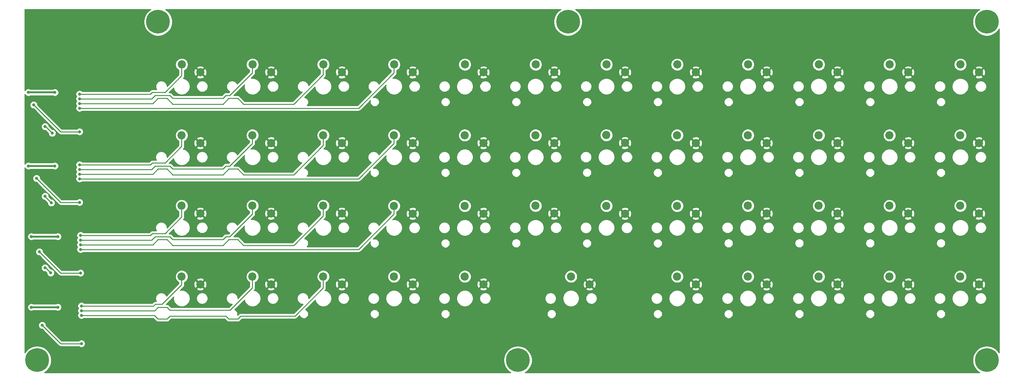
<source format=gbr>
%TF.GenerationSoftware,KiCad,Pcbnew,(5.1.10)-1*%
%TF.CreationDate,2021-10-30T01:15:37-04:00*%
%TF.ProjectId,keyboard,6b657962-6f61-4726-942e-6b696361645f,rev?*%
%TF.SameCoordinates,Original*%
%TF.FileFunction,Copper,L2,Bot*%
%TF.FilePolarity,Positive*%
%FSLAX46Y46*%
G04 Gerber Fmt 4.6, Leading zero omitted, Abs format (unit mm)*
G04 Created by KiCad (PCBNEW (5.1.10)-1) date 2021-10-30 01:15:37*
%MOMM*%
%LPD*%
G01*
G04 APERTURE LIST*
%TA.AperFunction,ComponentPad*%
%ADD10C,6.400000*%
%TD*%
%TA.AperFunction,ComponentPad*%
%ADD11C,2.200000*%
%TD*%
%TA.AperFunction,ViaPad*%
%ADD12C,0.800000*%
%TD*%
%TA.AperFunction,Conductor*%
%ADD13C,0.500000*%
%TD*%
%TA.AperFunction,Conductor*%
%ADD14C,0.254000*%
%TD*%
%TA.AperFunction,Conductor*%
%ADD15C,0.250000*%
%TD*%
%TA.AperFunction,Conductor*%
%ADD16C,0.100000*%
%TD*%
G04 APERTURE END LIST*
D10*
%TO.P,H4,1*%
%TO.N,N/C*%
X107950000Y-140493750D03*
%TD*%
%TO.P,H4,1*%
%TO.N,N/C*%
X121443750Y-49212500D03*
%TD*%
%TO.P,H4,1*%
%TO.N,N/C*%
X11112500Y-49212500D03*
%TD*%
%TO.P,H3,1*%
%TO.N,N/C*%
X-21431250Y-140493750D03*
%TD*%
%TO.P,H2,1*%
%TO.N,N/C*%
X234156250Y-49212500D03*
%TD*%
%TO.P,H1,1*%
%TO.N,N/C*%
X234156250Y-140493750D03*
%TD*%
D11*
%TO.P,M42,2*%
%TO.N,GND*%
X127237500Y-120025000D03*
%TO.P,M42,1*%
%TO.N,/ROW_4_5*%
X122237500Y-117925000D03*
%TD*%
%TO.P,M41,2*%
%TO.N,GND*%
X98662500Y-120025000D03*
%TO.P,M41,1*%
%TO.N,/ROW_4_4*%
X93662500Y-117925000D03*
%TD*%
%TO.P,M29,2*%
%TO.N,GND*%
X98662500Y-100975000D03*
%TO.P,M29,1*%
%TO.N,/ROW_3_4*%
X93662500Y-98875000D03*
%TD*%
%TO.P,M28,2*%
%TO.N,GND*%
X79612500Y-100975000D03*
%TO.P,M28,1*%
%TO.N,/ROW_3_3*%
X74612500Y-98875000D03*
%TD*%
%TO.P,M15,2*%
%TO.N,GND*%
X60562500Y-81925000D03*
%TO.P,M15,1*%
%TO.N,/ROW_2_2*%
X55562500Y-79825000D03*
%TD*%
%TO.P,M14,2*%
%TO.N,GND*%
X41512500Y-81925000D03*
%TO.P,M14,1*%
%TO.N,/ROW_2_1*%
X36512500Y-79825000D03*
%TD*%
%TO.P,M1,1*%
%TO.N,/ROW_1_0*%
X17478400Y-60743250D03*
%TO.P,M1,2*%
%TO.N,GND*%
X22478400Y-62843250D03*
%TD*%
%TO.P,M44,1*%
%TO.N,/ROW_4_7*%
X169862500Y-117925000D03*
%TO.P,M44,2*%
%TO.N,GND*%
X174862500Y-120025000D03*
%TD*%
%TO.P,M47,1*%
%TO.N,/ROW_4_10*%
X227012500Y-117925000D03*
%TO.P,M47,2*%
%TO.N,GND*%
X232012500Y-120025000D03*
%TD*%
%TO.P,M46,1*%
%TO.N,/ROW_4_9*%
X207962500Y-117925000D03*
%TO.P,M46,2*%
%TO.N,GND*%
X212962500Y-120025000D03*
%TD*%
%TO.P,M45,1*%
%TO.N,/ROW_4_8*%
X188912500Y-117925000D03*
%TO.P,M45,2*%
%TO.N,GND*%
X193912500Y-120025000D03*
%TD*%
%TO.P,M43,1*%
%TO.N,/ROW_4_6*%
X150812500Y-117925000D03*
%TO.P,M43,2*%
%TO.N,GND*%
X155812500Y-120025000D03*
%TD*%
%TO.P,M40,1*%
%TO.N,/ROW_4_3*%
X74612500Y-117925000D03*
%TO.P,M40,2*%
%TO.N,GND*%
X79612500Y-120025000D03*
%TD*%
%TO.P,M39,1*%
%TO.N,/ROW_4_2*%
X55562500Y-117925000D03*
%TO.P,M39,2*%
%TO.N,GND*%
X60562500Y-120025000D03*
%TD*%
%TO.P,M38,1*%
%TO.N,/ROW_4_1*%
X36512500Y-117925000D03*
%TO.P,M38,2*%
%TO.N,GND*%
X41512500Y-120025000D03*
%TD*%
%TO.P,M37,1*%
%TO.N,/ROW_4_0*%
X17462500Y-117925000D03*
%TO.P,M37,2*%
%TO.N,GND*%
X22462500Y-120025000D03*
%TD*%
%TO.P,M36,1*%
%TO.N,/ROW_3_11*%
X227012500Y-98843250D03*
%TO.P,M36,2*%
%TO.N,GND*%
X232012500Y-100943250D03*
%TD*%
%TO.P,M35,1*%
%TO.N,/ROW_3_10*%
X207962500Y-98843250D03*
%TO.P,M35,2*%
%TO.N,GND*%
X212962500Y-100943250D03*
%TD*%
%TO.P,M34,1*%
%TO.N,/ROW_3_9*%
X188912500Y-98843250D03*
%TO.P,M34,2*%
%TO.N,GND*%
X193912500Y-100943250D03*
%TD*%
%TO.P,M33,1*%
%TO.N,/ROW_3_8*%
X169862500Y-98843250D03*
%TO.P,M33,2*%
%TO.N,GND*%
X174862500Y-100943250D03*
%TD*%
%TO.P,M32,1*%
%TO.N,/ROW_3_7*%
X150812500Y-98875000D03*
%TO.P,M32,2*%
%TO.N,GND*%
X155812500Y-100975000D03*
%TD*%
%TO.P,M31,1*%
%TO.N,/ROW_3_6*%
X131762500Y-98875000D03*
%TO.P,M31,2*%
%TO.N,GND*%
X136762500Y-100975000D03*
%TD*%
%TO.P,M30,1*%
%TO.N,/ROW_3_5*%
X112712500Y-98843250D03*
%TO.P,M30,2*%
%TO.N,GND*%
X117712500Y-100943250D03*
%TD*%
%TO.P,M27,1*%
%TO.N,/ROW_3_2*%
X55562500Y-98843250D03*
%TO.P,M27,2*%
%TO.N,GND*%
X60562500Y-100943250D03*
%TD*%
%TO.P,M26,1*%
%TO.N,/ROW_3_1*%
X36512500Y-98843250D03*
%TO.P,M26,2*%
%TO.N,GND*%
X41512500Y-100943250D03*
%TD*%
%TO.P,M25,1*%
%TO.N,/ROW_3_0*%
X17462500Y-98843250D03*
%TO.P,M25,2*%
%TO.N,GND*%
X22462500Y-100943250D03*
%TD*%
%TO.P,M24,1*%
%TO.N,/ROW_2_11*%
X227012500Y-79825000D03*
%TO.P,M24,2*%
%TO.N,GND*%
X232012500Y-81925000D03*
%TD*%
%TO.P,M23,1*%
%TO.N,/ROW_2_10*%
X207962500Y-79825000D03*
%TO.P,M23,2*%
%TO.N,GND*%
X212962500Y-81925000D03*
%TD*%
%TO.P,M22,1*%
%TO.N,/ROW_2_9*%
X188912500Y-79825000D03*
%TO.P,M22,2*%
%TO.N,GND*%
X193912500Y-81925000D03*
%TD*%
%TO.P,M21,1*%
%TO.N,/ROW_2_8*%
X169862500Y-79825000D03*
%TO.P,M21,2*%
%TO.N,GND*%
X174862500Y-81925000D03*
%TD*%
%TO.P,M20,1*%
%TO.N,/ROW_2_7*%
X150812500Y-79825000D03*
%TO.P,M20,2*%
%TO.N,GND*%
X155812500Y-81925000D03*
%TD*%
%TO.P,M19,1*%
%TO.N,/ROW_2_6*%
X131762500Y-79793250D03*
%TO.P,M19,2*%
%TO.N,GND*%
X136762500Y-81893250D03*
%TD*%
%TO.P,M18,1*%
%TO.N,/ROW_2_5*%
X112712500Y-79825000D03*
%TO.P,M18,2*%
%TO.N,GND*%
X117712500Y-81925000D03*
%TD*%
%TO.P,M17,1*%
%TO.N,/ROW_2_4*%
X93662500Y-79825000D03*
%TO.P,M17,2*%
%TO.N,GND*%
X98662500Y-81925000D03*
%TD*%
%TO.P,M16,1*%
%TO.N,/ROW_2_3*%
X74612500Y-79825000D03*
%TO.P,M16,2*%
%TO.N,GND*%
X79612500Y-81925000D03*
%TD*%
%TO.P,M13,1*%
%TO.N,/ROW_2_0*%
X17462500Y-79825000D03*
%TO.P,M13,2*%
%TO.N,GND*%
X22462500Y-81925000D03*
%TD*%
%TO.P,M12,1*%
%TO.N,/ROW_1_11*%
X227028400Y-60743250D03*
%TO.P,M12,2*%
%TO.N,GND*%
X232028400Y-62843250D03*
%TD*%
%TO.P,M11,1*%
%TO.N,/ROW_1_10*%
X207978400Y-60743250D03*
%TO.P,M11,2*%
%TO.N,GND*%
X212978400Y-62843250D03*
%TD*%
%TO.P,M10,1*%
%TO.N,/ROW_1_9*%
X188928400Y-60743250D03*
%TO.P,M10,2*%
%TO.N,GND*%
X193928400Y-62843250D03*
%TD*%
%TO.P,M9,1*%
%TO.N,/ROW_1_8*%
X169878400Y-60743250D03*
%TO.P,M9,2*%
%TO.N,GND*%
X174878400Y-62843250D03*
%TD*%
%TO.P,M8,1*%
%TO.N,/ROW_1_7*%
X150828400Y-60743250D03*
%TO.P,M8,2*%
%TO.N,GND*%
X155828400Y-62843250D03*
%TD*%
%TO.P,M7,1*%
%TO.N,/ROW_1_6*%
X131778400Y-60743250D03*
%TO.P,M7,2*%
%TO.N,GND*%
X136778400Y-62843250D03*
%TD*%
%TO.P,M6,1*%
%TO.N,/ROW_1_5*%
X112728400Y-60743250D03*
%TO.P,M6,2*%
%TO.N,GND*%
X117728400Y-62843250D03*
%TD*%
%TO.P,M5,1*%
%TO.N,/ROW_1_4*%
X93678400Y-60743250D03*
%TO.P,M5,2*%
%TO.N,GND*%
X98678400Y-62843250D03*
%TD*%
%TO.P,M4,1*%
%TO.N,/ROW_1_3*%
X74628400Y-60743250D03*
%TO.P,M4,2*%
%TO.N,GND*%
X79628400Y-62843250D03*
%TD*%
%TO.P,M3,1*%
%TO.N,/ROW_1_2*%
X55578400Y-60743250D03*
%TO.P,M3,2*%
%TO.N,GND*%
X60578400Y-62843250D03*
%TD*%
%TO.P,M2,1*%
%TO.N,/ROW_1_1*%
X36528400Y-60743250D03*
%TO.P,M2,2*%
%TO.N,GND*%
X41528400Y-62843250D03*
%TD*%
D12*
%TO.N,+5V*%
X-16668750Y-88106250D03*
X-23812500Y-88106250D03*
X-15875000Y-107156250D03*
X-23018750Y-107156250D03*
X-15875000Y-126206250D03*
X-23018750Y-126206250D03*
%TO.N,/SDA_*%
X-17780000Y-116944000D03*
X-19304000Y-115570000D03*
X-17630000Y-98044000D03*
X-19304000Y-96266000D03*
X-17376000Y-79248000D03*
X-19304000Y-77470000D03*
%TO.N,GND*%
X-13589000Y-137287000D03*
X-13335000Y-118237000D03*
X-13589000Y-99187000D03*
X-13843000Y-80137000D03*
X5556250Y-51351180D03*
X-4445000Y-82677000D03*
X-4699000Y-101727000D03*
X-4445000Y-120777000D03*
X-4445000Y-123317000D03*
X-4699000Y-139827000D03*
%TO.N,/INT_0x0*%
X-22352000Y-71628000D03*
%TO.N,/INT_0x2*%
X-9779000Y-116967000D03*
X-20828000Y-111252000D03*
%TO.N,/INT_0x1*%
X-10033000Y-97917000D03*
X-21590000Y-91440000D03*
%TO.N,/INT_0x3*%
X-9525000Y-136017000D03*
X-20066000Y-131064000D03*
%TO.N,/ROW_1_0*%
X-10033000Y-68707000D03*
%TO.N,+5V*%
X-16668750Y-68262500D03*
X-23812500Y-68262500D03*
%TO.N,/ROW_1_2*%
X-10033000Y-71247000D03*
%TO.N,/ROW_1_3*%
X-10033000Y-72517000D03*
%TO.N,/ROW_2_0*%
X-10033000Y-87757000D03*
%TO.N,/ROW_2_1*%
X-10033000Y-89027000D03*
%TO.N,/ROW_2_2*%
X-10033000Y-90297000D03*
%TO.N,/ROW_2_3*%
X-10033000Y-91567000D03*
%TO.N,/ROW_3_0*%
X-9779000Y-106807000D03*
%TO.N,/ROW_3_1*%
X-9779000Y-108077000D03*
%TO.N,/ROW_3_2*%
X-9779000Y-109347000D03*
%TO.N,/ROW_3_3*%
X-9779000Y-110617000D03*
%TO.N,/ROW_4_0*%
X-9525000Y-125857000D03*
%TO.N,/ROW_4_1*%
X-9525000Y-127127000D03*
%TO.N,/ROW_4_2*%
X-9525000Y-128397000D03*
%TO.N,/ROW_1_1*%
X-10033000Y-69977000D03*
%TO.N,/INT_0x0*%
X-10033000Y-78867000D03*
%TD*%
D13*
%TO.N,+5V*%
X-23812500Y-88106250D02*
X-16668750Y-88106250D01*
X-23018750Y-107156250D02*
X-15875000Y-107156250D01*
X-23018750Y-126206250D02*
X-15875000Y-126206250D01*
D14*
%TO.N,/ROW_1_0*%
X-9779000Y-68707000D02*
X9080500Y-68707000D01*
X9080500Y-68707000D02*
X9525000Y-68262500D01*
X17462500Y-63791288D02*
X17462500Y-60743250D01*
X9525000Y-68262500D02*
X12991288Y-68262500D01*
X12991288Y-68262500D02*
X17462500Y-63791288D01*
%TO.N,/ROW_1_1*%
X29368750Y-69056250D02*
X30415462Y-69056250D01*
X28575000Y-69850000D02*
X29368750Y-69056250D01*
X36512500Y-62959212D02*
X36512500Y-60743250D01*
X30415462Y-69056250D02*
X36512500Y-62959212D01*
X15081250Y-69850000D02*
X28575000Y-69850000D01*
X-9779000Y-69977000D02*
X9398000Y-69977000D01*
X14287500Y-69056250D02*
X15081250Y-69850000D01*
X10318750Y-69056250D02*
X14287500Y-69056250D01*
X9398000Y-69977000D02*
X10318750Y-69056250D01*
%TO.N,/ROW_1_2*%
X47625000Y-71437500D02*
X55562500Y-63500000D01*
X28575000Y-71437500D02*
X30162500Y-69850000D01*
X55562500Y-63500000D02*
X55562500Y-60743250D01*
X9715500Y-71247000D02*
X11112500Y-69850000D01*
X11112500Y-69850000D02*
X13493750Y-69850000D01*
X15081250Y-71437500D02*
X28575000Y-71437500D01*
X30162500Y-69850000D02*
X32543750Y-69850000D01*
X34131250Y-71437500D02*
X47625000Y-71437500D01*
X32543750Y-69850000D02*
X34131250Y-71437500D01*
X-9779000Y-71247000D02*
X9715500Y-71247000D01*
X13493750Y-69850000D02*
X15081250Y-71437500D01*
%TO.N,/ROW_1_3*%
X74612500Y-62990962D02*
X74612500Y-60775000D01*
X65086462Y-72517000D02*
X74612500Y-62990962D01*
X-9779000Y-72517000D02*
X65086462Y-72517000D01*
%TO.N,/ROW_2_0*%
X-9779000Y-87757000D02*
X9080500Y-87757000D01*
X9080500Y-87757000D02*
X9525000Y-87312500D01*
X17462500Y-82841288D02*
X17462500Y-79793250D01*
X9525000Y-87312500D02*
X12991288Y-87312500D01*
X12991288Y-87312500D02*
X17462500Y-82841288D01*
%TO.N,/ROW_2_1*%
X29368750Y-88106250D02*
X30415462Y-88106250D01*
X28575000Y-88900000D02*
X29368750Y-88106250D01*
X36512500Y-82009212D02*
X36512500Y-79793250D01*
X30415462Y-88106250D02*
X36512500Y-82009212D01*
X15081250Y-88900000D02*
X28575000Y-88900000D01*
X-9779000Y-89027000D02*
X9398000Y-89027000D01*
X14287500Y-88106250D02*
X15081250Y-88900000D01*
X10318750Y-88106250D02*
X14287500Y-88106250D01*
X9398000Y-89027000D02*
X10318750Y-88106250D01*
%TO.N,/ROW_2_2*%
X47625000Y-90487500D02*
X55562500Y-82550000D01*
X28575000Y-90487500D02*
X30162500Y-88900000D01*
X55562500Y-82550000D02*
X55562500Y-79793250D01*
X9715500Y-90297000D02*
X11112500Y-88900000D01*
X11112500Y-88900000D02*
X13493750Y-88900000D01*
X15081250Y-90487500D02*
X28575000Y-90487500D01*
X30162500Y-88900000D02*
X32543750Y-88900000D01*
X34131250Y-90487500D02*
X47625000Y-90487500D01*
X32543750Y-88900000D02*
X34131250Y-90487500D01*
X-9779000Y-90297000D02*
X9715500Y-90297000D01*
X13493750Y-88900000D02*
X15081250Y-90487500D01*
%TO.N,/ROW_2_3*%
X74612500Y-82040962D02*
X74612500Y-79825000D01*
X65086462Y-91567000D02*
X74612500Y-82040962D01*
X-9779000Y-91567000D02*
X65086462Y-91567000D01*
%TO.N,/SDA_*%
X-17780000Y-116944000D02*
X-19304000Y-115420000D01*
X-17630000Y-98044000D02*
X-19304000Y-96370000D01*
X-19304000Y-96370000D02*
X-19304000Y-96266000D01*
X-17376000Y-79248000D02*
X-19304000Y-77320000D01*
%TO.N,/INT_0x0*%
X-9779000Y-78867000D02*
X-15113000Y-78867000D01*
X-15113000Y-78867000D02*
X-22352000Y-71628000D01*
X-22352000Y-71628000D02*
X-22352000Y-71628000D01*
%TO.N,/INT_0x2*%
X-9525000Y-116967000D02*
X-15113000Y-116967000D01*
X-15113000Y-116967000D02*
X-20828000Y-111252000D01*
X-20828000Y-111252000D02*
X-20828000Y-111252000D01*
%TO.N,/INT_0x1*%
X-9779000Y-97917000D02*
X-15113000Y-97917000D01*
X-15113000Y-97917000D02*
X-21590000Y-91440000D01*
X-21590000Y-91440000D02*
X-21590000Y-91440000D01*
%TO.N,/INT_0x3*%
X-9525000Y-136017000D02*
X-15113000Y-136017000D01*
X-15113000Y-136017000D02*
X-20066000Y-131064000D01*
D13*
%TO.N,+5V*%
X-23812500Y-68262500D02*
X-16668750Y-68262500D01*
D14*
%TO.N,/ROW_3_0*%
X-9779000Y-106807000D02*
X9080500Y-106807000D01*
X9080500Y-106807000D02*
X9525000Y-106362500D01*
X17462500Y-101891288D02*
X17462500Y-98843250D01*
X12991288Y-106362500D02*
X17462500Y-101891288D01*
X9525000Y-106362500D02*
X12991288Y-106362500D01*
%TO.N,/ROW_4_0*%
X-9525000Y-125857000D02*
X9874250Y-125857000D01*
X9874250Y-125857000D02*
X10318750Y-125412500D01*
X17462500Y-120140962D02*
X17462500Y-117925000D01*
X12190962Y-125412500D02*
X17462500Y-120140962D01*
X10318750Y-125412500D02*
X12190962Y-125412500D01*
%TO.N,/ROW_3_1*%
X-9779000Y-108077000D02*
X9398000Y-108077000D01*
X9398000Y-108077000D02*
X10318750Y-107156250D01*
X10318750Y-107156250D02*
X14287500Y-107156250D01*
X14287500Y-107156250D02*
X15081250Y-107950000D01*
X15081250Y-107950000D02*
X28575000Y-107950000D01*
X28575000Y-107950000D02*
X29368750Y-107156250D01*
X36512500Y-101059212D02*
X36512500Y-98843250D01*
X30415462Y-107156250D02*
X36512500Y-101059212D01*
X29368750Y-107156250D02*
X30415462Y-107156250D01*
%TO.N,/ROW_4_1*%
X-9525000Y-127127000D02*
X10191750Y-127127000D01*
X10191750Y-127127000D02*
X11112500Y-126206250D01*
X11112500Y-126206250D02*
X13493750Y-126206250D01*
X13493750Y-126206250D02*
X14287500Y-127000000D01*
X36512500Y-120973038D02*
X36512500Y-117925000D01*
X30485538Y-127000000D02*
X36512500Y-120973038D01*
X14287500Y-127000000D02*
X30485538Y-127000000D01*
%TO.N,/ROW_3_2*%
X-9779000Y-109347000D02*
X9715500Y-109347000D01*
X9715500Y-109347000D02*
X11112500Y-107950000D01*
X11112500Y-107950000D02*
X13493750Y-107950000D01*
X13493750Y-107950000D02*
X15081250Y-109537500D01*
X15081250Y-109537500D02*
X28575000Y-109537500D01*
X28575000Y-109537500D02*
X30162500Y-107950000D01*
X30162500Y-107950000D02*
X32543750Y-107950000D01*
X32543750Y-107950000D02*
X34131250Y-109537500D01*
X34131250Y-109537500D02*
X47625000Y-109537500D01*
X55562500Y-101600000D02*
X55562500Y-98843250D01*
X47625000Y-109537500D02*
X55562500Y-101600000D01*
%TO.N,/ROW_4_2*%
X-9525000Y-128397000D02*
X10128250Y-128397000D01*
X10128250Y-128397000D02*
X11112500Y-129381250D01*
X11112500Y-129381250D02*
X13493750Y-129381250D01*
X13493750Y-129381250D02*
X14287500Y-128587500D01*
X14287500Y-128587500D02*
X29368750Y-128587500D01*
X29368750Y-128587500D02*
X30162500Y-129381250D01*
X30162500Y-129381250D02*
X32543750Y-129381250D01*
X32543750Y-129381250D02*
X33337500Y-128587500D01*
X55562500Y-120973038D02*
X55562500Y-117925000D01*
X47948038Y-128587500D02*
X55562500Y-120973038D01*
X33337500Y-128587500D02*
X47948038Y-128587500D01*
%TO.N,/ROW_3_3*%
X74612500Y-101090962D02*
X74612500Y-98875000D01*
X65086462Y-110617000D02*
X74612500Y-101090962D01*
X-9779000Y-110617000D02*
X65086462Y-110617000D01*
D15*
%TO.N,/ROW_1_1*%
X-2502000Y-69977000D02*
X-2254250Y-69977000D01*
%TD*%
D14*
%TO.N,GND*%
X8667830Y-46233661D02*
X8133661Y-46767830D01*
X7713967Y-47395946D01*
X7424877Y-48093872D01*
X7277500Y-48834785D01*
X7277500Y-49590215D01*
X7424877Y-50331128D01*
X7713967Y-51029054D01*
X8133661Y-51657170D01*
X8667830Y-52191339D01*
X9295946Y-52611033D01*
X9993872Y-52900123D01*
X10734785Y-53047500D01*
X11490215Y-53047500D01*
X12231128Y-52900123D01*
X12929054Y-52611033D01*
X13557170Y-52191339D01*
X14091339Y-51657170D01*
X14511033Y-51029054D01*
X14800123Y-50331128D01*
X14947500Y-49590215D01*
X14947500Y-48834785D01*
X14800123Y-48093872D01*
X14511033Y-47395946D01*
X14091339Y-46767830D01*
X13557170Y-46233661D01*
X13063424Y-45903750D01*
X119492826Y-45903750D01*
X118999080Y-46233661D01*
X118464911Y-46767830D01*
X118045217Y-47395946D01*
X117756127Y-48093872D01*
X117608750Y-48834785D01*
X117608750Y-49590215D01*
X117756127Y-50331128D01*
X118045217Y-51029054D01*
X118464911Y-51657170D01*
X118999080Y-52191339D01*
X119627196Y-52611033D01*
X120325122Y-52900123D01*
X121066035Y-53047500D01*
X121821465Y-53047500D01*
X122562378Y-52900123D01*
X123260304Y-52611033D01*
X123888420Y-52191339D01*
X124422589Y-51657170D01*
X124842283Y-51029054D01*
X125131373Y-50331128D01*
X125278750Y-49590215D01*
X125278750Y-48834785D01*
X125131373Y-48093872D01*
X124842283Y-47395946D01*
X124422589Y-46767830D01*
X123888420Y-46233661D01*
X123394674Y-45903750D01*
X232205326Y-45903750D01*
X231711580Y-46233661D01*
X231177411Y-46767830D01*
X230757717Y-47395946D01*
X230468627Y-48093872D01*
X230321250Y-48834785D01*
X230321250Y-49590215D01*
X230468627Y-50331128D01*
X230757717Y-51029054D01*
X231177411Y-51657170D01*
X231711580Y-52191339D01*
X232339696Y-52611033D01*
X233037622Y-52900123D01*
X233778535Y-53047500D01*
X234533965Y-53047500D01*
X235274878Y-52900123D01*
X235972804Y-52611033D01*
X236600920Y-52191339D01*
X237135089Y-51657170D01*
X237465001Y-51163422D01*
X237465000Y-138542826D01*
X237135089Y-138049080D01*
X236600920Y-137514911D01*
X235972804Y-137095217D01*
X235274878Y-136806127D01*
X234533965Y-136658750D01*
X233778535Y-136658750D01*
X233037622Y-136806127D01*
X232339696Y-137095217D01*
X231711580Y-137514911D01*
X231177411Y-138049080D01*
X230757717Y-138677196D01*
X230468627Y-139375122D01*
X230321250Y-140116035D01*
X230321250Y-140871465D01*
X230468627Y-141612378D01*
X230757717Y-142310304D01*
X231177411Y-142938420D01*
X231711580Y-143472589D01*
X232205326Y-143802500D01*
X109900924Y-143802500D01*
X110394670Y-143472589D01*
X110928839Y-142938420D01*
X111348533Y-142310304D01*
X111637623Y-141612378D01*
X111785000Y-140871465D01*
X111785000Y-140116035D01*
X111637623Y-139375122D01*
X111348533Y-138677196D01*
X110928839Y-138049080D01*
X110394670Y-137514911D01*
X109766554Y-137095217D01*
X109068628Y-136806127D01*
X108327715Y-136658750D01*
X107572285Y-136658750D01*
X106831372Y-136806127D01*
X106133446Y-137095217D01*
X105505330Y-137514911D01*
X104971161Y-138049080D01*
X104551467Y-138677196D01*
X104262377Y-139375122D01*
X104115000Y-140116035D01*
X104115000Y-140871465D01*
X104262377Y-141612378D01*
X104551467Y-142310304D01*
X104971161Y-142938420D01*
X105505330Y-143472589D01*
X105999076Y-143802500D01*
X-19480326Y-143802500D01*
X-18986580Y-143472589D01*
X-18452411Y-142938420D01*
X-18032717Y-142310304D01*
X-17743627Y-141612378D01*
X-17596250Y-140871465D01*
X-17596250Y-140116035D01*
X-17743627Y-139375122D01*
X-18032717Y-138677196D01*
X-18452411Y-138049080D01*
X-18986580Y-137514911D01*
X-19614696Y-137095217D01*
X-20312622Y-136806127D01*
X-21053535Y-136658750D01*
X-21808965Y-136658750D01*
X-22549878Y-136806127D01*
X-23247804Y-137095217D01*
X-23875920Y-137514911D01*
X-24410089Y-138049080D01*
X-24740000Y-138542826D01*
X-24740000Y-130962061D01*
X-21101000Y-130962061D01*
X-21101000Y-131165939D01*
X-21061226Y-131365898D01*
X-20983205Y-131554256D01*
X-20869937Y-131723774D01*
X-20725774Y-131867937D01*
X-20556256Y-131981205D01*
X-20367898Y-132059226D01*
X-20167939Y-132099000D01*
X-20108630Y-132099000D01*
X-15678279Y-136529352D01*
X-15654422Y-136558422D01*
X-15625352Y-136582279D01*
X-15538393Y-136653645D01*
X-15495121Y-136676774D01*
X-15406015Y-136724402D01*
X-15262378Y-136767974D01*
X-15150426Y-136779000D01*
X-15150423Y-136779000D01*
X-15113000Y-136782686D01*
X-15075577Y-136779000D01*
X-10226711Y-136779000D01*
X-10184774Y-136820937D01*
X-10015256Y-136934205D01*
X-9826898Y-137012226D01*
X-9626939Y-137052000D01*
X-9423061Y-137052000D01*
X-9223102Y-137012226D01*
X-9034744Y-136934205D01*
X-8865226Y-136820937D01*
X-8721063Y-136676774D01*
X-8607795Y-136507256D01*
X-8529774Y-136318898D01*
X-8490000Y-136118939D01*
X-8490000Y-135915061D01*
X-8529774Y-135715102D01*
X-8607795Y-135526744D01*
X-8721063Y-135357226D01*
X-8865226Y-135213063D01*
X-9034744Y-135099795D01*
X-9223102Y-135021774D01*
X-9423061Y-134982000D01*
X-9626939Y-134982000D01*
X-9826898Y-135021774D01*
X-10015256Y-135099795D01*
X-10184774Y-135213063D01*
X-10226711Y-135255000D01*
X-14797369Y-135255000D01*
X-19031000Y-131021370D01*
X-19031000Y-130962061D01*
X-19070774Y-130762102D01*
X-19148795Y-130573744D01*
X-19262063Y-130404226D01*
X-19406226Y-130260063D01*
X-19575744Y-130146795D01*
X-19764102Y-130068774D01*
X-19964061Y-130029000D01*
X-20167939Y-130029000D01*
X-20367898Y-130068774D01*
X-20556256Y-130146795D01*
X-20725774Y-130260063D01*
X-20869937Y-130404226D01*
X-20983205Y-130573744D01*
X-21061226Y-130762102D01*
X-21101000Y-130962061D01*
X-24740000Y-130962061D01*
X-24740000Y-126104311D01*
X-24053750Y-126104311D01*
X-24053750Y-126308189D01*
X-24013976Y-126508148D01*
X-23935955Y-126696506D01*
X-23822687Y-126866024D01*
X-23678524Y-127010187D01*
X-23509006Y-127123455D01*
X-23320648Y-127201476D01*
X-23120689Y-127241250D01*
X-22916811Y-127241250D01*
X-22716852Y-127201476D01*
X-22528494Y-127123455D01*
X-22480296Y-127091250D01*
X-16413454Y-127091250D01*
X-16365256Y-127123455D01*
X-16176898Y-127201476D01*
X-15976939Y-127241250D01*
X-15773061Y-127241250D01*
X-15573102Y-127201476D01*
X-15384744Y-127123455D01*
X-15215226Y-127010187D01*
X-15071063Y-126866024D01*
X-14957795Y-126696506D01*
X-14879774Y-126508148D01*
X-14840000Y-126308189D01*
X-14840000Y-126104311D01*
X-14879774Y-125904352D01*
X-14941612Y-125755061D01*
X-10560000Y-125755061D01*
X-10560000Y-125958939D01*
X-10520226Y-126158898D01*
X-10442205Y-126347256D01*
X-10345490Y-126492000D01*
X-10442205Y-126636744D01*
X-10520226Y-126825102D01*
X-10560000Y-127025061D01*
X-10560000Y-127228939D01*
X-10520226Y-127428898D01*
X-10442205Y-127617256D01*
X-10345490Y-127762000D01*
X-10442205Y-127906744D01*
X-10520226Y-128095102D01*
X-10560000Y-128295061D01*
X-10560000Y-128498939D01*
X-10520226Y-128698898D01*
X-10442205Y-128887256D01*
X-10328937Y-129056774D01*
X-10184774Y-129200937D01*
X-10015256Y-129314205D01*
X-9826898Y-129392226D01*
X-9626939Y-129432000D01*
X-9423061Y-129432000D01*
X-9223102Y-129392226D01*
X-9034744Y-129314205D01*
X-8865226Y-129200937D01*
X-8823289Y-129159000D01*
X9812620Y-129159000D01*
X10547216Y-129893596D01*
X10571078Y-129922672D01*
X10644719Y-129983107D01*
X10687107Y-130017895D01*
X10757864Y-130055715D01*
X10819485Y-130088652D01*
X10963122Y-130132224D01*
X11075074Y-130143250D01*
X11075077Y-130143250D01*
X11112500Y-130146936D01*
X11149923Y-130143250D01*
X13456327Y-130143250D01*
X13493750Y-130146936D01*
X13531173Y-130143250D01*
X13531176Y-130143250D01*
X13643128Y-130132224D01*
X13786765Y-130088652D01*
X13919142Y-130017895D01*
X14035172Y-129922672D01*
X14059034Y-129893597D01*
X14603131Y-129349500D01*
X29053120Y-129349500D01*
X29597220Y-129893601D01*
X29621078Y-129922672D01*
X29737108Y-130017895D01*
X29869485Y-130088652D01*
X30013122Y-130132224D01*
X30125074Y-130143250D01*
X30125076Y-130143250D01*
X30162499Y-130146936D01*
X30199922Y-130143250D01*
X32506327Y-130143250D01*
X32543750Y-130146936D01*
X32581173Y-130143250D01*
X32581176Y-130143250D01*
X32693128Y-130132224D01*
X32836765Y-130088652D01*
X32969142Y-130017895D01*
X33085172Y-129922672D01*
X33109034Y-129893597D01*
X33653131Y-129349500D01*
X47910615Y-129349500D01*
X47948038Y-129353186D01*
X47985461Y-129349500D01*
X47985464Y-129349500D01*
X48097416Y-129338474D01*
X48241053Y-129294902D01*
X48373430Y-129224145D01*
X48489460Y-129128922D01*
X48513322Y-129099846D01*
X49176333Y-128436835D01*
X49248057Y-128609992D01*
X49383213Y-128812267D01*
X49555233Y-128984287D01*
X49757508Y-129119443D01*
X49982264Y-129212540D01*
X50220863Y-129260000D01*
X50464137Y-129260000D01*
X50702736Y-129212540D01*
X50927492Y-129119443D01*
X51129767Y-128984287D01*
X51301787Y-128812267D01*
X51436943Y-128609992D01*
X51530040Y-128385236D01*
X51577500Y-128146637D01*
X51577500Y-127903363D01*
X68157500Y-127903363D01*
X68157500Y-128146637D01*
X68204960Y-128385236D01*
X68298057Y-128609992D01*
X68433213Y-128812267D01*
X68605233Y-128984287D01*
X68807508Y-129119443D01*
X69032264Y-129212540D01*
X69270863Y-129260000D01*
X69514137Y-129260000D01*
X69752736Y-129212540D01*
X69977492Y-129119443D01*
X70179767Y-128984287D01*
X70351787Y-128812267D01*
X70486943Y-128609992D01*
X70580040Y-128385236D01*
X70627500Y-128146637D01*
X70627500Y-127903363D01*
X87207500Y-127903363D01*
X87207500Y-128146637D01*
X87254960Y-128385236D01*
X87348057Y-128609992D01*
X87483213Y-128812267D01*
X87655233Y-128984287D01*
X87857508Y-129119443D01*
X88082264Y-129212540D01*
X88320863Y-129260000D01*
X88564137Y-129260000D01*
X88802736Y-129212540D01*
X89027492Y-129119443D01*
X89229767Y-128984287D01*
X89401787Y-128812267D01*
X89536943Y-128609992D01*
X89630040Y-128385236D01*
X89677500Y-128146637D01*
X89677500Y-127903363D01*
X115782500Y-127903363D01*
X115782500Y-128146637D01*
X115829960Y-128385236D01*
X115923057Y-128609992D01*
X116058213Y-128812267D01*
X116230233Y-128984287D01*
X116432508Y-129119443D01*
X116657264Y-129212540D01*
X116895863Y-129260000D01*
X117139137Y-129260000D01*
X117377736Y-129212540D01*
X117602492Y-129119443D01*
X117804767Y-128984287D01*
X117976787Y-128812267D01*
X118111943Y-128609992D01*
X118205040Y-128385236D01*
X118252500Y-128146637D01*
X118252500Y-127903363D01*
X144357500Y-127903363D01*
X144357500Y-128146637D01*
X144404960Y-128385236D01*
X144498057Y-128609992D01*
X144633213Y-128812267D01*
X144805233Y-128984287D01*
X145007508Y-129119443D01*
X145232264Y-129212540D01*
X145470863Y-129260000D01*
X145714137Y-129260000D01*
X145952736Y-129212540D01*
X146177492Y-129119443D01*
X146379767Y-128984287D01*
X146551787Y-128812267D01*
X146686943Y-128609992D01*
X146780040Y-128385236D01*
X146827500Y-128146637D01*
X146827500Y-127903363D01*
X163407500Y-127903363D01*
X163407500Y-128146637D01*
X163454960Y-128385236D01*
X163548057Y-128609992D01*
X163683213Y-128812267D01*
X163855233Y-128984287D01*
X164057508Y-129119443D01*
X164282264Y-129212540D01*
X164520863Y-129260000D01*
X164764137Y-129260000D01*
X165002736Y-129212540D01*
X165227492Y-129119443D01*
X165429767Y-128984287D01*
X165601787Y-128812267D01*
X165736943Y-128609992D01*
X165830040Y-128385236D01*
X165877500Y-128146637D01*
X165877500Y-127903363D01*
X182457500Y-127903363D01*
X182457500Y-128146637D01*
X182504960Y-128385236D01*
X182598057Y-128609992D01*
X182733213Y-128812267D01*
X182905233Y-128984287D01*
X183107508Y-129119443D01*
X183332264Y-129212540D01*
X183570863Y-129260000D01*
X183814137Y-129260000D01*
X184052736Y-129212540D01*
X184277492Y-129119443D01*
X184479767Y-128984287D01*
X184651787Y-128812267D01*
X184786943Y-128609992D01*
X184880040Y-128385236D01*
X184927500Y-128146637D01*
X184927500Y-127903363D01*
X201507500Y-127903363D01*
X201507500Y-128146637D01*
X201554960Y-128385236D01*
X201648057Y-128609992D01*
X201783213Y-128812267D01*
X201955233Y-128984287D01*
X202157508Y-129119443D01*
X202382264Y-129212540D01*
X202620863Y-129260000D01*
X202864137Y-129260000D01*
X203102736Y-129212540D01*
X203327492Y-129119443D01*
X203529767Y-128984287D01*
X203701787Y-128812267D01*
X203836943Y-128609992D01*
X203930040Y-128385236D01*
X203977500Y-128146637D01*
X203977500Y-127903363D01*
X220557500Y-127903363D01*
X220557500Y-128146637D01*
X220604960Y-128385236D01*
X220698057Y-128609992D01*
X220833213Y-128812267D01*
X221005233Y-128984287D01*
X221207508Y-129119443D01*
X221432264Y-129212540D01*
X221670863Y-129260000D01*
X221914137Y-129260000D01*
X222152736Y-129212540D01*
X222377492Y-129119443D01*
X222579767Y-128984287D01*
X222751787Y-128812267D01*
X222886943Y-128609992D01*
X222980040Y-128385236D01*
X223027500Y-128146637D01*
X223027500Y-127903363D01*
X222980040Y-127664764D01*
X222886943Y-127440008D01*
X222751787Y-127237733D01*
X222579767Y-127065713D01*
X222377492Y-126930557D01*
X222152736Y-126837460D01*
X221914137Y-126790000D01*
X221670863Y-126790000D01*
X221432264Y-126837460D01*
X221207508Y-126930557D01*
X221005233Y-127065713D01*
X220833213Y-127237733D01*
X220698057Y-127440008D01*
X220604960Y-127664764D01*
X220557500Y-127903363D01*
X203977500Y-127903363D01*
X203930040Y-127664764D01*
X203836943Y-127440008D01*
X203701787Y-127237733D01*
X203529767Y-127065713D01*
X203327492Y-126930557D01*
X203102736Y-126837460D01*
X202864137Y-126790000D01*
X202620863Y-126790000D01*
X202382264Y-126837460D01*
X202157508Y-126930557D01*
X201955233Y-127065713D01*
X201783213Y-127237733D01*
X201648057Y-127440008D01*
X201554960Y-127664764D01*
X201507500Y-127903363D01*
X184927500Y-127903363D01*
X184880040Y-127664764D01*
X184786943Y-127440008D01*
X184651787Y-127237733D01*
X184479767Y-127065713D01*
X184277492Y-126930557D01*
X184052736Y-126837460D01*
X183814137Y-126790000D01*
X183570863Y-126790000D01*
X183332264Y-126837460D01*
X183107508Y-126930557D01*
X182905233Y-127065713D01*
X182733213Y-127237733D01*
X182598057Y-127440008D01*
X182504960Y-127664764D01*
X182457500Y-127903363D01*
X165877500Y-127903363D01*
X165830040Y-127664764D01*
X165736943Y-127440008D01*
X165601787Y-127237733D01*
X165429767Y-127065713D01*
X165227492Y-126930557D01*
X165002736Y-126837460D01*
X164764137Y-126790000D01*
X164520863Y-126790000D01*
X164282264Y-126837460D01*
X164057508Y-126930557D01*
X163855233Y-127065713D01*
X163683213Y-127237733D01*
X163548057Y-127440008D01*
X163454960Y-127664764D01*
X163407500Y-127903363D01*
X146827500Y-127903363D01*
X146780040Y-127664764D01*
X146686943Y-127440008D01*
X146551787Y-127237733D01*
X146379767Y-127065713D01*
X146177492Y-126930557D01*
X145952736Y-126837460D01*
X145714137Y-126790000D01*
X145470863Y-126790000D01*
X145232264Y-126837460D01*
X145007508Y-126930557D01*
X144805233Y-127065713D01*
X144633213Y-127237733D01*
X144498057Y-127440008D01*
X144404960Y-127664764D01*
X144357500Y-127903363D01*
X118252500Y-127903363D01*
X118205040Y-127664764D01*
X118111943Y-127440008D01*
X117976787Y-127237733D01*
X117804767Y-127065713D01*
X117602492Y-126930557D01*
X117377736Y-126837460D01*
X117139137Y-126790000D01*
X116895863Y-126790000D01*
X116657264Y-126837460D01*
X116432508Y-126930557D01*
X116230233Y-127065713D01*
X116058213Y-127237733D01*
X115923057Y-127440008D01*
X115829960Y-127664764D01*
X115782500Y-127903363D01*
X89677500Y-127903363D01*
X89630040Y-127664764D01*
X89536943Y-127440008D01*
X89401787Y-127237733D01*
X89229767Y-127065713D01*
X89027492Y-126930557D01*
X88802736Y-126837460D01*
X88564137Y-126790000D01*
X88320863Y-126790000D01*
X88082264Y-126837460D01*
X87857508Y-126930557D01*
X87655233Y-127065713D01*
X87483213Y-127237733D01*
X87348057Y-127440008D01*
X87254960Y-127664764D01*
X87207500Y-127903363D01*
X70627500Y-127903363D01*
X70580040Y-127664764D01*
X70486943Y-127440008D01*
X70351787Y-127237733D01*
X70179767Y-127065713D01*
X69977492Y-126930557D01*
X69752736Y-126837460D01*
X69514137Y-126790000D01*
X69270863Y-126790000D01*
X69032264Y-126837460D01*
X68807508Y-126930557D01*
X68605233Y-127065713D01*
X68433213Y-127237733D01*
X68298057Y-127440008D01*
X68204960Y-127664764D01*
X68157500Y-127903363D01*
X51577500Y-127903363D01*
X51530040Y-127664764D01*
X51436943Y-127440008D01*
X51301787Y-127237733D01*
X51129767Y-127065713D01*
X50927492Y-126930557D01*
X50754335Y-126858833D01*
X53367408Y-124245760D01*
X53413390Y-124476925D01*
X53581869Y-124883669D01*
X53826462Y-125249729D01*
X54137771Y-125561038D01*
X54503831Y-125805631D01*
X54910575Y-125974110D01*
X55342372Y-126060000D01*
X55782628Y-126060000D01*
X56214425Y-125974110D01*
X56621169Y-125805631D01*
X56987229Y-125561038D01*
X57298538Y-125249729D01*
X57543131Y-124883669D01*
X57711610Y-124476925D01*
X57797500Y-124045128D01*
X57797500Y-123673816D01*
X59527500Y-123673816D01*
X59527500Y-123976184D01*
X59586489Y-124272743D01*
X59702201Y-124552095D01*
X59870188Y-124803505D01*
X60083995Y-125017312D01*
X60335405Y-125185299D01*
X60614757Y-125301011D01*
X60911316Y-125360000D01*
X61213684Y-125360000D01*
X61510243Y-125301011D01*
X61789595Y-125185299D01*
X62041005Y-125017312D01*
X62254812Y-124803505D01*
X62422799Y-124552095D01*
X62538511Y-124272743D01*
X62597500Y-123976184D01*
X62597500Y-123673816D01*
X67577500Y-123673816D01*
X67577500Y-123976184D01*
X67636489Y-124272743D01*
X67752201Y-124552095D01*
X67920188Y-124803505D01*
X68133995Y-125017312D01*
X68385405Y-125185299D01*
X68664757Y-125301011D01*
X68961316Y-125360000D01*
X69263684Y-125360000D01*
X69560243Y-125301011D01*
X69839595Y-125185299D01*
X70091005Y-125017312D01*
X70304812Y-124803505D01*
X70472799Y-124552095D01*
X70588511Y-124272743D01*
X70647500Y-123976184D01*
X70647500Y-123673816D01*
X70633787Y-123604872D01*
X72377500Y-123604872D01*
X72377500Y-124045128D01*
X72463390Y-124476925D01*
X72631869Y-124883669D01*
X72876462Y-125249729D01*
X73187771Y-125561038D01*
X73553831Y-125805631D01*
X73960575Y-125974110D01*
X74392372Y-126060000D01*
X74832628Y-126060000D01*
X75264425Y-125974110D01*
X75671169Y-125805631D01*
X76037229Y-125561038D01*
X76348538Y-125249729D01*
X76593131Y-124883669D01*
X76761610Y-124476925D01*
X76847500Y-124045128D01*
X76847500Y-123673816D01*
X78577500Y-123673816D01*
X78577500Y-123976184D01*
X78636489Y-124272743D01*
X78752201Y-124552095D01*
X78920188Y-124803505D01*
X79133995Y-125017312D01*
X79385405Y-125185299D01*
X79664757Y-125301011D01*
X79961316Y-125360000D01*
X80263684Y-125360000D01*
X80560243Y-125301011D01*
X80839595Y-125185299D01*
X81091005Y-125017312D01*
X81304812Y-124803505D01*
X81472799Y-124552095D01*
X81588511Y-124272743D01*
X81647500Y-123976184D01*
X81647500Y-123673816D01*
X86627500Y-123673816D01*
X86627500Y-123976184D01*
X86686489Y-124272743D01*
X86802201Y-124552095D01*
X86970188Y-124803505D01*
X87183995Y-125017312D01*
X87435405Y-125185299D01*
X87714757Y-125301011D01*
X88011316Y-125360000D01*
X88313684Y-125360000D01*
X88610243Y-125301011D01*
X88889595Y-125185299D01*
X89141005Y-125017312D01*
X89354812Y-124803505D01*
X89522799Y-124552095D01*
X89638511Y-124272743D01*
X89697500Y-123976184D01*
X89697500Y-123673816D01*
X89683787Y-123604872D01*
X91427500Y-123604872D01*
X91427500Y-124045128D01*
X91513390Y-124476925D01*
X91681869Y-124883669D01*
X91926462Y-125249729D01*
X92237771Y-125561038D01*
X92603831Y-125805631D01*
X93010575Y-125974110D01*
X93442372Y-126060000D01*
X93882628Y-126060000D01*
X94314425Y-125974110D01*
X94721169Y-125805631D01*
X95087229Y-125561038D01*
X95398538Y-125249729D01*
X95643131Y-124883669D01*
X95811610Y-124476925D01*
X95897500Y-124045128D01*
X95897500Y-123673816D01*
X97627500Y-123673816D01*
X97627500Y-123976184D01*
X97686489Y-124272743D01*
X97802201Y-124552095D01*
X97970188Y-124803505D01*
X98183995Y-125017312D01*
X98435405Y-125185299D01*
X98714757Y-125301011D01*
X99011316Y-125360000D01*
X99313684Y-125360000D01*
X99610243Y-125301011D01*
X99889595Y-125185299D01*
X100141005Y-125017312D01*
X100354812Y-124803505D01*
X100522799Y-124552095D01*
X100638511Y-124272743D01*
X100697500Y-123976184D01*
X100697500Y-123673816D01*
X115202500Y-123673816D01*
X115202500Y-123976184D01*
X115261489Y-124272743D01*
X115377201Y-124552095D01*
X115545188Y-124803505D01*
X115758995Y-125017312D01*
X116010405Y-125185299D01*
X116289757Y-125301011D01*
X116586316Y-125360000D01*
X116888684Y-125360000D01*
X117185243Y-125301011D01*
X117464595Y-125185299D01*
X117716005Y-125017312D01*
X117929812Y-124803505D01*
X118097799Y-124552095D01*
X118213511Y-124272743D01*
X118272500Y-123976184D01*
X118272500Y-123673816D01*
X118258787Y-123604872D01*
X120002500Y-123604872D01*
X120002500Y-124045128D01*
X120088390Y-124476925D01*
X120256869Y-124883669D01*
X120501462Y-125249729D01*
X120812771Y-125561038D01*
X121178831Y-125805631D01*
X121585575Y-125974110D01*
X122017372Y-126060000D01*
X122457628Y-126060000D01*
X122889425Y-125974110D01*
X123296169Y-125805631D01*
X123662229Y-125561038D01*
X123973538Y-125249729D01*
X124218131Y-124883669D01*
X124386610Y-124476925D01*
X124472500Y-124045128D01*
X124472500Y-123673816D01*
X126202500Y-123673816D01*
X126202500Y-123976184D01*
X126261489Y-124272743D01*
X126377201Y-124552095D01*
X126545188Y-124803505D01*
X126758995Y-125017312D01*
X127010405Y-125185299D01*
X127289757Y-125301011D01*
X127586316Y-125360000D01*
X127888684Y-125360000D01*
X128185243Y-125301011D01*
X128464595Y-125185299D01*
X128716005Y-125017312D01*
X128929812Y-124803505D01*
X129097799Y-124552095D01*
X129213511Y-124272743D01*
X129272500Y-123976184D01*
X129272500Y-123673816D01*
X143777500Y-123673816D01*
X143777500Y-123976184D01*
X143836489Y-124272743D01*
X143952201Y-124552095D01*
X144120188Y-124803505D01*
X144333995Y-125017312D01*
X144585405Y-125185299D01*
X144864757Y-125301011D01*
X145161316Y-125360000D01*
X145463684Y-125360000D01*
X145760243Y-125301011D01*
X146039595Y-125185299D01*
X146291005Y-125017312D01*
X146504812Y-124803505D01*
X146672799Y-124552095D01*
X146788511Y-124272743D01*
X146847500Y-123976184D01*
X146847500Y-123673816D01*
X146833787Y-123604872D01*
X148577500Y-123604872D01*
X148577500Y-124045128D01*
X148663390Y-124476925D01*
X148831869Y-124883669D01*
X149076462Y-125249729D01*
X149387771Y-125561038D01*
X149753831Y-125805631D01*
X150160575Y-125974110D01*
X150592372Y-126060000D01*
X151032628Y-126060000D01*
X151464425Y-125974110D01*
X151871169Y-125805631D01*
X152237229Y-125561038D01*
X152548538Y-125249729D01*
X152793131Y-124883669D01*
X152961610Y-124476925D01*
X153047500Y-124045128D01*
X153047500Y-123673816D01*
X154777500Y-123673816D01*
X154777500Y-123976184D01*
X154836489Y-124272743D01*
X154952201Y-124552095D01*
X155120188Y-124803505D01*
X155333995Y-125017312D01*
X155585405Y-125185299D01*
X155864757Y-125301011D01*
X156161316Y-125360000D01*
X156463684Y-125360000D01*
X156760243Y-125301011D01*
X157039595Y-125185299D01*
X157291005Y-125017312D01*
X157504812Y-124803505D01*
X157672799Y-124552095D01*
X157788511Y-124272743D01*
X157847500Y-123976184D01*
X157847500Y-123673816D01*
X162827500Y-123673816D01*
X162827500Y-123976184D01*
X162886489Y-124272743D01*
X163002201Y-124552095D01*
X163170188Y-124803505D01*
X163383995Y-125017312D01*
X163635405Y-125185299D01*
X163914757Y-125301011D01*
X164211316Y-125360000D01*
X164513684Y-125360000D01*
X164810243Y-125301011D01*
X165089595Y-125185299D01*
X165341005Y-125017312D01*
X165554812Y-124803505D01*
X165722799Y-124552095D01*
X165838511Y-124272743D01*
X165897500Y-123976184D01*
X165897500Y-123673816D01*
X165883787Y-123604872D01*
X167627500Y-123604872D01*
X167627500Y-124045128D01*
X167713390Y-124476925D01*
X167881869Y-124883669D01*
X168126462Y-125249729D01*
X168437771Y-125561038D01*
X168803831Y-125805631D01*
X169210575Y-125974110D01*
X169642372Y-126060000D01*
X170082628Y-126060000D01*
X170514425Y-125974110D01*
X170921169Y-125805631D01*
X171287229Y-125561038D01*
X171598538Y-125249729D01*
X171843131Y-124883669D01*
X172011610Y-124476925D01*
X172097500Y-124045128D01*
X172097500Y-123673816D01*
X173827500Y-123673816D01*
X173827500Y-123976184D01*
X173886489Y-124272743D01*
X174002201Y-124552095D01*
X174170188Y-124803505D01*
X174383995Y-125017312D01*
X174635405Y-125185299D01*
X174914757Y-125301011D01*
X175211316Y-125360000D01*
X175513684Y-125360000D01*
X175810243Y-125301011D01*
X176089595Y-125185299D01*
X176341005Y-125017312D01*
X176554812Y-124803505D01*
X176722799Y-124552095D01*
X176838511Y-124272743D01*
X176897500Y-123976184D01*
X176897500Y-123673816D01*
X181877500Y-123673816D01*
X181877500Y-123976184D01*
X181936489Y-124272743D01*
X182052201Y-124552095D01*
X182220188Y-124803505D01*
X182433995Y-125017312D01*
X182685405Y-125185299D01*
X182964757Y-125301011D01*
X183261316Y-125360000D01*
X183563684Y-125360000D01*
X183860243Y-125301011D01*
X184139595Y-125185299D01*
X184391005Y-125017312D01*
X184604812Y-124803505D01*
X184772799Y-124552095D01*
X184888511Y-124272743D01*
X184947500Y-123976184D01*
X184947500Y-123673816D01*
X184933787Y-123604872D01*
X186677500Y-123604872D01*
X186677500Y-124045128D01*
X186763390Y-124476925D01*
X186931869Y-124883669D01*
X187176462Y-125249729D01*
X187487771Y-125561038D01*
X187853831Y-125805631D01*
X188260575Y-125974110D01*
X188692372Y-126060000D01*
X189132628Y-126060000D01*
X189564425Y-125974110D01*
X189971169Y-125805631D01*
X190337229Y-125561038D01*
X190648538Y-125249729D01*
X190893131Y-124883669D01*
X191061610Y-124476925D01*
X191147500Y-124045128D01*
X191147500Y-123673816D01*
X192877500Y-123673816D01*
X192877500Y-123976184D01*
X192936489Y-124272743D01*
X193052201Y-124552095D01*
X193220188Y-124803505D01*
X193433995Y-125017312D01*
X193685405Y-125185299D01*
X193964757Y-125301011D01*
X194261316Y-125360000D01*
X194563684Y-125360000D01*
X194860243Y-125301011D01*
X195139595Y-125185299D01*
X195391005Y-125017312D01*
X195604812Y-124803505D01*
X195772799Y-124552095D01*
X195888511Y-124272743D01*
X195947500Y-123976184D01*
X195947500Y-123673816D01*
X200927500Y-123673816D01*
X200927500Y-123976184D01*
X200986489Y-124272743D01*
X201102201Y-124552095D01*
X201270188Y-124803505D01*
X201483995Y-125017312D01*
X201735405Y-125185299D01*
X202014757Y-125301011D01*
X202311316Y-125360000D01*
X202613684Y-125360000D01*
X202910243Y-125301011D01*
X203189595Y-125185299D01*
X203441005Y-125017312D01*
X203654812Y-124803505D01*
X203822799Y-124552095D01*
X203938511Y-124272743D01*
X203997500Y-123976184D01*
X203997500Y-123673816D01*
X203983787Y-123604872D01*
X205727500Y-123604872D01*
X205727500Y-124045128D01*
X205813390Y-124476925D01*
X205981869Y-124883669D01*
X206226462Y-125249729D01*
X206537771Y-125561038D01*
X206903831Y-125805631D01*
X207310575Y-125974110D01*
X207742372Y-126060000D01*
X208182628Y-126060000D01*
X208614425Y-125974110D01*
X209021169Y-125805631D01*
X209387229Y-125561038D01*
X209698538Y-125249729D01*
X209943131Y-124883669D01*
X210111610Y-124476925D01*
X210197500Y-124045128D01*
X210197500Y-123673816D01*
X211927500Y-123673816D01*
X211927500Y-123976184D01*
X211986489Y-124272743D01*
X212102201Y-124552095D01*
X212270188Y-124803505D01*
X212483995Y-125017312D01*
X212735405Y-125185299D01*
X213014757Y-125301011D01*
X213311316Y-125360000D01*
X213613684Y-125360000D01*
X213910243Y-125301011D01*
X214189595Y-125185299D01*
X214441005Y-125017312D01*
X214654812Y-124803505D01*
X214822799Y-124552095D01*
X214938511Y-124272743D01*
X214997500Y-123976184D01*
X214997500Y-123673816D01*
X219977500Y-123673816D01*
X219977500Y-123976184D01*
X220036489Y-124272743D01*
X220152201Y-124552095D01*
X220320188Y-124803505D01*
X220533995Y-125017312D01*
X220785405Y-125185299D01*
X221064757Y-125301011D01*
X221361316Y-125360000D01*
X221663684Y-125360000D01*
X221960243Y-125301011D01*
X222239595Y-125185299D01*
X222491005Y-125017312D01*
X222704812Y-124803505D01*
X222872799Y-124552095D01*
X222988511Y-124272743D01*
X223047500Y-123976184D01*
X223047500Y-123673816D01*
X223033787Y-123604872D01*
X224777500Y-123604872D01*
X224777500Y-124045128D01*
X224863390Y-124476925D01*
X225031869Y-124883669D01*
X225276462Y-125249729D01*
X225587771Y-125561038D01*
X225953831Y-125805631D01*
X226360575Y-125974110D01*
X226792372Y-126060000D01*
X227232628Y-126060000D01*
X227664425Y-125974110D01*
X228071169Y-125805631D01*
X228437229Y-125561038D01*
X228748538Y-125249729D01*
X228993131Y-124883669D01*
X229161610Y-124476925D01*
X229247500Y-124045128D01*
X229247500Y-123673816D01*
X230977500Y-123673816D01*
X230977500Y-123976184D01*
X231036489Y-124272743D01*
X231152201Y-124552095D01*
X231320188Y-124803505D01*
X231533995Y-125017312D01*
X231785405Y-125185299D01*
X232064757Y-125301011D01*
X232361316Y-125360000D01*
X232663684Y-125360000D01*
X232960243Y-125301011D01*
X233239595Y-125185299D01*
X233491005Y-125017312D01*
X233704812Y-124803505D01*
X233872799Y-124552095D01*
X233988511Y-124272743D01*
X234047500Y-123976184D01*
X234047500Y-123673816D01*
X233988511Y-123377257D01*
X233872799Y-123097905D01*
X233704812Y-122846495D01*
X233491005Y-122632688D01*
X233239595Y-122464701D01*
X232960243Y-122348989D01*
X232663684Y-122290000D01*
X232361316Y-122290000D01*
X232064757Y-122348989D01*
X231785405Y-122464701D01*
X231533995Y-122632688D01*
X231320188Y-122846495D01*
X231152201Y-123097905D01*
X231036489Y-123377257D01*
X230977500Y-123673816D01*
X229247500Y-123673816D01*
X229247500Y-123604872D01*
X229161610Y-123173075D01*
X228993131Y-122766331D01*
X228748538Y-122400271D01*
X228437229Y-122088962D01*
X228071169Y-121844369D01*
X227664425Y-121675890D01*
X227232628Y-121590000D01*
X226792372Y-121590000D01*
X226360575Y-121675890D01*
X225953831Y-121844369D01*
X225587771Y-122088962D01*
X225276462Y-122400271D01*
X225031869Y-122766331D01*
X224863390Y-123173075D01*
X224777500Y-123604872D01*
X223033787Y-123604872D01*
X222988511Y-123377257D01*
X222872799Y-123097905D01*
X222704812Y-122846495D01*
X222491005Y-122632688D01*
X222239595Y-122464701D01*
X221960243Y-122348989D01*
X221663684Y-122290000D01*
X221361316Y-122290000D01*
X221064757Y-122348989D01*
X220785405Y-122464701D01*
X220533995Y-122632688D01*
X220320188Y-122846495D01*
X220152201Y-123097905D01*
X220036489Y-123377257D01*
X219977500Y-123673816D01*
X214997500Y-123673816D01*
X214938511Y-123377257D01*
X214822799Y-123097905D01*
X214654812Y-122846495D01*
X214441005Y-122632688D01*
X214189595Y-122464701D01*
X213910243Y-122348989D01*
X213613684Y-122290000D01*
X213311316Y-122290000D01*
X213014757Y-122348989D01*
X212735405Y-122464701D01*
X212483995Y-122632688D01*
X212270188Y-122846495D01*
X212102201Y-123097905D01*
X211986489Y-123377257D01*
X211927500Y-123673816D01*
X210197500Y-123673816D01*
X210197500Y-123604872D01*
X210111610Y-123173075D01*
X209943131Y-122766331D01*
X209698538Y-122400271D01*
X209387229Y-122088962D01*
X209021169Y-121844369D01*
X208614425Y-121675890D01*
X208182628Y-121590000D01*
X207742372Y-121590000D01*
X207310575Y-121675890D01*
X206903831Y-121844369D01*
X206537771Y-122088962D01*
X206226462Y-122400271D01*
X205981869Y-122766331D01*
X205813390Y-123173075D01*
X205727500Y-123604872D01*
X203983787Y-123604872D01*
X203938511Y-123377257D01*
X203822799Y-123097905D01*
X203654812Y-122846495D01*
X203441005Y-122632688D01*
X203189595Y-122464701D01*
X202910243Y-122348989D01*
X202613684Y-122290000D01*
X202311316Y-122290000D01*
X202014757Y-122348989D01*
X201735405Y-122464701D01*
X201483995Y-122632688D01*
X201270188Y-122846495D01*
X201102201Y-123097905D01*
X200986489Y-123377257D01*
X200927500Y-123673816D01*
X195947500Y-123673816D01*
X195888511Y-123377257D01*
X195772799Y-123097905D01*
X195604812Y-122846495D01*
X195391005Y-122632688D01*
X195139595Y-122464701D01*
X194860243Y-122348989D01*
X194563684Y-122290000D01*
X194261316Y-122290000D01*
X193964757Y-122348989D01*
X193685405Y-122464701D01*
X193433995Y-122632688D01*
X193220188Y-122846495D01*
X193052201Y-123097905D01*
X192936489Y-123377257D01*
X192877500Y-123673816D01*
X191147500Y-123673816D01*
X191147500Y-123604872D01*
X191061610Y-123173075D01*
X190893131Y-122766331D01*
X190648538Y-122400271D01*
X190337229Y-122088962D01*
X189971169Y-121844369D01*
X189564425Y-121675890D01*
X189132628Y-121590000D01*
X188692372Y-121590000D01*
X188260575Y-121675890D01*
X187853831Y-121844369D01*
X187487771Y-122088962D01*
X187176462Y-122400271D01*
X186931869Y-122766331D01*
X186763390Y-123173075D01*
X186677500Y-123604872D01*
X184933787Y-123604872D01*
X184888511Y-123377257D01*
X184772799Y-123097905D01*
X184604812Y-122846495D01*
X184391005Y-122632688D01*
X184139595Y-122464701D01*
X183860243Y-122348989D01*
X183563684Y-122290000D01*
X183261316Y-122290000D01*
X182964757Y-122348989D01*
X182685405Y-122464701D01*
X182433995Y-122632688D01*
X182220188Y-122846495D01*
X182052201Y-123097905D01*
X181936489Y-123377257D01*
X181877500Y-123673816D01*
X176897500Y-123673816D01*
X176838511Y-123377257D01*
X176722799Y-123097905D01*
X176554812Y-122846495D01*
X176341005Y-122632688D01*
X176089595Y-122464701D01*
X175810243Y-122348989D01*
X175513684Y-122290000D01*
X175211316Y-122290000D01*
X174914757Y-122348989D01*
X174635405Y-122464701D01*
X174383995Y-122632688D01*
X174170188Y-122846495D01*
X174002201Y-123097905D01*
X173886489Y-123377257D01*
X173827500Y-123673816D01*
X172097500Y-123673816D01*
X172097500Y-123604872D01*
X172011610Y-123173075D01*
X171843131Y-122766331D01*
X171598538Y-122400271D01*
X171287229Y-122088962D01*
X170921169Y-121844369D01*
X170514425Y-121675890D01*
X170082628Y-121590000D01*
X169642372Y-121590000D01*
X169210575Y-121675890D01*
X168803831Y-121844369D01*
X168437771Y-122088962D01*
X168126462Y-122400271D01*
X167881869Y-122766331D01*
X167713390Y-123173075D01*
X167627500Y-123604872D01*
X165883787Y-123604872D01*
X165838511Y-123377257D01*
X165722799Y-123097905D01*
X165554812Y-122846495D01*
X165341005Y-122632688D01*
X165089595Y-122464701D01*
X164810243Y-122348989D01*
X164513684Y-122290000D01*
X164211316Y-122290000D01*
X163914757Y-122348989D01*
X163635405Y-122464701D01*
X163383995Y-122632688D01*
X163170188Y-122846495D01*
X163002201Y-123097905D01*
X162886489Y-123377257D01*
X162827500Y-123673816D01*
X157847500Y-123673816D01*
X157788511Y-123377257D01*
X157672799Y-123097905D01*
X157504812Y-122846495D01*
X157291005Y-122632688D01*
X157039595Y-122464701D01*
X156760243Y-122348989D01*
X156463684Y-122290000D01*
X156161316Y-122290000D01*
X155864757Y-122348989D01*
X155585405Y-122464701D01*
X155333995Y-122632688D01*
X155120188Y-122846495D01*
X154952201Y-123097905D01*
X154836489Y-123377257D01*
X154777500Y-123673816D01*
X153047500Y-123673816D01*
X153047500Y-123604872D01*
X152961610Y-123173075D01*
X152793131Y-122766331D01*
X152548538Y-122400271D01*
X152237229Y-122088962D01*
X151871169Y-121844369D01*
X151464425Y-121675890D01*
X151032628Y-121590000D01*
X150592372Y-121590000D01*
X150160575Y-121675890D01*
X149753831Y-121844369D01*
X149387771Y-122088962D01*
X149076462Y-122400271D01*
X148831869Y-122766331D01*
X148663390Y-123173075D01*
X148577500Y-123604872D01*
X146833787Y-123604872D01*
X146788511Y-123377257D01*
X146672799Y-123097905D01*
X146504812Y-122846495D01*
X146291005Y-122632688D01*
X146039595Y-122464701D01*
X145760243Y-122348989D01*
X145463684Y-122290000D01*
X145161316Y-122290000D01*
X144864757Y-122348989D01*
X144585405Y-122464701D01*
X144333995Y-122632688D01*
X144120188Y-122846495D01*
X143952201Y-123097905D01*
X143836489Y-123377257D01*
X143777500Y-123673816D01*
X129272500Y-123673816D01*
X129213511Y-123377257D01*
X129097799Y-123097905D01*
X128929812Y-122846495D01*
X128716005Y-122632688D01*
X128464595Y-122464701D01*
X128185243Y-122348989D01*
X127888684Y-122290000D01*
X127586316Y-122290000D01*
X127289757Y-122348989D01*
X127010405Y-122464701D01*
X126758995Y-122632688D01*
X126545188Y-122846495D01*
X126377201Y-123097905D01*
X126261489Y-123377257D01*
X126202500Y-123673816D01*
X124472500Y-123673816D01*
X124472500Y-123604872D01*
X124386610Y-123173075D01*
X124218131Y-122766331D01*
X123973538Y-122400271D01*
X123662229Y-122088962D01*
X123296169Y-121844369D01*
X122889425Y-121675890D01*
X122457628Y-121590000D01*
X122017372Y-121590000D01*
X121585575Y-121675890D01*
X121178831Y-121844369D01*
X120812771Y-122088962D01*
X120501462Y-122400271D01*
X120256869Y-122766331D01*
X120088390Y-123173075D01*
X120002500Y-123604872D01*
X118258787Y-123604872D01*
X118213511Y-123377257D01*
X118097799Y-123097905D01*
X117929812Y-122846495D01*
X117716005Y-122632688D01*
X117464595Y-122464701D01*
X117185243Y-122348989D01*
X116888684Y-122290000D01*
X116586316Y-122290000D01*
X116289757Y-122348989D01*
X116010405Y-122464701D01*
X115758995Y-122632688D01*
X115545188Y-122846495D01*
X115377201Y-123097905D01*
X115261489Y-123377257D01*
X115202500Y-123673816D01*
X100697500Y-123673816D01*
X100638511Y-123377257D01*
X100522799Y-123097905D01*
X100354812Y-122846495D01*
X100141005Y-122632688D01*
X99889595Y-122464701D01*
X99610243Y-122348989D01*
X99313684Y-122290000D01*
X99011316Y-122290000D01*
X98714757Y-122348989D01*
X98435405Y-122464701D01*
X98183995Y-122632688D01*
X97970188Y-122846495D01*
X97802201Y-123097905D01*
X97686489Y-123377257D01*
X97627500Y-123673816D01*
X95897500Y-123673816D01*
X95897500Y-123604872D01*
X95811610Y-123173075D01*
X95643131Y-122766331D01*
X95398538Y-122400271D01*
X95087229Y-122088962D01*
X94721169Y-121844369D01*
X94314425Y-121675890D01*
X93882628Y-121590000D01*
X93442372Y-121590000D01*
X93010575Y-121675890D01*
X92603831Y-121844369D01*
X92237771Y-122088962D01*
X91926462Y-122400271D01*
X91681869Y-122766331D01*
X91513390Y-123173075D01*
X91427500Y-123604872D01*
X89683787Y-123604872D01*
X89638511Y-123377257D01*
X89522799Y-123097905D01*
X89354812Y-122846495D01*
X89141005Y-122632688D01*
X88889595Y-122464701D01*
X88610243Y-122348989D01*
X88313684Y-122290000D01*
X88011316Y-122290000D01*
X87714757Y-122348989D01*
X87435405Y-122464701D01*
X87183995Y-122632688D01*
X86970188Y-122846495D01*
X86802201Y-123097905D01*
X86686489Y-123377257D01*
X86627500Y-123673816D01*
X81647500Y-123673816D01*
X81588511Y-123377257D01*
X81472799Y-123097905D01*
X81304812Y-122846495D01*
X81091005Y-122632688D01*
X80839595Y-122464701D01*
X80560243Y-122348989D01*
X80263684Y-122290000D01*
X79961316Y-122290000D01*
X79664757Y-122348989D01*
X79385405Y-122464701D01*
X79133995Y-122632688D01*
X78920188Y-122846495D01*
X78752201Y-123097905D01*
X78636489Y-123377257D01*
X78577500Y-123673816D01*
X76847500Y-123673816D01*
X76847500Y-123604872D01*
X76761610Y-123173075D01*
X76593131Y-122766331D01*
X76348538Y-122400271D01*
X76037229Y-122088962D01*
X75671169Y-121844369D01*
X75264425Y-121675890D01*
X74832628Y-121590000D01*
X74392372Y-121590000D01*
X73960575Y-121675890D01*
X73553831Y-121844369D01*
X73187771Y-122088962D01*
X72876462Y-122400271D01*
X72631869Y-122766331D01*
X72463390Y-123173075D01*
X72377500Y-123604872D01*
X70633787Y-123604872D01*
X70588511Y-123377257D01*
X70472799Y-123097905D01*
X70304812Y-122846495D01*
X70091005Y-122632688D01*
X69839595Y-122464701D01*
X69560243Y-122348989D01*
X69263684Y-122290000D01*
X68961316Y-122290000D01*
X68664757Y-122348989D01*
X68385405Y-122464701D01*
X68133995Y-122632688D01*
X67920188Y-122846495D01*
X67752201Y-123097905D01*
X67636489Y-123377257D01*
X67577500Y-123673816D01*
X62597500Y-123673816D01*
X62538511Y-123377257D01*
X62422799Y-123097905D01*
X62254812Y-122846495D01*
X62041005Y-122632688D01*
X61789595Y-122464701D01*
X61510243Y-122348989D01*
X61213684Y-122290000D01*
X60911316Y-122290000D01*
X60614757Y-122348989D01*
X60335405Y-122464701D01*
X60083995Y-122632688D01*
X59870188Y-122846495D01*
X59702201Y-123097905D01*
X59586489Y-123377257D01*
X59527500Y-123673816D01*
X57797500Y-123673816D01*
X57797500Y-123604872D01*
X57711610Y-123173075D01*
X57543131Y-122766331D01*
X57298538Y-122400271D01*
X56987229Y-122088962D01*
X56621169Y-121844369D01*
X56214425Y-121675890D01*
X55983261Y-121629908D01*
X56074853Y-121538316D01*
X56103922Y-121514460D01*
X56199145Y-121398430D01*
X56269902Y-121266053D01*
X56280319Y-121231712D01*
X59535393Y-121231712D01*
X59643226Y-121506338D01*
X59949884Y-121657216D01*
X60280085Y-121745369D01*
X60621139Y-121767409D01*
X60959939Y-121722489D01*
X61283466Y-121612336D01*
X61481774Y-121506338D01*
X61589607Y-121231712D01*
X78585393Y-121231712D01*
X78693226Y-121506338D01*
X78999884Y-121657216D01*
X79330085Y-121745369D01*
X79671139Y-121767409D01*
X80009939Y-121722489D01*
X80333466Y-121612336D01*
X80531774Y-121506338D01*
X80639607Y-121231712D01*
X97635393Y-121231712D01*
X97743226Y-121506338D01*
X98049884Y-121657216D01*
X98380085Y-121745369D01*
X98721139Y-121767409D01*
X99059939Y-121722489D01*
X99383466Y-121612336D01*
X99581774Y-121506338D01*
X99689607Y-121231712D01*
X126210393Y-121231712D01*
X126318226Y-121506338D01*
X126624884Y-121657216D01*
X126955085Y-121745369D01*
X127296139Y-121767409D01*
X127634939Y-121722489D01*
X127958466Y-121612336D01*
X128156774Y-121506338D01*
X128264607Y-121231712D01*
X154785393Y-121231712D01*
X154893226Y-121506338D01*
X155199884Y-121657216D01*
X155530085Y-121745369D01*
X155871139Y-121767409D01*
X156209939Y-121722489D01*
X156533466Y-121612336D01*
X156731774Y-121506338D01*
X156839607Y-121231712D01*
X173835393Y-121231712D01*
X173943226Y-121506338D01*
X174249884Y-121657216D01*
X174580085Y-121745369D01*
X174921139Y-121767409D01*
X175259939Y-121722489D01*
X175583466Y-121612336D01*
X175781774Y-121506338D01*
X175889607Y-121231712D01*
X192885393Y-121231712D01*
X192993226Y-121506338D01*
X193299884Y-121657216D01*
X193630085Y-121745369D01*
X193971139Y-121767409D01*
X194309939Y-121722489D01*
X194633466Y-121612336D01*
X194831774Y-121506338D01*
X194939607Y-121231712D01*
X211935393Y-121231712D01*
X212043226Y-121506338D01*
X212349884Y-121657216D01*
X212680085Y-121745369D01*
X213021139Y-121767409D01*
X213359939Y-121722489D01*
X213683466Y-121612336D01*
X213881774Y-121506338D01*
X213989607Y-121231712D01*
X230985393Y-121231712D01*
X231093226Y-121506338D01*
X231399884Y-121657216D01*
X231730085Y-121745369D01*
X232071139Y-121767409D01*
X232409939Y-121722489D01*
X232733466Y-121612336D01*
X232931774Y-121506338D01*
X233039607Y-121231712D01*
X232012500Y-120204605D01*
X230985393Y-121231712D01*
X213989607Y-121231712D01*
X212962500Y-120204605D01*
X211935393Y-121231712D01*
X194939607Y-121231712D01*
X193912500Y-120204605D01*
X192885393Y-121231712D01*
X175889607Y-121231712D01*
X174862500Y-120204605D01*
X173835393Y-121231712D01*
X156839607Y-121231712D01*
X155812500Y-120204605D01*
X154785393Y-121231712D01*
X128264607Y-121231712D01*
X127237500Y-120204605D01*
X126210393Y-121231712D01*
X99689607Y-121231712D01*
X98662500Y-120204605D01*
X97635393Y-121231712D01*
X80639607Y-121231712D01*
X79612500Y-120204605D01*
X78585393Y-121231712D01*
X61589607Y-121231712D01*
X60562500Y-120204605D01*
X59535393Y-121231712D01*
X56280319Y-121231712D01*
X56313474Y-121122416D01*
X56324500Y-121010464D01*
X56324500Y-121010462D01*
X56328186Y-120973039D01*
X56324500Y-120935616D01*
X56324500Y-120083639D01*
X58820091Y-120083639D01*
X58865011Y-120422439D01*
X58975164Y-120745966D01*
X59081162Y-120944274D01*
X59355788Y-121052107D01*
X60382895Y-120025000D01*
X60742105Y-120025000D01*
X61769212Y-121052107D01*
X62043838Y-120944274D01*
X62194716Y-120637616D01*
X62282869Y-120307415D01*
X62297330Y-120083639D01*
X77870091Y-120083639D01*
X77915011Y-120422439D01*
X78025164Y-120745966D01*
X78131162Y-120944274D01*
X78405788Y-121052107D01*
X79432895Y-120025000D01*
X79792105Y-120025000D01*
X80819212Y-121052107D01*
X81093838Y-120944274D01*
X81244716Y-120637616D01*
X81332869Y-120307415D01*
X81347330Y-120083639D01*
X96920091Y-120083639D01*
X96965011Y-120422439D01*
X97075164Y-120745966D01*
X97181162Y-120944274D01*
X97455788Y-121052107D01*
X98482895Y-120025000D01*
X98842105Y-120025000D01*
X99869212Y-121052107D01*
X100143838Y-120944274D01*
X100294716Y-120637616D01*
X100382869Y-120307415D01*
X100397330Y-120083639D01*
X125495091Y-120083639D01*
X125540011Y-120422439D01*
X125650164Y-120745966D01*
X125756162Y-120944274D01*
X126030788Y-121052107D01*
X127057895Y-120025000D01*
X127417105Y-120025000D01*
X128444212Y-121052107D01*
X128718838Y-120944274D01*
X128869716Y-120637616D01*
X128957869Y-120307415D01*
X128972330Y-120083639D01*
X154070091Y-120083639D01*
X154115011Y-120422439D01*
X154225164Y-120745966D01*
X154331162Y-120944274D01*
X154605788Y-121052107D01*
X155632895Y-120025000D01*
X155992105Y-120025000D01*
X157019212Y-121052107D01*
X157293838Y-120944274D01*
X157444716Y-120637616D01*
X157532869Y-120307415D01*
X157547330Y-120083639D01*
X173120091Y-120083639D01*
X173165011Y-120422439D01*
X173275164Y-120745966D01*
X173381162Y-120944274D01*
X173655788Y-121052107D01*
X174682895Y-120025000D01*
X175042105Y-120025000D01*
X176069212Y-121052107D01*
X176343838Y-120944274D01*
X176494716Y-120637616D01*
X176582869Y-120307415D01*
X176597330Y-120083639D01*
X192170091Y-120083639D01*
X192215011Y-120422439D01*
X192325164Y-120745966D01*
X192431162Y-120944274D01*
X192705788Y-121052107D01*
X193732895Y-120025000D01*
X194092105Y-120025000D01*
X195119212Y-121052107D01*
X195393838Y-120944274D01*
X195544716Y-120637616D01*
X195632869Y-120307415D01*
X195647330Y-120083639D01*
X211220091Y-120083639D01*
X211265011Y-120422439D01*
X211375164Y-120745966D01*
X211481162Y-120944274D01*
X211755788Y-121052107D01*
X212782895Y-120025000D01*
X213142105Y-120025000D01*
X214169212Y-121052107D01*
X214443838Y-120944274D01*
X214594716Y-120637616D01*
X214682869Y-120307415D01*
X214697330Y-120083639D01*
X230270091Y-120083639D01*
X230315011Y-120422439D01*
X230425164Y-120745966D01*
X230531162Y-120944274D01*
X230805788Y-121052107D01*
X231832895Y-120025000D01*
X232192105Y-120025000D01*
X233219212Y-121052107D01*
X233493838Y-120944274D01*
X233644716Y-120637616D01*
X233732869Y-120307415D01*
X233754909Y-119966361D01*
X233709989Y-119627561D01*
X233599836Y-119304034D01*
X233493838Y-119105726D01*
X233219212Y-118997893D01*
X232192105Y-120025000D01*
X231832895Y-120025000D01*
X230805788Y-118997893D01*
X230531162Y-119105726D01*
X230380284Y-119412384D01*
X230292131Y-119742585D01*
X230270091Y-120083639D01*
X214697330Y-120083639D01*
X214704909Y-119966361D01*
X214659989Y-119627561D01*
X214549836Y-119304034D01*
X214443838Y-119105726D01*
X214169212Y-118997893D01*
X213142105Y-120025000D01*
X212782895Y-120025000D01*
X211755788Y-118997893D01*
X211481162Y-119105726D01*
X211330284Y-119412384D01*
X211242131Y-119742585D01*
X211220091Y-120083639D01*
X195647330Y-120083639D01*
X195654909Y-119966361D01*
X195609989Y-119627561D01*
X195499836Y-119304034D01*
X195393838Y-119105726D01*
X195119212Y-118997893D01*
X194092105Y-120025000D01*
X193732895Y-120025000D01*
X192705788Y-118997893D01*
X192431162Y-119105726D01*
X192280284Y-119412384D01*
X192192131Y-119742585D01*
X192170091Y-120083639D01*
X176597330Y-120083639D01*
X176604909Y-119966361D01*
X176559989Y-119627561D01*
X176449836Y-119304034D01*
X176343838Y-119105726D01*
X176069212Y-118997893D01*
X175042105Y-120025000D01*
X174682895Y-120025000D01*
X173655788Y-118997893D01*
X173381162Y-119105726D01*
X173230284Y-119412384D01*
X173142131Y-119742585D01*
X173120091Y-120083639D01*
X157547330Y-120083639D01*
X157554909Y-119966361D01*
X157509989Y-119627561D01*
X157399836Y-119304034D01*
X157293838Y-119105726D01*
X157019212Y-118997893D01*
X155992105Y-120025000D01*
X155632895Y-120025000D01*
X154605788Y-118997893D01*
X154331162Y-119105726D01*
X154180284Y-119412384D01*
X154092131Y-119742585D01*
X154070091Y-120083639D01*
X128972330Y-120083639D01*
X128979909Y-119966361D01*
X128934989Y-119627561D01*
X128824836Y-119304034D01*
X128718838Y-119105726D01*
X128444212Y-118997893D01*
X127417105Y-120025000D01*
X127057895Y-120025000D01*
X126030788Y-118997893D01*
X125756162Y-119105726D01*
X125605284Y-119412384D01*
X125517131Y-119742585D01*
X125495091Y-120083639D01*
X100397330Y-120083639D01*
X100404909Y-119966361D01*
X100359989Y-119627561D01*
X100249836Y-119304034D01*
X100143838Y-119105726D01*
X99869212Y-118997893D01*
X98842105Y-120025000D01*
X98482895Y-120025000D01*
X97455788Y-118997893D01*
X97181162Y-119105726D01*
X97030284Y-119412384D01*
X96942131Y-119742585D01*
X96920091Y-120083639D01*
X81347330Y-120083639D01*
X81354909Y-119966361D01*
X81309989Y-119627561D01*
X81199836Y-119304034D01*
X81093838Y-119105726D01*
X80819212Y-118997893D01*
X79792105Y-120025000D01*
X79432895Y-120025000D01*
X78405788Y-118997893D01*
X78131162Y-119105726D01*
X77980284Y-119412384D01*
X77892131Y-119742585D01*
X77870091Y-120083639D01*
X62297330Y-120083639D01*
X62304909Y-119966361D01*
X62259989Y-119627561D01*
X62149836Y-119304034D01*
X62043838Y-119105726D01*
X61769212Y-118997893D01*
X60742105Y-120025000D01*
X60382895Y-120025000D01*
X59355788Y-118997893D01*
X59081162Y-119105726D01*
X58930284Y-119412384D01*
X58842131Y-119742585D01*
X58820091Y-120083639D01*
X56324500Y-120083639D01*
X56324500Y-119487320D01*
X56384331Y-119462537D01*
X56668498Y-119272663D01*
X56910163Y-119030998D01*
X57052291Y-118818288D01*
X59535393Y-118818288D01*
X60562500Y-119845395D01*
X61589607Y-118818288D01*
X61481774Y-118543662D01*
X61175116Y-118392784D01*
X60844915Y-118304631D01*
X60503861Y-118282591D01*
X60165061Y-118327511D01*
X59841534Y-118437664D01*
X59643226Y-118543662D01*
X59535393Y-118818288D01*
X57052291Y-118818288D01*
X57100037Y-118746831D01*
X57230825Y-118431081D01*
X57297500Y-118095883D01*
X57297500Y-117754117D01*
X72877500Y-117754117D01*
X72877500Y-118095883D01*
X72944175Y-118431081D01*
X73074963Y-118746831D01*
X73264837Y-119030998D01*
X73506502Y-119272663D01*
X73790669Y-119462537D01*
X74106419Y-119593325D01*
X74441617Y-119660000D01*
X74783383Y-119660000D01*
X75118581Y-119593325D01*
X75434331Y-119462537D01*
X75718498Y-119272663D01*
X75960163Y-119030998D01*
X76102291Y-118818288D01*
X78585393Y-118818288D01*
X79612500Y-119845395D01*
X80639607Y-118818288D01*
X80531774Y-118543662D01*
X80225116Y-118392784D01*
X79894915Y-118304631D01*
X79553861Y-118282591D01*
X79215061Y-118327511D01*
X78891534Y-118437664D01*
X78693226Y-118543662D01*
X78585393Y-118818288D01*
X76102291Y-118818288D01*
X76150037Y-118746831D01*
X76280825Y-118431081D01*
X76347500Y-118095883D01*
X76347500Y-117754117D01*
X91927500Y-117754117D01*
X91927500Y-118095883D01*
X91994175Y-118431081D01*
X92124963Y-118746831D01*
X92314837Y-119030998D01*
X92556502Y-119272663D01*
X92840669Y-119462537D01*
X93156419Y-119593325D01*
X93491617Y-119660000D01*
X93833383Y-119660000D01*
X94168581Y-119593325D01*
X94484331Y-119462537D01*
X94768498Y-119272663D01*
X95010163Y-119030998D01*
X95152291Y-118818288D01*
X97635393Y-118818288D01*
X98662500Y-119845395D01*
X99689607Y-118818288D01*
X99581774Y-118543662D01*
X99275116Y-118392784D01*
X98944915Y-118304631D01*
X98603861Y-118282591D01*
X98265061Y-118327511D01*
X97941534Y-118437664D01*
X97743226Y-118543662D01*
X97635393Y-118818288D01*
X95152291Y-118818288D01*
X95200037Y-118746831D01*
X95330825Y-118431081D01*
X95397500Y-118095883D01*
X95397500Y-117754117D01*
X120502500Y-117754117D01*
X120502500Y-118095883D01*
X120569175Y-118431081D01*
X120699963Y-118746831D01*
X120889837Y-119030998D01*
X121131502Y-119272663D01*
X121415669Y-119462537D01*
X121731419Y-119593325D01*
X122066617Y-119660000D01*
X122408383Y-119660000D01*
X122743581Y-119593325D01*
X123059331Y-119462537D01*
X123343498Y-119272663D01*
X123585163Y-119030998D01*
X123727291Y-118818288D01*
X126210393Y-118818288D01*
X127237500Y-119845395D01*
X128264607Y-118818288D01*
X128156774Y-118543662D01*
X127850116Y-118392784D01*
X127519915Y-118304631D01*
X127178861Y-118282591D01*
X126840061Y-118327511D01*
X126516534Y-118437664D01*
X126318226Y-118543662D01*
X126210393Y-118818288D01*
X123727291Y-118818288D01*
X123775037Y-118746831D01*
X123905825Y-118431081D01*
X123972500Y-118095883D01*
X123972500Y-117754117D01*
X149077500Y-117754117D01*
X149077500Y-118095883D01*
X149144175Y-118431081D01*
X149274963Y-118746831D01*
X149464837Y-119030998D01*
X149706502Y-119272663D01*
X149990669Y-119462537D01*
X150306419Y-119593325D01*
X150641617Y-119660000D01*
X150983383Y-119660000D01*
X151318581Y-119593325D01*
X151634331Y-119462537D01*
X151918498Y-119272663D01*
X152160163Y-119030998D01*
X152302291Y-118818288D01*
X154785393Y-118818288D01*
X155812500Y-119845395D01*
X156839607Y-118818288D01*
X156731774Y-118543662D01*
X156425116Y-118392784D01*
X156094915Y-118304631D01*
X155753861Y-118282591D01*
X155415061Y-118327511D01*
X155091534Y-118437664D01*
X154893226Y-118543662D01*
X154785393Y-118818288D01*
X152302291Y-118818288D01*
X152350037Y-118746831D01*
X152480825Y-118431081D01*
X152547500Y-118095883D01*
X152547500Y-117754117D01*
X168127500Y-117754117D01*
X168127500Y-118095883D01*
X168194175Y-118431081D01*
X168324963Y-118746831D01*
X168514837Y-119030998D01*
X168756502Y-119272663D01*
X169040669Y-119462537D01*
X169356419Y-119593325D01*
X169691617Y-119660000D01*
X170033383Y-119660000D01*
X170368581Y-119593325D01*
X170684331Y-119462537D01*
X170968498Y-119272663D01*
X171210163Y-119030998D01*
X171352291Y-118818288D01*
X173835393Y-118818288D01*
X174862500Y-119845395D01*
X175889607Y-118818288D01*
X175781774Y-118543662D01*
X175475116Y-118392784D01*
X175144915Y-118304631D01*
X174803861Y-118282591D01*
X174465061Y-118327511D01*
X174141534Y-118437664D01*
X173943226Y-118543662D01*
X173835393Y-118818288D01*
X171352291Y-118818288D01*
X171400037Y-118746831D01*
X171530825Y-118431081D01*
X171597500Y-118095883D01*
X171597500Y-117754117D01*
X187177500Y-117754117D01*
X187177500Y-118095883D01*
X187244175Y-118431081D01*
X187374963Y-118746831D01*
X187564837Y-119030998D01*
X187806502Y-119272663D01*
X188090669Y-119462537D01*
X188406419Y-119593325D01*
X188741617Y-119660000D01*
X189083383Y-119660000D01*
X189418581Y-119593325D01*
X189734331Y-119462537D01*
X190018498Y-119272663D01*
X190260163Y-119030998D01*
X190402291Y-118818288D01*
X192885393Y-118818288D01*
X193912500Y-119845395D01*
X194939607Y-118818288D01*
X194831774Y-118543662D01*
X194525116Y-118392784D01*
X194194915Y-118304631D01*
X193853861Y-118282591D01*
X193515061Y-118327511D01*
X193191534Y-118437664D01*
X192993226Y-118543662D01*
X192885393Y-118818288D01*
X190402291Y-118818288D01*
X190450037Y-118746831D01*
X190580825Y-118431081D01*
X190647500Y-118095883D01*
X190647500Y-117754117D01*
X206227500Y-117754117D01*
X206227500Y-118095883D01*
X206294175Y-118431081D01*
X206424963Y-118746831D01*
X206614837Y-119030998D01*
X206856502Y-119272663D01*
X207140669Y-119462537D01*
X207456419Y-119593325D01*
X207791617Y-119660000D01*
X208133383Y-119660000D01*
X208468581Y-119593325D01*
X208784331Y-119462537D01*
X209068498Y-119272663D01*
X209310163Y-119030998D01*
X209452291Y-118818288D01*
X211935393Y-118818288D01*
X212962500Y-119845395D01*
X213989607Y-118818288D01*
X213881774Y-118543662D01*
X213575116Y-118392784D01*
X213244915Y-118304631D01*
X212903861Y-118282591D01*
X212565061Y-118327511D01*
X212241534Y-118437664D01*
X212043226Y-118543662D01*
X211935393Y-118818288D01*
X209452291Y-118818288D01*
X209500037Y-118746831D01*
X209630825Y-118431081D01*
X209697500Y-118095883D01*
X209697500Y-117754117D01*
X225277500Y-117754117D01*
X225277500Y-118095883D01*
X225344175Y-118431081D01*
X225474963Y-118746831D01*
X225664837Y-119030998D01*
X225906502Y-119272663D01*
X226190669Y-119462537D01*
X226506419Y-119593325D01*
X226841617Y-119660000D01*
X227183383Y-119660000D01*
X227518581Y-119593325D01*
X227834331Y-119462537D01*
X228118498Y-119272663D01*
X228360163Y-119030998D01*
X228502291Y-118818288D01*
X230985393Y-118818288D01*
X232012500Y-119845395D01*
X233039607Y-118818288D01*
X232931774Y-118543662D01*
X232625116Y-118392784D01*
X232294915Y-118304631D01*
X231953861Y-118282591D01*
X231615061Y-118327511D01*
X231291534Y-118437664D01*
X231093226Y-118543662D01*
X230985393Y-118818288D01*
X228502291Y-118818288D01*
X228550037Y-118746831D01*
X228680825Y-118431081D01*
X228747500Y-118095883D01*
X228747500Y-117754117D01*
X228680825Y-117418919D01*
X228550037Y-117103169D01*
X228360163Y-116819002D01*
X228118498Y-116577337D01*
X227834331Y-116387463D01*
X227518581Y-116256675D01*
X227183383Y-116190000D01*
X226841617Y-116190000D01*
X226506419Y-116256675D01*
X226190669Y-116387463D01*
X225906502Y-116577337D01*
X225664837Y-116819002D01*
X225474963Y-117103169D01*
X225344175Y-117418919D01*
X225277500Y-117754117D01*
X209697500Y-117754117D01*
X209630825Y-117418919D01*
X209500037Y-117103169D01*
X209310163Y-116819002D01*
X209068498Y-116577337D01*
X208784331Y-116387463D01*
X208468581Y-116256675D01*
X208133383Y-116190000D01*
X207791617Y-116190000D01*
X207456419Y-116256675D01*
X207140669Y-116387463D01*
X206856502Y-116577337D01*
X206614837Y-116819002D01*
X206424963Y-117103169D01*
X206294175Y-117418919D01*
X206227500Y-117754117D01*
X190647500Y-117754117D01*
X190580825Y-117418919D01*
X190450037Y-117103169D01*
X190260163Y-116819002D01*
X190018498Y-116577337D01*
X189734331Y-116387463D01*
X189418581Y-116256675D01*
X189083383Y-116190000D01*
X188741617Y-116190000D01*
X188406419Y-116256675D01*
X188090669Y-116387463D01*
X187806502Y-116577337D01*
X187564837Y-116819002D01*
X187374963Y-117103169D01*
X187244175Y-117418919D01*
X187177500Y-117754117D01*
X171597500Y-117754117D01*
X171530825Y-117418919D01*
X171400037Y-117103169D01*
X171210163Y-116819002D01*
X170968498Y-116577337D01*
X170684331Y-116387463D01*
X170368581Y-116256675D01*
X170033383Y-116190000D01*
X169691617Y-116190000D01*
X169356419Y-116256675D01*
X169040669Y-116387463D01*
X168756502Y-116577337D01*
X168514837Y-116819002D01*
X168324963Y-117103169D01*
X168194175Y-117418919D01*
X168127500Y-117754117D01*
X152547500Y-117754117D01*
X152480825Y-117418919D01*
X152350037Y-117103169D01*
X152160163Y-116819002D01*
X151918498Y-116577337D01*
X151634331Y-116387463D01*
X151318581Y-116256675D01*
X150983383Y-116190000D01*
X150641617Y-116190000D01*
X150306419Y-116256675D01*
X149990669Y-116387463D01*
X149706502Y-116577337D01*
X149464837Y-116819002D01*
X149274963Y-117103169D01*
X149144175Y-117418919D01*
X149077500Y-117754117D01*
X123972500Y-117754117D01*
X123905825Y-117418919D01*
X123775037Y-117103169D01*
X123585163Y-116819002D01*
X123343498Y-116577337D01*
X123059331Y-116387463D01*
X122743581Y-116256675D01*
X122408383Y-116190000D01*
X122066617Y-116190000D01*
X121731419Y-116256675D01*
X121415669Y-116387463D01*
X121131502Y-116577337D01*
X120889837Y-116819002D01*
X120699963Y-117103169D01*
X120569175Y-117418919D01*
X120502500Y-117754117D01*
X95397500Y-117754117D01*
X95330825Y-117418919D01*
X95200037Y-117103169D01*
X95010163Y-116819002D01*
X94768498Y-116577337D01*
X94484331Y-116387463D01*
X94168581Y-116256675D01*
X93833383Y-116190000D01*
X93491617Y-116190000D01*
X93156419Y-116256675D01*
X92840669Y-116387463D01*
X92556502Y-116577337D01*
X92314837Y-116819002D01*
X92124963Y-117103169D01*
X91994175Y-117418919D01*
X91927500Y-117754117D01*
X76347500Y-117754117D01*
X76280825Y-117418919D01*
X76150037Y-117103169D01*
X75960163Y-116819002D01*
X75718498Y-116577337D01*
X75434331Y-116387463D01*
X75118581Y-116256675D01*
X74783383Y-116190000D01*
X74441617Y-116190000D01*
X74106419Y-116256675D01*
X73790669Y-116387463D01*
X73506502Y-116577337D01*
X73264837Y-116819002D01*
X73074963Y-117103169D01*
X72944175Y-117418919D01*
X72877500Y-117754117D01*
X57297500Y-117754117D01*
X57230825Y-117418919D01*
X57100037Y-117103169D01*
X56910163Y-116819002D01*
X56668498Y-116577337D01*
X56384331Y-116387463D01*
X56068581Y-116256675D01*
X55733383Y-116190000D01*
X55391617Y-116190000D01*
X55056419Y-116256675D01*
X54740669Y-116387463D01*
X54456502Y-116577337D01*
X54214837Y-116819002D01*
X54024963Y-117103169D01*
X53894175Y-117418919D01*
X53827500Y-117754117D01*
X53827500Y-118095883D01*
X53894175Y-118431081D01*
X54024963Y-118746831D01*
X54214837Y-119030998D01*
X54456502Y-119272663D01*
X54740669Y-119462537D01*
X54800500Y-119487320D01*
X54800500Y-120657407D01*
X51597500Y-123860407D01*
X51597500Y-123673816D01*
X51538511Y-123377257D01*
X51422799Y-123097905D01*
X51254812Y-122846495D01*
X51041005Y-122632688D01*
X50789595Y-122464701D01*
X50510243Y-122348989D01*
X50213684Y-122290000D01*
X49911316Y-122290000D01*
X49614757Y-122348989D01*
X49335405Y-122464701D01*
X49083995Y-122632688D01*
X48870188Y-122846495D01*
X48702201Y-123097905D01*
X48586489Y-123377257D01*
X48527500Y-123673816D01*
X48527500Y-123976184D01*
X48586489Y-124272743D01*
X48702201Y-124552095D01*
X48870188Y-124803505D01*
X49083995Y-125017312D01*
X49335405Y-125185299D01*
X49614757Y-125301011D01*
X49911316Y-125360000D01*
X50097908Y-125360000D01*
X47632408Y-127825500D01*
X33374922Y-127825500D01*
X33337499Y-127821814D01*
X33300076Y-127825500D01*
X33300074Y-127825500D01*
X33188122Y-127836526D01*
X33044485Y-127880098D01*
X32912108Y-127950855D01*
X32796078Y-128046078D01*
X32772220Y-128075149D01*
X32484486Y-128362883D01*
X32527500Y-128146637D01*
X32527500Y-127903363D01*
X32480040Y-127664764D01*
X32386943Y-127440008D01*
X32251787Y-127237733D01*
X32079767Y-127065713D01*
X31877492Y-126930557D01*
X31704335Y-126858833D01*
X34317408Y-124245760D01*
X34363390Y-124476925D01*
X34531869Y-124883669D01*
X34776462Y-125249729D01*
X35087771Y-125561038D01*
X35453831Y-125805631D01*
X35860575Y-125974110D01*
X36292372Y-126060000D01*
X36732628Y-126060000D01*
X37164425Y-125974110D01*
X37571169Y-125805631D01*
X37937229Y-125561038D01*
X38248538Y-125249729D01*
X38493131Y-124883669D01*
X38661610Y-124476925D01*
X38747500Y-124045128D01*
X38747500Y-123673816D01*
X40477500Y-123673816D01*
X40477500Y-123976184D01*
X40536489Y-124272743D01*
X40652201Y-124552095D01*
X40820188Y-124803505D01*
X41033995Y-125017312D01*
X41285405Y-125185299D01*
X41564757Y-125301011D01*
X41861316Y-125360000D01*
X42163684Y-125360000D01*
X42460243Y-125301011D01*
X42739595Y-125185299D01*
X42991005Y-125017312D01*
X43204812Y-124803505D01*
X43372799Y-124552095D01*
X43488511Y-124272743D01*
X43547500Y-123976184D01*
X43547500Y-123673816D01*
X43488511Y-123377257D01*
X43372799Y-123097905D01*
X43204812Y-122846495D01*
X42991005Y-122632688D01*
X42739595Y-122464701D01*
X42460243Y-122348989D01*
X42163684Y-122290000D01*
X41861316Y-122290000D01*
X41564757Y-122348989D01*
X41285405Y-122464701D01*
X41033995Y-122632688D01*
X40820188Y-122846495D01*
X40652201Y-123097905D01*
X40536489Y-123377257D01*
X40477500Y-123673816D01*
X38747500Y-123673816D01*
X38747500Y-123604872D01*
X38661610Y-123173075D01*
X38493131Y-122766331D01*
X38248538Y-122400271D01*
X37937229Y-122088962D01*
X37571169Y-121844369D01*
X37164425Y-121675890D01*
X36933261Y-121629908D01*
X37024853Y-121538316D01*
X37053922Y-121514460D01*
X37149145Y-121398430D01*
X37219902Y-121266053D01*
X37230319Y-121231712D01*
X40485393Y-121231712D01*
X40593226Y-121506338D01*
X40899884Y-121657216D01*
X41230085Y-121745369D01*
X41571139Y-121767409D01*
X41909939Y-121722489D01*
X42233466Y-121612336D01*
X42431774Y-121506338D01*
X42539607Y-121231712D01*
X41512500Y-120204605D01*
X40485393Y-121231712D01*
X37230319Y-121231712D01*
X37263474Y-121122416D01*
X37274500Y-121010464D01*
X37274500Y-121010462D01*
X37278186Y-120973039D01*
X37274500Y-120935616D01*
X37274500Y-120083639D01*
X39770091Y-120083639D01*
X39815011Y-120422439D01*
X39925164Y-120745966D01*
X40031162Y-120944274D01*
X40305788Y-121052107D01*
X41332895Y-120025000D01*
X41692105Y-120025000D01*
X42719212Y-121052107D01*
X42993838Y-120944274D01*
X43144716Y-120637616D01*
X43232869Y-120307415D01*
X43254909Y-119966361D01*
X43209989Y-119627561D01*
X43099836Y-119304034D01*
X42993838Y-119105726D01*
X42719212Y-118997893D01*
X41692105Y-120025000D01*
X41332895Y-120025000D01*
X40305788Y-118997893D01*
X40031162Y-119105726D01*
X39880284Y-119412384D01*
X39792131Y-119742585D01*
X39770091Y-120083639D01*
X37274500Y-120083639D01*
X37274500Y-119487320D01*
X37334331Y-119462537D01*
X37618498Y-119272663D01*
X37860163Y-119030998D01*
X38002291Y-118818288D01*
X40485393Y-118818288D01*
X41512500Y-119845395D01*
X42539607Y-118818288D01*
X42431774Y-118543662D01*
X42125116Y-118392784D01*
X41794915Y-118304631D01*
X41453861Y-118282591D01*
X41115061Y-118327511D01*
X40791534Y-118437664D01*
X40593226Y-118543662D01*
X40485393Y-118818288D01*
X38002291Y-118818288D01*
X38050037Y-118746831D01*
X38180825Y-118431081D01*
X38247500Y-118095883D01*
X38247500Y-117754117D01*
X38180825Y-117418919D01*
X38050037Y-117103169D01*
X37860163Y-116819002D01*
X37618498Y-116577337D01*
X37334331Y-116387463D01*
X37018581Y-116256675D01*
X36683383Y-116190000D01*
X36341617Y-116190000D01*
X36006419Y-116256675D01*
X35690669Y-116387463D01*
X35406502Y-116577337D01*
X35164837Y-116819002D01*
X34974963Y-117103169D01*
X34844175Y-117418919D01*
X34777500Y-117754117D01*
X34777500Y-118095883D01*
X34844175Y-118431081D01*
X34974963Y-118746831D01*
X35164837Y-119030998D01*
X35406502Y-119272663D01*
X35690669Y-119462537D01*
X35750500Y-119487320D01*
X35750500Y-120657407D01*
X32547500Y-123860408D01*
X32547500Y-123673816D01*
X32488511Y-123377257D01*
X32372799Y-123097905D01*
X32204812Y-122846495D01*
X31991005Y-122632688D01*
X31739595Y-122464701D01*
X31460243Y-122348989D01*
X31163684Y-122290000D01*
X30861316Y-122290000D01*
X30564757Y-122348989D01*
X30285405Y-122464701D01*
X30033995Y-122632688D01*
X29820188Y-122846495D01*
X29652201Y-123097905D01*
X29536489Y-123377257D01*
X29477500Y-123673816D01*
X29477500Y-123976184D01*
X29536489Y-124272743D01*
X29652201Y-124552095D01*
X29820188Y-124803505D01*
X30033995Y-125017312D01*
X30285405Y-125185299D01*
X30564757Y-125301011D01*
X30861316Y-125360000D01*
X31047908Y-125360000D01*
X30169908Y-126238000D01*
X14603131Y-126238000D01*
X14059034Y-125693903D01*
X14035172Y-125664828D01*
X13919142Y-125569605D01*
X13786765Y-125498848D01*
X13643128Y-125455276D01*
X13531176Y-125444250D01*
X13531173Y-125444250D01*
X13493750Y-125440564D01*
X13456327Y-125444250D01*
X13236842Y-125444250D01*
X15265063Y-123416029D01*
X15227500Y-123604872D01*
X15227500Y-124045128D01*
X15313390Y-124476925D01*
X15481869Y-124883669D01*
X15726462Y-125249729D01*
X16037771Y-125561038D01*
X16403831Y-125805631D01*
X16810575Y-125974110D01*
X17242372Y-126060000D01*
X17682628Y-126060000D01*
X18114425Y-125974110D01*
X18521169Y-125805631D01*
X18887229Y-125561038D01*
X19198538Y-125249729D01*
X19443131Y-124883669D01*
X19611610Y-124476925D01*
X19697500Y-124045128D01*
X19697500Y-123673816D01*
X21427500Y-123673816D01*
X21427500Y-123976184D01*
X21486489Y-124272743D01*
X21602201Y-124552095D01*
X21770188Y-124803505D01*
X21983995Y-125017312D01*
X22235405Y-125185299D01*
X22514757Y-125301011D01*
X22811316Y-125360000D01*
X23113684Y-125360000D01*
X23410243Y-125301011D01*
X23689595Y-125185299D01*
X23941005Y-125017312D01*
X24154812Y-124803505D01*
X24322799Y-124552095D01*
X24438511Y-124272743D01*
X24497500Y-123976184D01*
X24497500Y-123673816D01*
X24438511Y-123377257D01*
X24322799Y-123097905D01*
X24154812Y-122846495D01*
X23941005Y-122632688D01*
X23689595Y-122464701D01*
X23410243Y-122348989D01*
X23113684Y-122290000D01*
X22811316Y-122290000D01*
X22514757Y-122348989D01*
X22235405Y-122464701D01*
X21983995Y-122632688D01*
X21770188Y-122846495D01*
X21602201Y-123097905D01*
X21486489Y-123377257D01*
X21427500Y-123673816D01*
X19697500Y-123673816D01*
X19697500Y-123604872D01*
X19611610Y-123173075D01*
X19443131Y-122766331D01*
X19198538Y-122400271D01*
X18887229Y-122088962D01*
X18521169Y-121844369D01*
X18114425Y-121675890D01*
X17682628Y-121590000D01*
X17242372Y-121590000D01*
X17053529Y-121627563D01*
X17449380Y-121231712D01*
X21435393Y-121231712D01*
X21543226Y-121506338D01*
X21849884Y-121657216D01*
X22180085Y-121745369D01*
X22521139Y-121767409D01*
X22859939Y-121722489D01*
X23183466Y-121612336D01*
X23381774Y-121506338D01*
X23489607Y-121231712D01*
X22462500Y-120204605D01*
X21435393Y-121231712D01*
X17449380Y-121231712D01*
X17974847Y-120706245D01*
X18003922Y-120682384D01*
X18064357Y-120608743D01*
X18099145Y-120566355D01*
X18169901Y-120433978D01*
X18169902Y-120433977D01*
X18213474Y-120290340D01*
X18224500Y-120178388D01*
X18224500Y-120178385D01*
X18228186Y-120140962D01*
X18224500Y-120103539D01*
X18224500Y-120083639D01*
X20720091Y-120083639D01*
X20765011Y-120422439D01*
X20875164Y-120745966D01*
X20981162Y-120944274D01*
X21255788Y-121052107D01*
X22282895Y-120025000D01*
X22642105Y-120025000D01*
X23669212Y-121052107D01*
X23943838Y-120944274D01*
X24094716Y-120637616D01*
X24182869Y-120307415D01*
X24204909Y-119966361D01*
X24159989Y-119627561D01*
X24049836Y-119304034D01*
X23943838Y-119105726D01*
X23669212Y-118997893D01*
X22642105Y-120025000D01*
X22282895Y-120025000D01*
X21255788Y-118997893D01*
X20981162Y-119105726D01*
X20830284Y-119412384D01*
X20742131Y-119742585D01*
X20720091Y-120083639D01*
X18224500Y-120083639D01*
X18224500Y-119487320D01*
X18284331Y-119462537D01*
X18568498Y-119272663D01*
X18810163Y-119030998D01*
X18952291Y-118818288D01*
X21435393Y-118818288D01*
X22462500Y-119845395D01*
X23489607Y-118818288D01*
X23381774Y-118543662D01*
X23075116Y-118392784D01*
X22744915Y-118304631D01*
X22403861Y-118282591D01*
X22065061Y-118327511D01*
X21741534Y-118437664D01*
X21543226Y-118543662D01*
X21435393Y-118818288D01*
X18952291Y-118818288D01*
X19000037Y-118746831D01*
X19130825Y-118431081D01*
X19197500Y-118095883D01*
X19197500Y-117754117D01*
X19130825Y-117418919D01*
X19000037Y-117103169D01*
X18810163Y-116819002D01*
X18568498Y-116577337D01*
X18284331Y-116387463D01*
X17968581Y-116256675D01*
X17633383Y-116190000D01*
X17291617Y-116190000D01*
X16956419Y-116256675D01*
X16640669Y-116387463D01*
X16356502Y-116577337D01*
X16114837Y-116819002D01*
X15924963Y-117103169D01*
X15794175Y-117418919D01*
X15727500Y-117754117D01*
X15727500Y-118095883D01*
X15794175Y-118431081D01*
X15924963Y-118746831D01*
X16114837Y-119030998D01*
X16356502Y-119272663D01*
X16640669Y-119462537D01*
X16700500Y-119487320D01*
X16700500Y-119825332D01*
X13353590Y-123172242D01*
X13322799Y-123097905D01*
X13154812Y-122846495D01*
X12941005Y-122632688D01*
X12689595Y-122464701D01*
X12410243Y-122348989D01*
X12113684Y-122290000D01*
X11811316Y-122290000D01*
X11514757Y-122348989D01*
X11235405Y-122464701D01*
X10983995Y-122632688D01*
X10770188Y-122846495D01*
X10602201Y-123097905D01*
X10486489Y-123377257D01*
X10427500Y-123673816D01*
X10427500Y-123976184D01*
X10486489Y-124272743D01*
X10602201Y-124552095D01*
X10667953Y-124650500D01*
X10356173Y-124650500D01*
X10318750Y-124646814D01*
X10281327Y-124650500D01*
X10281324Y-124650500D01*
X10169372Y-124661526D01*
X10025735Y-124705098D01*
X9964114Y-124738035D01*
X9893357Y-124775855D01*
X9859666Y-124803505D01*
X9777328Y-124871078D01*
X9753466Y-124900154D01*
X9558620Y-125095000D01*
X-8823289Y-125095000D01*
X-8865226Y-125053063D01*
X-9034744Y-124939795D01*
X-9223102Y-124861774D01*
X-9423061Y-124822000D01*
X-9626939Y-124822000D01*
X-9826898Y-124861774D01*
X-10015256Y-124939795D01*
X-10184774Y-125053063D01*
X-10328937Y-125197226D01*
X-10442205Y-125366744D01*
X-10520226Y-125555102D01*
X-10560000Y-125755061D01*
X-14941612Y-125755061D01*
X-14957795Y-125715994D01*
X-15071063Y-125546476D01*
X-15215226Y-125402313D01*
X-15384744Y-125289045D01*
X-15573102Y-125211024D01*
X-15773061Y-125171250D01*
X-15976939Y-125171250D01*
X-16176898Y-125211024D01*
X-16365256Y-125289045D01*
X-16413454Y-125321250D01*
X-22480296Y-125321250D01*
X-22528494Y-125289045D01*
X-22716852Y-125211024D01*
X-22916811Y-125171250D01*
X-23120689Y-125171250D01*
X-23320648Y-125211024D01*
X-23509006Y-125289045D01*
X-23678524Y-125402313D01*
X-23822687Y-125546476D01*
X-23935955Y-125715994D01*
X-24013976Y-125904352D01*
X-24053750Y-126104311D01*
X-24740000Y-126104311D01*
X-24740000Y-115468061D01*
X-20339000Y-115468061D01*
X-20339000Y-115671939D01*
X-20299226Y-115871898D01*
X-20221205Y-116060256D01*
X-20107937Y-116229774D01*
X-19963774Y-116373937D01*
X-19794256Y-116487205D01*
X-19605898Y-116565226D01*
X-19405939Y-116605000D01*
X-19202061Y-116605000D01*
X-19197531Y-116604099D01*
X-18815000Y-116986631D01*
X-18815000Y-117045939D01*
X-18775226Y-117245898D01*
X-18697205Y-117434256D01*
X-18583937Y-117603774D01*
X-18439774Y-117747937D01*
X-18270256Y-117861205D01*
X-18081898Y-117939226D01*
X-17881939Y-117979000D01*
X-17678061Y-117979000D01*
X-17478102Y-117939226D01*
X-17289744Y-117861205D01*
X-17120226Y-117747937D01*
X-16976063Y-117603774D01*
X-16862795Y-117434256D01*
X-16784774Y-117245898D01*
X-16745000Y-117045939D01*
X-16745000Y-116842061D01*
X-16784774Y-116642102D01*
X-16862795Y-116453744D01*
X-16976063Y-116284226D01*
X-17120226Y-116140063D01*
X-17289744Y-116026795D01*
X-17478102Y-115948774D01*
X-17678061Y-115909000D01*
X-17737369Y-115909000D01*
X-18291519Y-115354851D01*
X-18308774Y-115268102D01*
X-18386795Y-115079744D01*
X-18500063Y-114910226D01*
X-18644226Y-114766063D01*
X-18813744Y-114652795D01*
X-19002102Y-114574774D01*
X-19202061Y-114535000D01*
X-19405939Y-114535000D01*
X-19605898Y-114574774D01*
X-19794256Y-114652795D01*
X-19963774Y-114766063D01*
X-20107937Y-114910226D01*
X-20221205Y-115079744D01*
X-20299226Y-115268102D01*
X-20339000Y-115468061D01*
X-24740000Y-115468061D01*
X-24740000Y-111150061D01*
X-21863000Y-111150061D01*
X-21863000Y-111353939D01*
X-21823226Y-111553898D01*
X-21745205Y-111742256D01*
X-21631937Y-111911774D01*
X-21487774Y-112055937D01*
X-21318256Y-112169205D01*
X-21129898Y-112247226D01*
X-20929939Y-112287000D01*
X-20870630Y-112287000D01*
X-15678284Y-117479346D01*
X-15654422Y-117508422D01*
X-15580781Y-117568857D01*
X-15538393Y-117603645D01*
X-15495121Y-117626774D01*
X-15406015Y-117674402D01*
X-15262378Y-117717974D01*
X-15150426Y-117729000D01*
X-15150423Y-117729000D01*
X-15113000Y-117732686D01*
X-15075577Y-117729000D01*
X-10480711Y-117729000D01*
X-10438774Y-117770937D01*
X-10269256Y-117884205D01*
X-10080898Y-117962226D01*
X-9880939Y-118002000D01*
X-9677061Y-118002000D01*
X-9477102Y-117962226D01*
X-9288744Y-117884205D01*
X-9119226Y-117770937D01*
X-8975063Y-117626774D01*
X-8861795Y-117457256D01*
X-8783774Y-117268898D01*
X-8744000Y-117068939D01*
X-8744000Y-116865061D01*
X-8783774Y-116665102D01*
X-8861795Y-116476744D01*
X-8975063Y-116307226D01*
X-9119226Y-116163063D01*
X-9288744Y-116049795D01*
X-9477102Y-115971774D01*
X-9677061Y-115932000D01*
X-9880939Y-115932000D01*
X-10080898Y-115971774D01*
X-10269256Y-116049795D01*
X-10438774Y-116163063D01*
X-10480711Y-116205000D01*
X-14797370Y-116205000D01*
X-19793000Y-111209370D01*
X-19793000Y-111150061D01*
X-19832774Y-110950102D01*
X-19910795Y-110761744D01*
X-20024063Y-110592226D01*
X-20168226Y-110448063D01*
X-20337744Y-110334795D01*
X-20526102Y-110256774D01*
X-20726061Y-110217000D01*
X-20929939Y-110217000D01*
X-21129898Y-110256774D01*
X-21318256Y-110334795D01*
X-21487774Y-110448063D01*
X-21631937Y-110592226D01*
X-21745205Y-110761744D01*
X-21823226Y-110950102D01*
X-21863000Y-111150061D01*
X-24740000Y-111150061D01*
X-24740000Y-107054311D01*
X-24053750Y-107054311D01*
X-24053750Y-107258189D01*
X-24013976Y-107458148D01*
X-23935955Y-107646506D01*
X-23822687Y-107816024D01*
X-23678524Y-107960187D01*
X-23509006Y-108073455D01*
X-23320648Y-108151476D01*
X-23120689Y-108191250D01*
X-22916811Y-108191250D01*
X-22716852Y-108151476D01*
X-22528494Y-108073455D01*
X-22480296Y-108041250D01*
X-16413454Y-108041250D01*
X-16365256Y-108073455D01*
X-16176898Y-108151476D01*
X-15976939Y-108191250D01*
X-15773061Y-108191250D01*
X-15573102Y-108151476D01*
X-15384744Y-108073455D01*
X-15215226Y-107960187D01*
X-15071063Y-107816024D01*
X-14957795Y-107646506D01*
X-14879774Y-107458148D01*
X-14840000Y-107258189D01*
X-14840000Y-107054311D01*
X-14879774Y-106854352D01*
X-14941612Y-106705061D01*
X-10814000Y-106705061D01*
X-10814000Y-106908939D01*
X-10774226Y-107108898D01*
X-10696205Y-107297256D01*
X-10599490Y-107442000D01*
X-10696205Y-107586744D01*
X-10774226Y-107775102D01*
X-10814000Y-107975061D01*
X-10814000Y-108178939D01*
X-10774226Y-108378898D01*
X-10696205Y-108567256D01*
X-10599490Y-108712000D01*
X-10696205Y-108856744D01*
X-10774226Y-109045102D01*
X-10814000Y-109245061D01*
X-10814000Y-109448939D01*
X-10774226Y-109648898D01*
X-10696205Y-109837256D01*
X-10599490Y-109982000D01*
X-10696205Y-110126744D01*
X-10774226Y-110315102D01*
X-10814000Y-110515061D01*
X-10814000Y-110718939D01*
X-10774226Y-110918898D01*
X-10696205Y-111107256D01*
X-10582937Y-111276774D01*
X-10438774Y-111420937D01*
X-10269256Y-111534205D01*
X-10080898Y-111612226D01*
X-9880939Y-111652000D01*
X-9677061Y-111652000D01*
X-9477102Y-111612226D01*
X-9288744Y-111534205D01*
X-9119226Y-111420937D01*
X-9077289Y-111379000D01*
X65049039Y-111379000D01*
X65086462Y-111382686D01*
X65123885Y-111379000D01*
X65123888Y-111379000D01*
X65235840Y-111367974D01*
X65379477Y-111324402D01*
X65511854Y-111253645D01*
X65627884Y-111158422D01*
X65651746Y-111129346D01*
X68232277Y-108548816D01*
X68204960Y-108614764D01*
X68157500Y-108853363D01*
X68157500Y-109096637D01*
X68204960Y-109335236D01*
X68298057Y-109559992D01*
X68433213Y-109762267D01*
X68605233Y-109934287D01*
X68807508Y-110069443D01*
X69032264Y-110162540D01*
X69270863Y-110210000D01*
X69514137Y-110210000D01*
X69752736Y-110162540D01*
X69977492Y-110069443D01*
X70179767Y-109934287D01*
X70351787Y-109762267D01*
X70486943Y-109559992D01*
X70580040Y-109335236D01*
X70627500Y-109096637D01*
X70627500Y-108853363D01*
X87207500Y-108853363D01*
X87207500Y-109096637D01*
X87254960Y-109335236D01*
X87348057Y-109559992D01*
X87483213Y-109762267D01*
X87655233Y-109934287D01*
X87857508Y-110069443D01*
X88082264Y-110162540D01*
X88320863Y-110210000D01*
X88564137Y-110210000D01*
X88802736Y-110162540D01*
X89027492Y-110069443D01*
X89229767Y-109934287D01*
X89401787Y-109762267D01*
X89536943Y-109559992D01*
X89630040Y-109335236D01*
X89677500Y-109096637D01*
X89677500Y-108853363D01*
X89671185Y-108821613D01*
X106257500Y-108821613D01*
X106257500Y-109064887D01*
X106304960Y-109303486D01*
X106398057Y-109528242D01*
X106533213Y-109730517D01*
X106705233Y-109902537D01*
X106907508Y-110037693D01*
X107132264Y-110130790D01*
X107370863Y-110178250D01*
X107614137Y-110178250D01*
X107852736Y-110130790D01*
X108077492Y-110037693D01*
X108279767Y-109902537D01*
X108451787Y-109730517D01*
X108586943Y-109528242D01*
X108680040Y-109303486D01*
X108727500Y-109064887D01*
X108727500Y-108853363D01*
X125307500Y-108853363D01*
X125307500Y-109096637D01*
X125354960Y-109335236D01*
X125448057Y-109559992D01*
X125583213Y-109762267D01*
X125755233Y-109934287D01*
X125957508Y-110069443D01*
X126182264Y-110162540D01*
X126420863Y-110210000D01*
X126664137Y-110210000D01*
X126902736Y-110162540D01*
X127127492Y-110069443D01*
X127329767Y-109934287D01*
X127501787Y-109762267D01*
X127636943Y-109559992D01*
X127730040Y-109335236D01*
X127777500Y-109096637D01*
X127777500Y-108853363D01*
X144357500Y-108853363D01*
X144357500Y-109096637D01*
X144404960Y-109335236D01*
X144498057Y-109559992D01*
X144633213Y-109762267D01*
X144805233Y-109934287D01*
X145007508Y-110069443D01*
X145232264Y-110162540D01*
X145470863Y-110210000D01*
X145714137Y-110210000D01*
X145952736Y-110162540D01*
X146177492Y-110069443D01*
X146379767Y-109934287D01*
X146551787Y-109762267D01*
X146686943Y-109559992D01*
X146780040Y-109335236D01*
X146827500Y-109096637D01*
X146827500Y-108853363D01*
X146821185Y-108821613D01*
X163407500Y-108821613D01*
X163407500Y-109064887D01*
X163454960Y-109303486D01*
X163548057Y-109528242D01*
X163683213Y-109730517D01*
X163855233Y-109902537D01*
X164057508Y-110037693D01*
X164282264Y-110130790D01*
X164520863Y-110178250D01*
X164764137Y-110178250D01*
X165002736Y-110130790D01*
X165227492Y-110037693D01*
X165429767Y-109902537D01*
X165601787Y-109730517D01*
X165736943Y-109528242D01*
X165830040Y-109303486D01*
X165877500Y-109064887D01*
X165877500Y-108821613D01*
X182457500Y-108821613D01*
X182457500Y-109064887D01*
X182504960Y-109303486D01*
X182598057Y-109528242D01*
X182733213Y-109730517D01*
X182905233Y-109902537D01*
X183107508Y-110037693D01*
X183332264Y-110130790D01*
X183570863Y-110178250D01*
X183814137Y-110178250D01*
X184052736Y-110130790D01*
X184277492Y-110037693D01*
X184479767Y-109902537D01*
X184651787Y-109730517D01*
X184786943Y-109528242D01*
X184880040Y-109303486D01*
X184927500Y-109064887D01*
X184927500Y-108821613D01*
X201507500Y-108821613D01*
X201507500Y-109064887D01*
X201554960Y-109303486D01*
X201648057Y-109528242D01*
X201783213Y-109730517D01*
X201955233Y-109902537D01*
X202157508Y-110037693D01*
X202382264Y-110130790D01*
X202620863Y-110178250D01*
X202864137Y-110178250D01*
X203102736Y-110130790D01*
X203327492Y-110037693D01*
X203529767Y-109902537D01*
X203701787Y-109730517D01*
X203836943Y-109528242D01*
X203930040Y-109303486D01*
X203977500Y-109064887D01*
X203977500Y-108821613D01*
X220557500Y-108821613D01*
X220557500Y-109064887D01*
X220604960Y-109303486D01*
X220698057Y-109528242D01*
X220833213Y-109730517D01*
X221005233Y-109902537D01*
X221207508Y-110037693D01*
X221432264Y-110130790D01*
X221670863Y-110178250D01*
X221914137Y-110178250D01*
X222152736Y-110130790D01*
X222377492Y-110037693D01*
X222579767Y-109902537D01*
X222751787Y-109730517D01*
X222886943Y-109528242D01*
X222980040Y-109303486D01*
X223027500Y-109064887D01*
X223027500Y-108821613D01*
X222980040Y-108583014D01*
X222886943Y-108358258D01*
X222751787Y-108155983D01*
X222579767Y-107983963D01*
X222377492Y-107848807D01*
X222152736Y-107755710D01*
X221914137Y-107708250D01*
X221670863Y-107708250D01*
X221432264Y-107755710D01*
X221207508Y-107848807D01*
X221005233Y-107983963D01*
X220833213Y-108155983D01*
X220698057Y-108358258D01*
X220604960Y-108583014D01*
X220557500Y-108821613D01*
X203977500Y-108821613D01*
X203930040Y-108583014D01*
X203836943Y-108358258D01*
X203701787Y-108155983D01*
X203529767Y-107983963D01*
X203327492Y-107848807D01*
X203102736Y-107755710D01*
X202864137Y-107708250D01*
X202620863Y-107708250D01*
X202382264Y-107755710D01*
X202157508Y-107848807D01*
X201955233Y-107983963D01*
X201783213Y-108155983D01*
X201648057Y-108358258D01*
X201554960Y-108583014D01*
X201507500Y-108821613D01*
X184927500Y-108821613D01*
X184880040Y-108583014D01*
X184786943Y-108358258D01*
X184651787Y-108155983D01*
X184479767Y-107983963D01*
X184277492Y-107848807D01*
X184052736Y-107755710D01*
X183814137Y-107708250D01*
X183570863Y-107708250D01*
X183332264Y-107755710D01*
X183107508Y-107848807D01*
X182905233Y-107983963D01*
X182733213Y-108155983D01*
X182598057Y-108358258D01*
X182504960Y-108583014D01*
X182457500Y-108821613D01*
X165877500Y-108821613D01*
X165830040Y-108583014D01*
X165736943Y-108358258D01*
X165601787Y-108155983D01*
X165429767Y-107983963D01*
X165227492Y-107848807D01*
X165002736Y-107755710D01*
X164764137Y-107708250D01*
X164520863Y-107708250D01*
X164282264Y-107755710D01*
X164057508Y-107848807D01*
X163855233Y-107983963D01*
X163683213Y-108155983D01*
X163548057Y-108358258D01*
X163454960Y-108583014D01*
X163407500Y-108821613D01*
X146821185Y-108821613D01*
X146780040Y-108614764D01*
X146686943Y-108390008D01*
X146551787Y-108187733D01*
X146379767Y-108015713D01*
X146177492Y-107880557D01*
X145952736Y-107787460D01*
X145714137Y-107740000D01*
X145470863Y-107740000D01*
X145232264Y-107787460D01*
X145007508Y-107880557D01*
X144805233Y-108015713D01*
X144633213Y-108187733D01*
X144498057Y-108390008D01*
X144404960Y-108614764D01*
X144357500Y-108853363D01*
X127777500Y-108853363D01*
X127730040Y-108614764D01*
X127636943Y-108390008D01*
X127501787Y-108187733D01*
X127329767Y-108015713D01*
X127127492Y-107880557D01*
X126902736Y-107787460D01*
X126664137Y-107740000D01*
X126420863Y-107740000D01*
X126182264Y-107787460D01*
X125957508Y-107880557D01*
X125755233Y-108015713D01*
X125583213Y-108187733D01*
X125448057Y-108390008D01*
X125354960Y-108614764D01*
X125307500Y-108853363D01*
X108727500Y-108853363D01*
X108727500Y-108821613D01*
X108680040Y-108583014D01*
X108586943Y-108358258D01*
X108451787Y-108155983D01*
X108279767Y-107983963D01*
X108077492Y-107848807D01*
X107852736Y-107755710D01*
X107614137Y-107708250D01*
X107370863Y-107708250D01*
X107132264Y-107755710D01*
X106907508Y-107848807D01*
X106705233Y-107983963D01*
X106533213Y-108155983D01*
X106398057Y-108358258D01*
X106304960Y-108583014D01*
X106257500Y-108821613D01*
X89671185Y-108821613D01*
X89630040Y-108614764D01*
X89536943Y-108390008D01*
X89401787Y-108187733D01*
X89229767Y-108015713D01*
X89027492Y-107880557D01*
X88802736Y-107787460D01*
X88564137Y-107740000D01*
X88320863Y-107740000D01*
X88082264Y-107787460D01*
X87857508Y-107880557D01*
X87655233Y-108015713D01*
X87483213Y-108187733D01*
X87348057Y-108390008D01*
X87254960Y-108614764D01*
X87207500Y-108853363D01*
X70627500Y-108853363D01*
X70580040Y-108614764D01*
X70486943Y-108390008D01*
X70351787Y-108187733D01*
X70179767Y-108015713D01*
X69977492Y-107880557D01*
X69752736Y-107787460D01*
X69514137Y-107740000D01*
X69270863Y-107740000D01*
X69032264Y-107787460D01*
X68966316Y-107814777D01*
X72415063Y-104366029D01*
X72377500Y-104554872D01*
X72377500Y-104995128D01*
X72463390Y-105426925D01*
X72631869Y-105833669D01*
X72876462Y-106199729D01*
X73187771Y-106511038D01*
X73553831Y-106755631D01*
X73960575Y-106924110D01*
X74392372Y-107010000D01*
X74832628Y-107010000D01*
X75264425Y-106924110D01*
X75671169Y-106755631D01*
X76037229Y-106511038D01*
X76348538Y-106199729D01*
X76593131Y-105833669D01*
X76761610Y-105426925D01*
X76847500Y-104995128D01*
X76847500Y-104623816D01*
X78577500Y-104623816D01*
X78577500Y-104926184D01*
X78636489Y-105222743D01*
X78752201Y-105502095D01*
X78920188Y-105753505D01*
X79133995Y-105967312D01*
X79385405Y-106135299D01*
X79664757Y-106251011D01*
X79961316Y-106310000D01*
X80263684Y-106310000D01*
X80560243Y-106251011D01*
X80839595Y-106135299D01*
X81091005Y-105967312D01*
X81304812Y-105753505D01*
X81472799Y-105502095D01*
X81588511Y-105222743D01*
X81647500Y-104926184D01*
X81647500Y-104623816D01*
X86627500Y-104623816D01*
X86627500Y-104926184D01*
X86686489Y-105222743D01*
X86802201Y-105502095D01*
X86970188Y-105753505D01*
X87183995Y-105967312D01*
X87435405Y-106135299D01*
X87714757Y-106251011D01*
X88011316Y-106310000D01*
X88313684Y-106310000D01*
X88610243Y-106251011D01*
X88889595Y-106135299D01*
X89141005Y-105967312D01*
X89354812Y-105753505D01*
X89522799Y-105502095D01*
X89638511Y-105222743D01*
X89697500Y-104926184D01*
X89697500Y-104623816D01*
X89683787Y-104554872D01*
X91427500Y-104554872D01*
X91427500Y-104995128D01*
X91513390Y-105426925D01*
X91681869Y-105833669D01*
X91926462Y-106199729D01*
X92237771Y-106511038D01*
X92603831Y-106755631D01*
X93010575Y-106924110D01*
X93442372Y-107010000D01*
X93882628Y-107010000D01*
X94314425Y-106924110D01*
X94721169Y-106755631D01*
X95087229Y-106511038D01*
X95398538Y-106199729D01*
X95643131Y-105833669D01*
X95811610Y-105426925D01*
X95897500Y-104995128D01*
X95897500Y-104623816D01*
X97627500Y-104623816D01*
X97627500Y-104926184D01*
X97686489Y-105222743D01*
X97802201Y-105502095D01*
X97970188Y-105753505D01*
X98183995Y-105967312D01*
X98435405Y-106135299D01*
X98714757Y-106251011D01*
X99011316Y-106310000D01*
X99313684Y-106310000D01*
X99610243Y-106251011D01*
X99889595Y-106135299D01*
X100141005Y-105967312D01*
X100354812Y-105753505D01*
X100522799Y-105502095D01*
X100638511Y-105222743D01*
X100697500Y-104926184D01*
X100697500Y-104623816D01*
X100691185Y-104592066D01*
X105677500Y-104592066D01*
X105677500Y-104894434D01*
X105736489Y-105190993D01*
X105852201Y-105470345D01*
X106020188Y-105721755D01*
X106233995Y-105935562D01*
X106485405Y-106103549D01*
X106764757Y-106219261D01*
X107061316Y-106278250D01*
X107363684Y-106278250D01*
X107660243Y-106219261D01*
X107939595Y-106103549D01*
X108191005Y-105935562D01*
X108404812Y-105721755D01*
X108572799Y-105470345D01*
X108688511Y-105190993D01*
X108747500Y-104894434D01*
X108747500Y-104592066D01*
X108733787Y-104523122D01*
X110477500Y-104523122D01*
X110477500Y-104963378D01*
X110563390Y-105395175D01*
X110731869Y-105801919D01*
X110976462Y-106167979D01*
X111287771Y-106479288D01*
X111653831Y-106723881D01*
X112060575Y-106892360D01*
X112492372Y-106978250D01*
X112932628Y-106978250D01*
X113364425Y-106892360D01*
X113771169Y-106723881D01*
X114137229Y-106479288D01*
X114448538Y-106167979D01*
X114693131Y-105801919D01*
X114861610Y-105395175D01*
X114947500Y-104963378D01*
X114947500Y-104592066D01*
X116677500Y-104592066D01*
X116677500Y-104894434D01*
X116736489Y-105190993D01*
X116852201Y-105470345D01*
X117020188Y-105721755D01*
X117233995Y-105935562D01*
X117485405Y-106103549D01*
X117764757Y-106219261D01*
X118061316Y-106278250D01*
X118363684Y-106278250D01*
X118660243Y-106219261D01*
X118939595Y-106103549D01*
X119191005Y-105935562D01*
X119404812Y-105721755D01*
X119572799Y-105470345D01*
X119688511Y-105190993D01*
X119747500Y-104894434D01*
X119747500Y-104623816D01*
X124727500Y-104623816D01*
X124727500Y-104926184D01*
X124786489Y-105222743D01*
X124902201Y-105502095D01*
X125070188Y-105753505D01*
X125283995Y-105967312D01*
X125535405Y-106135299D01*
X125814757Y-106251011D01*
X126111316Y-106310000D01*
X126413684Y-106310000D01*
X126710243Y-106251011D01*
X126989595Y-106135299D01*
X127241005Y-105967312D01*
X127454812Y-105753505D01*
X127622799Y-105502095D01*
X127738511Y-105222743D01*
X127797500Y-104926184D01*
X127797500Y-104623816D01*
X127783787Y-104554872D01*
X129527500Y-104554872D01*
X129527500Y-104995128D01*
X129613390Y-105426925D01*
X129781869Y-105833669D01*
X130026462Y-106199729D01*
X130337771Y-106511038D01*
X130703831Y-106755631D01*
X131110575Y-106924110D01*
X131542372Y-107010000D01*
X131982628Y-107010000D01*
X132414425Y-106924110D01*
X132821169Y-106755631D01*
X133187229Y-106511038D01*
X133498538Y-106199729D01*
X133743131Y-105833669D01*
X133911610Y-105426925D01*
X133997500Y-104995128D01*
X133997500Y-104623816D01*
X135727500Y-104623816D01*
X135727500Y-104926184D01*
X135786489Y-105222743D01*
X135902201Y-105502095D01*
X136070188Y-105753505D01*
X136283995Y-105967312D01*
X136535405Y-106135299D01*
X136814757Y-106251011D01*
X137111316Y-106310000D01*
X137413684Y-106310000D01*
X137710243Y-106251011D01*
X137989595Y-106135299D01*
X138241005Y-105967312D01*
X138454812Y-105753505D01*
X138622799Y-105502095D01*
X138738511Y-105222743D01*
X138797500Y-104926184D01*
X138797500Y-104623816D01*
X143777500Y-104623816D01*
X143777500Y-104926184D01*
X143836489Y-105222743D01*
X143952201Y-105502095D01*
X144120188Y-105753505D01*
X144333995Y-105967312D01*
X144585405Y-106135299D01*
X144864757Y-106251011D01*
X145161316Y-106310000D01*
X145463684Y-106310000D01*
X145760243Y-106251011D01*
X146039595Y-106135299D01*
X146291005Y-105967312D01*
X146504812Y-105753505D01*
X146672799Y-105502095D01*
X146788511Y-105222743D01*
X146847500Y-104926184D01*
X146847500Y-104623816D01*
X146833787Y-104554872D01*
X148577500Y-104554872D01*
X148577500Y-104995128D01*
X148663390Y-105426925D01*
X148831869Y-105833669D01*
X149076462Y-106199729D01*
X149387771Y-106511038D01*
X149753831Y-106755631D01*
X150160575Y-106924110D01*
X150592372Y-107010000D01*
X151032628Y-107010000D01*
X151464425Y-106924110D01*
X151871169Y-106755631D01*
X152237229Y-106511038D01*
X152548538Y-106199729D01*
X152793131Y-105833669D01*
X152961610Y-105426925D01*
X153047500Y-104995128D01*
X153047500Y-104623816D01*
X154777500Y-104623816D01*
X154777500Y-104926184D01*
X154836489Y-105222743D01*
X154952201Y-105502095D01*
X155120188Y-105753505D01*
X155333995Y-105967312D01*
X155585405Y-106135299D01*
X155864757Y-106251011D01*
X156161316Y-106310000D01*
X156463684Y-106310000D01*
X156760243Y-106251011D01*
X157039595Y-106135299D01*
X157291005Y-105967312D01*
X157504812Y-105753505D01*
X157672799Y-105502095D01*
X157788511Y-105222743D01*
X157847500Y-104926184D01*
X157847500Y-104623816D01*
X157841185Y-104592066D01*
X162827500Y-104592066D01*
X162827500Y-104894434D01*
X162886489Y-105190993D01*
X163002201Y-105470345D01*
X163170188Y-105721755D01*
X163383995Y-105935562D01*
X163635405Y-106103549D01*
X163914757Y-106219261D01*
X164211316Y-106278250D01*
X164513684Y-106278250D01*
X164810243Y-106219261D01*
X165089595Y-106103549D01*
X165341005Y-105935562D01*
X165554812Y-105721755D01*
X165722799Y-105470345D01*
X165838511Y-105190993D01*
X165897500Y-104894434D01*
X165897500Y-104592066D01*
X165883787Y-104523122D01*
X167627500Y-104523122D01*
X167627500Y-104963378D01*
X167713390Y-105395175D01*
X167881869Y-105801919D01*
X168126462Y-106167979D01*
X168437771Y-106479288D01*
X168803831Y-106723881D01*
X169210575Y-106892360D01*
X169642372Y-106978250D01*
X170082628Y-106978250D01*
X170514425Y-106892360D01*
X170921169Y-106723881D01*
X171287229Y-106479288D01*
X171598538Y-106167979D01*
X171843131Y-105801919D01*
X172011610Y-105395175D01*
X172097500Y-104963378D01*
X172097500Y-104592066D01*
X173827500Y-104592066D01*
X173827500Y-104894434D01*
X173886489Y-105190993D01*
X174002201Y-105470345D01*
X174170188Y-105721755D01*
X174383995Y-105935562D01*
X174635405Y-106103549D01*
X174914757Y-106219261D01*
X175211316Y-106278250D01*
X175513684Y-106278250D01*
X175810243Y-106219261D01*
X176089595Y-106103549D01*
X176341005Y-105935562D01*
X176554812Y-105721755D01*
X176722799Y-105470345D01*
X176838511Y-105190993D01*
X176897500Y-104894434D01*
X176897500Y-104592066D01*
X181877500Y-104592066D01*
X181877500Y-104894434D01*
X181936489Y-105190993D01*
X182052201Y-105470345D01*
X182220188Y-105721755D01*
X182433995Y-105935562D01*
X182685405Y-106103549D01*
X182964757Y-106219261D01*
X183261316Y-106278250D01*
X183563684Y-106278250D01*
X183860243Y-106219261D01*
X184139595Y-106103549D01*
X184391005Y-105935562D01*
X184604812Y-105721755D01*
X184772799Y-105470345D01*
X184888511Y-105190993D01*
X184947500Y-104894434D01*
X184947500Y-104592066D01*
X184933787Y-104523122D01*
X186677500Y-104523122D01*
X186677500Y-104963378D01*
X186763390Y-105395175D01*
X186931869Y-105801919D01*
X187176462Y-106167979D01*
X187487771Y-106479288D01*
X187853831Y-106723881D01*
X188260575Y-106892360D01*
X188692372Y-106978250D01*
X189132628Y-106978250D01*
X189564425Y-106892360D01*
X189971169Y-106723881D01*
X190337229Y-106479288D01*
X190648538Y-106167979D01*
X190893131Y-105801919D01*
X191061610Y-105395175D01*
X191147500Y-104963378D01*
X191147500Y-104592066D01*
X192877500Y-104592066D01*
X192877500Y-104894434D01*
X192936489Y-105190993D01*
X193052201Y-105470345D01*
X193220188Y-105721755D01*
X193433995Y-105935562D01*
X193685405Y-106103549D01*
X193964757Y-106219261D01*
X194261316Y-106278250D01*
X194563684Y-106278250D01*
X194860243Y-106219261D01*
X195139595Y-106103549D01*
X195391005Y-105935562D01*
X195604812Y-105721755D01*
X195772799Y-105470345D01*
X195888511Y-105190993D01*
X195947500Y-104894434D01*
X195947500Y-104592066D01*
X200927500Y-104592066D01*
X200927500Y-104894434D01*
X200986489Y-105190993D01*
X201102201Y-105470345D01*
X201270188Y-105721755D01*
X201483995Y-105935562D01*
X201735405Y-106103549D01*
X202014757Y-106219261D01*
X202311316Y-106278250D01*
X202613684Y-106278250D01*
X202910243Y-106219261D01*
X203189595Y-106103549D01*
X203441005Y-105935562D01*
X203654812Y-105721755D01*
X203822799Y-105470345D01*
X203938511Y-105190993D01*
X203997500Y-104894434D01*
X203997500Y-104592066D01*
X203983787Y-104523122D01*
X205727500Y-104523122D01*
X205727500Y-104963378D01*
X205813390Y-105395175D01*
X205981869Y-105801919D01*
X206226462Y-106167979D01*
X206537771Y-106479288D01*
X206903831Y-106723881D01*
X207310575Y-106892360D01*
X207742372Y-106978250D01*
X208182628Y-106978250D01*
X208614425Y-106892360D01*
X209021169Y-106723881D01*
X209387229Y-106479288D01*
X209698538Y-106167979D01*
X209943131Y-105801919D01*
X210111610Y-105395175D01*
X210197500Y-104963378D01*
X210197500Y-104592066D01*
X211927500Y-104592066D01*
X211927500Y-104894434D01*
X211986489Y-105190993D01*
X212102201Y-105470345D01*
X212270188Y-105721755D01*
X212483995Y-105935562D01*
X212735405Y-106103549D01*
X213014757Y-106219261D01*
X213311316Y-106278250D01*
X213613684Y-106278250D01*
X213910243Y-106219261D01*
X214189595Y-106103549D01*
X214441005Y-105935562D01*
X214654812Y-105721755D01*
X214822799Y-105470345D01*
X214938511Y-105190993D01*
X214997500Y-104894434D01*
X214997500Y-104592066D01*
X219977500Y-104592066D01*
X219977500Y-104894434D01*
X220036489Y-105190993D01*
X220152201Y-105470345D01*
X220320188Y-105721755D01*
X220533995Y-105935562D01*
X220785405Y-106103549D01*
X221064757Y-106219261D01*
X221361316Y-106278250D01*
X221663684Y-106278250D01*
X221960243Y-106219261D01*
X222239595Y-106103549D01*
X222491005Y-105935562D01*
X222704812Y-105721755D01*
X222872799Y-105470345D01*
X222988511Y-105190993D01*
X223047500Y-104894434D01*
X223047500Y-104592066D01*
X223033787Y-104523122D01*
X224777500Y-104523122D01*
X224777500Y-104963378D01*
X224863390Y-105395175D01*
X225031869Y-105801919D01*
X225276462Y-106167979D01*
X225587771Y-106479288D01*
X225953831Y-106723881D01*
X226360575Y-106892360D01*
X226792372Y-106978250D01*
X227232628Y-106978250D01*
X227664425Y-106892360D01*
X228071169Y-106723881D01*
X228437229Y-106479288D01*
X228748538Y-106167979D01*
X228993131Y-105801919D01*
X229161610Y-105395175D01*
X229247500Y-104963378D01*
X229247500Y-104592066D01*
X230977500Y-104592066D01*
X230977500Y-104894434D01*
X231036489Y-105190993D01*
X231152201Y-105470345D01*
X231320188Y-105721755D01*
X231533995Y-105935562D01*
X231785405Y-106103549D01*
X232064757Y-106219261D01*
X232361316Y-106278250D01*
X232663684Y-106278250D01*
X232960243Y-106219261D01*
X233239595Y-106103549D01*
X233491005Y-105935562D01*
X233704812Y-105721755D01*
X233872799Y-105470345D01*
X233988511Y-105190993D01*
X234047500Y-104894434D01*
X234047500Y-104592066D01*
X233988511Y-104295507D01*
X233872799Y-104016155D01*
X233704812Y-103764745D01*
X233491005Y-103550938D01*
X233239595Y-103382951D01*
X232960243Y-103267239D01*
X232663684Y-103208250D01*
X232361316Y-103208250D01*
X232064757Y-103267239D01*
X231785405Y-103382951D01*
X231533995Y-103550938D01*
X231320188Y-103764745D01*
X231152201Y-104016155D01*
X231036489Y-104295507D01*
X230977500Y-104592066D01*
X229247500Y-104592066D01*
X229247500Y-104523122D01*
X229161610Y-104091325D01*
X228993131Y-103684581D01*
X228748538Y-103318521D01*
X228437229Y-103007212D01*
X228071169Y-102762619D01*
X227664425Y-102594140D01*
X227232628Y-102508250D01*
X226792372Y-102508250D01*
X226360575Y-102594140D01*
X225953831Y-102762619D01*
X225587771Y-103007212D01*
X225276462Y-103318521D01*
X225031869Y-103684581D01*
X224863390Y-104091325D01*
X224777500Y-104523122D01*
X223033787Y-104523122D01*
X222988511Y-104295507D01*
X222872799Y-104016155D01*
X222704812Y-103764745D01*
X222491005Y-103550938D01*
X222239595Y-103382951D01*
X221960243Y-103267239D01*
X221663684Y-103208250D01*
X221361316Y-103208250D01*
X221064757Y-103267239D01*
X220785405Y-103382951D01*
X220533995Y-103550938D01*
X220320188Y-103764745D01*
X220152201Y-104016155D01*
X220036489Y-104295507D01*
X219977500Y-104592066D01*
X214997500Y-104592066D01*
X214938511Y-104295507D01*
X214822799Y-104016155D01*
X214654812Y-103764745D01*
X214441005Y-103550938D01*
X214189595Y-103382951D01*
X213910243Y-103267239D01*
X213613684Y-103208250D01*
X213311316Y-103208250D01*
X213014757Y-103267239D01*
X212735405Y-103382951D01*
X212483995Y-103550938D01*
X212270188Y-103764745D01*
X212102201Y-104016155D01*
X211986489Y-104295507D01*
X211927500Y-104592066D01*
X210197500Y-104592066D01*
X210197500Y-104523122D01*
X210111610Y-104091325D01*
X209943131Y-103684581D01*
X209698538Y-103318521D01*
X209387229Y-103007212D01*
X209021169Y-102762619D01*
X208614425Y-102594140D01*
X208182628Y-102508250D01*
X207742372Y-102508250D01*
X207310575Y-102594140D01*
X206903831Y-102762619D01*
X206537771Y-103007212D01*
X206226462Y-103318521D01*
X205981869Y-103684581D01*
X205813390Y-104091325D01*
X205727500Y-104523122D01*
X203983787Y-104523122D01*
X203938511Y-104295507D01*
X203822799Y-104016155D01*
X203654812Y-103764745D01*
X203441005Y-103550938D01*
X203189595Y-103382951D01*
X202910243Y-103267239D01*
X202613684Y-103208250D01*
X202311316Y-103208250D01*
X202014757Y-103267239D01*
X201735405Y-103382951D01*
X201483995Y-103550938D01*
X201270188Y-103764745D01*
X201102201Y-104016155D01*
X200986489Y-104295507D01*
X200927500Y-104592066D01*
X195947500Y-104592066D01*
X195888511Y-104295507D01*
X195772799Y-104016155D01*
X195604812Y-103764745D01*
X195391005Y-103550938D01*
X195139595Y-103382951D01*
X194860243Y-103267239D01*
X194563684Y-103208250D01*
X194261316Y-103208250D01*
X193964757Y-103267239D01*
X193685405Y-103382951D01*
X193433995Y-103550938D01*
X193220188Y-103764745D01*
X193052201Y-104016155D01*
X192936489Y-104295507D01*
X192877500Y-104592066D01*
X191147500Y-104592066D01*
X191147500Y-104523122D01*
X191061610Y-104091325D01*
X190893131Y-103684581D01*
X190648538Y-103318521D01*
X190337229Y-103007212D01*
X189971169Y-102762619D01*
X189564425Y-102594140D01*
X189132628Y-102508250D01*
X188692372Y-102508250D01*
X188260575Y-102594140D01*
X187853831Y-102762619D01*
X187487771Y-103007212D01*
X187176462Y-103318521D01*
X186931869Y-103684581D01*
X186763390Y-104091325D01*
X186677500Y-104523122D01*
X184933787Y-104523122D01*
X184888511Y-104295507D01*
X184772799Y-104016155D01*
X184604812Y-103764745D01*
X184391005Y-103550938D01*
X184139595Y-103382951D01*
X183860243Y-103267239D01*
X183563684Y-103208250D01*
X183261316Y-103208250D01*
X182964757Y-103267239D01*
X182685405Y-103382951D01*
X182433995Y-103550938D01*
X182220188Y-103764745D01*
X182052201Y-104016155D01*
X181936489Y-104295507D01*
X181877500Y-104592066D01*
X176897500Y-104592066D01*
X176838511Y-104295507D01*
X176722799Y-104016155D01*
X176554812Y-103764745D01*
X176341005Y-103550938D01*
X176089595Y-103382951D01*
X175810243Y-103267239D01*
X175513684Y-103208250D01*
X175211316Y-103208250D01*
X174914757Y-103267239D01*
X174635405Y-103382951D01*
X174383995Y-103550938D01*
X174170188Y-103764745D01*
X174002201Y-104016155D01*
X173886489Y-104295507D01*
X173827500Y-104592066D01*
X172097500Y-104592066D01*
X172097500Y-104523122D01*
X172011610Y-104091325D01*
X171843131Y-103684581D01*
X171598538Y-103318521D01*
X171287229Y-103007212D01*
X170921169Y-102762619D01*
X170514425Y-102594140D01*
X170082628Y-102508250D01*
X169642372Y-102508250D01*
X169210575Y-102594140D01*
X168803831Y-102762619D01*
X168437771Y-103007212D01*
X168126462Y-103318521D01*
X167881869Y-103684581D01*
X167713390Y-104091325D01*
X167627500Y-104523122D01*
X165883787Y-104523122D01*
X165838511Y-104295507D01*
X165722799Y-104016155D01*
X165554812Y-103764745D01*
X165341005Y-103550938D01*
X165089595Y-103382951D01*
X164810243Y-103267239D01*
X164513684Y-103208250D01*
X164211316Y-103208250D01*
X163914757Y-103267239D01*
X163635405Y-103382951D01*
X163383995Y-103550938D01*
X163170188Y-103764745D01*
X163002201Y-104016155D01*
X162886489Y-104295507D01*
X162827500Y-104592066D01*
X157841185Y-104592066D01*
X157788511Y-104327257D01*
X157672799Y-104047905D01*
X157504812Y-103796495D01*
X157291005Y-103582688D01*
X157039595Y-103414701D01*
X156760243Y-103298989D01*
X156463684Y-103240000D01*
X156161316Y-103240000D01*
X155864757Y-103298989D01*
X155585405Y-103414701D01*
X155333995Y-103582688D01*
X155120188Y-103796495D01*
X154952201Y-104047905D01*
X154836489Y-104327257D01*
X154777500Y-104623816D01*
X153047500Y-104623816D01*
X153047500Y-104554872D01*
X152961610Y-104123075D01*
X152793131Y-103716331D01*
X152548538Y-103350271D01*
X152237229Y-103038962D01*
X151871169Y-102794369D01*
X151464425Y-102625890D01*
X151032628Y-102540000D01*
X150592372Y-102540000D01*
X150160575Y-102625890D01*
X149753831Y-102794369D01*
X149387771Y-103038962D01*
X149076462Y-103350271D01*
X148831869Y-103716331D01*
X148663390Y-104123075D01*
X148577500Y-104554872D01*
X146833787Y-104554872D01*
X146788511Y-104327257D01*
X146672799Y-104047905D01*
X146504812Y-103796495D01*
X146291005Y-103582688D01*
X146039595Y-103414701D01*
X145760243Y-103298989D01*
X145463684Y-103240000D01*
X145161316Y-103240000D01*
X144864757Y-103298989D01*
X144585405Y-103414701D01*
X144333995Y-103582688D01*
X144120188Y-103796495D01*
X143952201Y-104047905D01*
X143836489Y-104327257D01*
X143777500Y-104623816D01*
X138797500Y-104623816D01*
X138738511Y-104327257D01*
X138622799Y-104047905D01*
X138454812Y-103796495D01*
X138241005Y-103582688D01*
X137989595Y-103414701D01*
X137710243Y-103298989D01*
X137413684Y-103240000D01*
X137111316Y-103240000D01*
X136814757Y-103298989D01*
X136535405Y-103414701D01*
X136283995Y-103582688D01*
X136070188Y-103796495D01*
X135902201Y-104047905D01*
X135786489Y-104327257D01*
X135727500Y-104623816D01*
X133997500Y-104623816D01*
X133997500Y-104554872D01*
X133911610Y-104123075D01*
X133743131Y-103716331D01*
X133498538Y-103350271D01*
X133187229Y-103038962D01*
X132821169Y-102794369D01*
X132414425Y-102625890D01*
X131982628Y-102540000D01*
X131542372Y-102540000D01*
X131110575Y-102625890D01*
X130703831Y-102794369D01*
X130337771Y-103038962D01*
X130026462Y-103350271D01*
X129781869Y-103716331D01*
X129613390Y-104123075D01*
X129527500Y-104554872D01*
X127783787Y-104554872D01*
X127738511Y-104327257D01*
X127622799Y-104047905D01*
X127454812Y-103796495D01*
X127241005Y-103582688D01*
X126989595Y-103414701D01*
X126710243Y-103298989D01*
X126413684Y-103240000D01*
X126111316Y-103240000D01*
X125814757Y-103298989D01*
X125535405Y-103414701D01*
X125283995Y-103582688D01*
X125070188Y-103796495D01*
X124902201Y-104047905D01*
X124786489Y-104327257D01*
X124727500Y-104623816D01*
X119747500Y-104623816D01*
X119747500Y-104592066D01*
X119688511Y-104295507D01*
X119572799Y-104016155D01*
X119404812Y-103764745D01*
X119191005Y-103550938D01*
X118939595Y-103382951D01*
X118660243Y-103267239D01*
X118363684Y-103208250D01*
X118061316Y-103208250D01*
X117764757Y-103267239D01*
X117485405Y-103382951D01*
X117233995Y-103550938D01*
X117020188Y-103764745D01*
X116852201Y-104016155D01*
X116736489Y-104295507D01*
X116677500Y-104592066D01*
X114947500Y-104592066D01*
X114947500Y-104523122D01*
X114861610Y-104091325D01*
X114693131Y-103684581D01*
X114448538Y-103318521D01*
X114137229Y-103007212D01*
X113771169Y-102762619D01*
X113364425Y-102594140D01*
X112932628Y-102508250D01*
X112492372Y-102508250D01*
X112060575Y-102594140D01*
X111653831Y-102762619D01*
X111287771Y-103007212D01*
X110976462Y-103318521D01*
X110731869Y-103684581D01*
X110563390Y-104091325D01*
X110477500Y-104523122D01*
X108733787Y-104523122D01*
X108688511Y-104295507D01*
X108572799Y-104016155D01*
X108404812Y-103764745D01*
X108191005Y-103550938D01*
X107939595Y-103382951D01*
X107660243Y-103267239D01*
X107363684Y-103208250D01*
X107061316Y-103208250D01*
X106764757Y-103267239D01*
X106485405Y-103382951D01*
X106233995Y-103550938D01*
X106020188Y-103764745D01*
X105852201Y-104016155D01*
X105736489Y-104295507D01*
X105677500Y-104592066D01*
X100691185Y-104592066D01*
X100638511Y-104327257D01*
X100522799Y-104047905D01*
X100354812Y-103796495D01*
X100141005Y-103582688D01*
X99889595Y-103414701D01*
X99610243Y-103298989D01*
X99313684Y-103240000D01*
X99011316Y-103240000D01*
X98714757Y-103298989D01*
X98435405Y-103414701D01*
X98183995Y-103582688D01*
X97970188Y-103796495D01*
X97802201Y-104047905D01*
X97686489Y-104327257D01*
X97627500Y-104623816D01*
X95897500Y-104623816D01*
X95897500Y-104554872D01*
X95811610Y-104123075D01*
X95643131Y-103716331D01*
X95398538Y-103350271D01*
X95087229Y-103038962D01*
X94721169Y-102794369D01*
X94314425Y-102625890D01*
X93882628Y-102540000D01*
X93442372Y-102540000D01*
X93010575Y-102625890D01*
X92603831Y-102794369D01*
X92237771Y-103038962D01*
X91926462Y-103350271D01*
X91681869Y-103716331D01*
X91513390Y-104123075D01*
X91427500Y-104554872D01*
X89683787Y-104554872D01*
X89638511Y-104327257D01*
X89522799Y-104047905D01*
X89354812Y-103796495D01*
X89141005Y-103582688D01*
X88889595Y-103414701D01*
X88610243Y-103298989D01*
X88313684Y-103240000D01*
X88011316Y-103240000D01*
X87714757Y-103298989D01*
X87435405Y-103414701D01*
X87183995Y-103582688D01*
X86970188Y-103796495D01*
X86802201Y-104047905D01*
X86686489Y-104327257D01*
X86627500Y-104623816D01*
X81647500Y-104623816D01*
X81588511Y-104327257D01*
X81472799Y-104047905D01*
X81304812Y-103796495D01*
X81091005Y-103582688D01*
X80839595Y-103414701D01*
X80560243Y-103298989D01*
X80263684Y-103240000D01*
X79961316Y-103240000D01*
X79664757Y-103298989D01*
X79385405Y-103414701D01*
X79133995Y-103582688D01*
X78920188Y-103796495D01*
X78752201Y-104047905D01*
X78636489Y-104327257D01*
X78577500Y-104623816D01*
X76847500Y-104623816D01*
X76847500Y-104554872D01*
X76761610Y-104123075D01*
X76593131Y-103716331D01*
X76348538Y-103350271D01*
X76037229Y-103038962D01*
X75671169Y-102794369D01*
X75264425Y-102625890D01*
X74832628Y-102540000D01*
X74392372Y-102540000D01*
X74203530Y-102577563D01*
X74599381Y-102181712D01*
X78585393Y-102181712D01*
X78693226Y-102456338D01*
X78999884Y-102607216D01*
X79330085Y-102695369D01*
X79671139Y-102717409D01*
X80009939Y-102672489D01*
X80333466Y-102562336D01*
X80531774Y-102456338D01*
X80639607Y-102181712D01*
X97635393Y-102181712D01*
X97743226Y-102456338D01*
X98049884Y-102607216D01*
X98380085Y-102695369D01*
X98721139Y-102717409D01*
X99059939Y-102672489D01*
X99383466Y-102562336D01*
X99581774Y-102456338D01*
X99689607Y-102181712D01*
X99657857Y-102149962D01*
X116685393Y-102149962D01*
X116793226Y-102424588D01*
X117099884Y-102575466D01*
X117430085Y-102663619D01*
X117771139Y-102685659D01*
X118109939Y-102640739D01*
X118433466Y-102530586D01*
X118631774Y-102424588D01*
X118727140Y-102181712D01*
X135735393Y-102181712D01*
X135843226Y-102456338D01*
X136149884Y-102607216D01*
X136480085Y-102695369D01*
X136821139Y-102717409D01*
X137159939Y-102672489D01*
X137483466Y-102562336D01*
X137681774Y-102456338D01*
X137789607Y-102181712D01*
X154785393Y-102181712D01*
X154893226Y-102456338D01*
X155199884Y-102607216D01*
X155530085Y-102695369D01*
X155871139Y-102717409D01*
X156209939Y-102672489D01*
X156533466Y-102562336D01*
X156731774Y-102456338D01*
X156839607Y-102181712D01*
X156807857Y-102149962D01*
X173835393Y-102149962D01*
X173943226Y-102424588D01*
X174249884Y-102575466D01*
X174580085Y-102663619D01*
X174921139Y-102685659D01*
X175259939Y-102640739D01*
X175583466Y-102530586D01*
X175781774Y-102424588D01*
X175889607Y-102149962D01*
X192885393Y-102149962D01*
X192993226Y-102424588D01*
X193299884Y-102575466D01*
X193630085Y-102663619D01*
X193971139Y-102685659D01*
X194309939Y-102640739D01*
X194633466Y-102530586D01*
X194831774Y-102424588D01*
X194939607Y-102149962D01*
X211935393Y-102149962D01*
X212043226Y-102424588D01*
X212349884Y-102575466D01*
X212680085Y-102663619D01*
X213021139Y-102685659D01*
X213359939Y-102640739D01*
X213683466Y-102530586D01*
X213881774Y-102424588D01*
X213989607Y-102149962D01*
X230985393Y-102149962D01*
X231093226Y-102424588D01*
X231399884Y-102575466D01*
X231730085Y-102663619D01*
X232071139Y-102685659D01*
X232409939Y-102640739D01*
X232733466Y-102530586D01*
X232931774Y-102424588D01*
X233039607Y-102149962D01*
X232012500Y-101122855D01*
X230985393Y-102149962D01*
X213989607Y-102149962D01*
X212962500Y-101122855D01*
X211935393Y-102149962D01*
X194939607Y-102149962D01*
X193912500Y-101122855D01*
X192885393Y-102149962D01*
X175889607Y-102149962D01*
X174862500Y-101122855D01*
X173835393Y-102149962D01*
X156807857Y-102149962D01*
X155812500Y-101154605D01*
X154785393Y-102181712D01*
X137789607Y-102181712D01*
X136762500Y-101154605D01*
X135735393Y-102181712D01*
X118727140Y-102181712D01*
X118739607Y-102149962D01*
X117712500Y-101122855D01*
X116685393Y-102149962D01*
X99657857Y-102149962D01*
X98662500Y-101154605D01*
X97635393Y-102181712D01*
X80639607Y-102181712D01*
X79612500Y-101154605D01*
X78585393Y-102181712D01*
X74599381Y-102181712D01*
X75124853Y-101656240D01*
X75153922Y-101632384D01*
X75249145Y-101516354D01*
X75319902Y-101383977D01*
X75363474Y-101240340D01*
X75374500Y-101128388D01*
X75374500Y-101128386D01*
X75378186Y-101090963D01*
X75374500Y-101053540D01*
X75374500Y-101033639D01*
X77870091Y-101033639D01*
X77915011Y-101372439D01*
X78025164Y-101695966D01*
X78131162Y-101894274D01*
X78405788Y-102002107D01*
X79432895Y-100975000D01*
X79792105Y-100975000D01*
X80819212Y-102002107D01*
X81093838Y-101894274D01*
X81244716Y-101587616D01*
X81332869Y-101257415D01*
X81347330Y-101033639D01*
X96920091Y-101033639D01*
X96965011Y-101372439D01*
X97075164Y-101695966D01*
X97181162Y-101894274D01*
X97455788Y-102002107D01*
X98482895Y-100975000D01*
X98842105Y-100975000D01*
X99869212Y-102002107D01*
X100143838Y-101894274D01*
X100294716Y-101587616D01*
X100382869Y-101257415D01*
X100399381Y-101001889D01*
X115970091Y-101001889D01*
X116015011Y-101340689D01*
X116125164Y-101664216D01*
X116231162Y-101862524D01*
X116505788Y-101970357D01*
X117532895Y-100943250D01*
X117892105Y-100943250D01*
X118919212Y-101970357D01*
X119193838Y-101862524D01*
X119344716Y-101555866D01*
X119432869Y-101225665D01*
X119445278Y-101033639D01*
X135020091Y-101033639D01*
X135065011Y-101372439D01*
X135175164Y-101695966D01*
X135281162Y-101894274D01*
X135555788Y-102002107D01*
X136582895Y-100975000D01*
X136942105Y-100975000D01*
X137969212Y-102002107D01*
X138243838Y-101894274D01*
X138394716Y-101587616D01*
X138482869Y-101257415D01*
X138497330Y-101033639D01*
X154070091Y-101033639D01*
X154115011Y-101372439D01*
X154225164Y-101695966D01*
X154331162Y-101894274D01*
X154605788Y-102002107D01*
X155632895Y-100975000D01*
X155992105Y-100975000D01*
X157019212Y-102002107D01*
X157293838Y-101894274D01*
X157444716Y-101587616D01*
X157532869Y-101257415D01*
X157549381Y-101001889D01*
X173120091Y-101001889D01*
X173165011Y-101340689D01*
X173275164Y-101664216D01*
X173381162Y-101862524D01*
X173655788Y-101970357D01*
X174682895Y-100943250D01*
X175042105Y-100943250D01*
X176069212Y-101970357D01*
X176343838Y-101862524D01*
X176494716Y-101555866D01*
X176582869Y-101225665D01*
X176597330Y-101001889D01*
X192170091Y-101001889D01*
X192215011Y-101340689D01*
X192325164Y-101664216D01*
X192431162Y-101862524D01*
X192705788Y-101970357D01*
X193732895Y-100943250D01*
X194092105Y-100943250D01*
X195119212Y-101970357D01*
X195393838Y-101862524D01*
X195544716Y-101555866D01*
X195632869Y-101225665D01*
X195647330Y-101001889D01*
X211220091Y-101001889D01*
X211265011Y-101340689D01*
X211375164Y-101664216D01*
X211481162Y-101862524D01*
X211755788Y-101970357D01*
X212782895Y-100943250D01*
X213142105Y-100943250D01*
X214169212Y-101970357D01*
X214443838Y-101862524D01*
X214594716Y-101555866D01*
X214682869Y-101225665D01*
X214697330Y-101001889D01*
X230270091Y-101001889D01*
X230315011Y-101340689D01*
X230425164Y-101664216D01*
X230531162Y-101862524D01*
X230805788Y-101970357D01*
X231832895Y-100943250D01*
X232192105Y-100943250D01*
X233219212Y-101970357D01*
X233493838Y-101862524D01*
X233644716Y-101555866D01*
X233732869Y-101225665D01*
X233754909Y-100884611D01*
X233709989Y-100545811D01*
X233599836Y-100222284D01*
X233493838Y-100023976D01*
X233219212Y-99916143D01*
X232192105Y-100943250D01*
X231832895Y-100943250D01*
X230805788Y-99916143D01*
X230531162Y-100023976D01*
X230380284Y-100330634D01*
X230292131Y-100660835D01*
X230270091Y-101001889D01*
X214697330Y-101001889D01*
X214704909Y-100884611D01*
X214659989Y-100545811D01*
X214549836Y-100222284D01*
X214443838Y-100023976D01*
X214169212Y-99916143D01*
X213142105Y-100943250D01*
X212782895Y-100943250D01*
X211755788Y-99916143D01*
X211481162Y-100023976D01*
X211330284Y-100330634D01*
X211242131Y-100660835D01*
X211220091Y-101001889D01*
X195647330Y-101001889D01*
X195654909Y-100884611D01*
X195609989Y-100545811D01*
X195499836Y-100222284D01*
X195393838Y-100023976D01*
X195119212Y-99916143D01*
X194092105Y-100943250D01*
X193732895Y-100943250D01*
X192705788Y-99916143D01*
X192431162Y-100023976D01*
X192280284Y-100330634D01*
X192192131Y-100660835D01*
X192170091Y-101001889D01*
X176597330Y-101001889D01*
X176604909Y-100884611D01*
X176559989Y-100545811D01*
X176449836Y-100222284D01*
X176343838Y-100023976D01*
X176069212Y-99916143D01*
X175042105Y-100943250D01*
X174682895Y-100943250D01*
X173655788Y-99916143D01*
X173381162Y-100023976D01*
X173230284Y-100330634D01*
X173142131Y-100660835D01*
X173120091Y-101001889D01*
X157549381Y-101001889D01*
X157554909Y-100916361D01*
X157509989Y-100577561D01*
X157399836Y-100254034D01*
X157293838Y-100055726D01*
X157019212Y-99947893D01*
X155992105Y-100975000D01*
X155632895Y-100975000D01*
X154605788Y-99947893D01*
X154331162Y-100055726D01*
X154180284Y-100362384D01*
X154092131Y-100692585D01*
X154070091Y-101033639D01*
X138497330Y-101033639D01*
X138504909Y-100916361D01*
X138459989Y-100577561D01*
X138349836Y-100254034D01*
X138243838Y-100055726D01*
X137969212Y-99947893D01*
X136942105Y-100975000D01*
X136582895Y-100975000D01*
X135555788Y-99947893D01*
X135281162Y-100055726D01*
X135130284Y-100362384D01*
X135042131Y-100692585D01*
X135020091Y-101033639D01*
X119445278Y-101033639D01*
X119454909Y-100884611D01*
X119409989Y-100545811D01*
X119299836Y-100222284D01*
X119193838Y-100023976D01*
X118919212Y-99916143D01*
X117892105Y-100943250D01*
X117532895Y-100943250D01*
X116505788Y-99916143D01*
X116231162Y-100023976D01*
X116080284Y-100330634D01*
X115992131Y-100660835D01*
X115970091Y-101001889D01*
X100399381Y-101001889D01*
X100404909Y-100916361D01*
X100359989Y-100577561D01*
X100249836Y-100254034D01*
X100143838Y-100055726D01*
X99869212Y-99947893D01*
X98842105Y-100975000D01*
X98482895Y-100975000D01*
X97455788Y-99947893D01*
X97181162Y-100055726D01*
X97030284Y-100362384D01*
X96942131Y-100692585D01*
X96920091Y-101033639D01*
X81347330Y-101033639D01*
X81354909Y-100916361D01*
X81309989Y-100577561D01*
X81199836Y-100254034D01*
X81093838Y-100055726D01*
X80819212Y-99947893D01*
X79792105Y-100975000D01*
X79432895Y-100975000D01*
X78405788Y-99947893D01*
X78131162Y-100055726D01*
X77980284Y-100362384D01*
X77892131Y-100692585D01*
X77870091Y-101033639D01*
X75374500Y-101033639D01*
X75374500Y-100437320D01*
X75434331Y-100412537D01*
X75718498Y-100222663D01*
X75960163Y-99980998D01*
X76102291Y-99768288D01*
X78585393Y-99768288D01*
X79612500Y-100795395D01*
X80639607Y-99768288D01*
X80531774Y-99493662D01*
X80225116Y-99342784D01*
X79894915Y-99254631D01*
X79553861Y-99232591D01*
X79215061Y-99277511D01*
X78891534Y-99387664D01*
X78693226Y-99493662D01*
X78585393Y-99768288D01*
X76102291Y-99768288D01*
X76150037Y-99696831D01*
X76280825Y-99381081D01*
X76347500Y-99045883D01*
X76347500Y-98704117D01*
X91927500Y-98704117D01*
X91927500Y-99045883D01*
X91994175Y-99381081D01*
X92124963Y-99696831D01*
X92314837Y-99980998D01*
X92556502Y-100222663D01*
X92840669Y-100412537D01*
X93156419Y-100543325D01*
X93491617Y-100610000D01*
X93833383Y-100610000D01*
X94168581Y-100543325D01*
X94484331Y-100412537D01*
X94768498Y-100222663D01*
X95010163Y-99980998D01*
X95152291Y-99768288D01*
X97635393Y-99768288D01*
X98662500Y-100795395D01*
X99689607Y-99768288D01*
X99581774Y-99493662D01*
X99275116Y-99342784D01*
X98944915Y-99254631D01*
X98603861Y-99232591D01*
X98265061Y-99277511D01*
X97941534Y-99387664D01*
X97743226Y-99493662D01*
X97635393Y-99768288D01*
X95152291Y-99768288D01*
X95200037Y-99696831D01*
X95330825Y-99381081D01*
X95397500Y-99045883D01*
X95397500Y-98704117D01*
X95391185Y-98672367D01*
X110977500Y-98672367D01*
X110977500Y-99014133D01*
X111044175Y-99349331D01*
X111174963Y-99665081D01*
X111364837Y-99949248D01*
X111606502Y-100190913D01*
X111890669Y-100380787D01*
X112206419Y-100511575D01*
X112541617Y-100578250D01*
X112883383Y-100578250D01*
X113218581Y-100511575D01*
X113534331Y-100380787D01*
X113818498Y-100190913D01*
X114060163Y-99949248D01*
X114202291Y-99736538D01*
X116685393Y-99736538D01*
X117712500Y-100763645D01*
X118739607Y-99736538D01*
X118631774Y-99461912D01*
X118325116Y-99311034D01*
X117994915Y-99222881D01*
X117653861Y-99200841D01*
X117315061Y-99245761D01*
X116991534Y-99355914D01*
X116793226Y-99461912D01*
X116685393Y-99736538D01*
X114202291Y-99736538D01*
X114250037Y-99665081D01*
X114380825Y-99349331D01*
X114447500Y-99014133D01*
X114447500Y-98704117D01*
X130027500Y-98704117D01*
X130027500Y-99045883D01*
X130094175Y-99381081D01*
X130224963Y-99696831D01*
X130414837Y-99980998D01*
X130656502Y-100222663D01*
X130940669Y-100412537D01*
X131256419Y-100543325D01*
X131591617Y-100610000D01*
X131933383Y-100610000D01*
X132268581Y-100543325D01*
X132584331Y-100412537D01*
X132868498Y-100222663D01*
X133110163Y-99980998D01*
X133252291Y-99768288D01*
X135735393Y-99768288D01*
X136762500Y-100795395D01*
X137789607Y-99768288D01*
X137681774Y-99493662D01*
X137375116Y-99342784D01*
X137044915Y-99254631D01*
X136703861Y-99232591D01*
X136365061Y-99277511D01*
X136041534Y-99387664D01*
X135843226Y-99493662D01*
X135735393Y-99768288D01*
X133252291Y-99768288D01*
X133300037Y-99696831D01*
X133430825Y-99381081D01*
X133497500Y-99045883D01*
X133497500Y-98704117D01*
X149077500Y-98704117D01*
X149077500Y-99045883D01*
X149144175Y-99381081D01*
X149274963Y-99696831D01*
X149464837Y-99980998D01*
X149706502Y-100222663D01*
X149990669Y-100412537D01*
X150306419Y-100543325D01*
X150641617Y-100610000D01*
X150983383Y-100610000D01*
X151318581Y-100543325D01*
X151634331Y-100412537D01*
X151918498Y-100222663D01*
X152160163Y-99980998D01*
X152302291Y-99768288D01*
X154785393Y-99768288D01*
X155812500Y-100795395D01*
X156839607Y-99768288D01*
X156731774Y-99493662D01*
X156425116Y-99342784D01*
X156094915Y-99254631D01*
X155753861Y-99232591D01*
X155415061Y-99277511D01*
X155091534Y-99387664D01*
X154893226Y-99493662D01*
X154785393Y-99768288D01*
X152302291Y-99768288D01*
X152350037Y-99696831D01*
X152480825Y-99381081D01*
X152547500Y-99045883D01*
X152547500Y-98704117D01*
X152541185Y-98672367D01*
X168127500Y-98672367D01*
X168127500Y-99014133D01*
X168194175Y-99349331D01*
X168324963Y-99665081D01*
X168514837Y-99949248D01*
X168756502Y-100190913D01*
X169040669Y-100380787D01*
X169356419Y-100511575D01*
X169691617Y-100578250D01*
X170033383Y-100578250D01*
X170368581Y-100511575D01*
X170684331Y-100380787D01*
X170968498Y-100190913D01*
X171210163Y-99949248D01*
X171352291Y-99736538D01*
X173835393Y-99736538D01*
X174862500Y-100763645D01*
X175889607Y-99736538D01*
X175781774Y-99461912D01*
X175475116Y-99311034D01*
X175144915Y-99222881D01*
X174803861Y-99200841D01*
X174465061Y-99245761D01*
X174141534Y-99355914D01*
X173943226Y-99461912D01*
X173835393Y-99736538D01*
X171352291Y-99736538D01*
X171400037Y-99665081D01*
X171530825Y-99349331D01*
X171597500Y-99014133D01*
X171597500Y-98672367D01*
X187177500Y-98672367D01*
X187177500Y-99014133D01*
X187244175Y-99349331D01*
X187374963Y-99665081D01*
X187564837Y-99949248D01*
X187806502Y-100190913D01*
X188090669Y-100380787D01*
X188406419Y-100511575D01*
X188741617Y-100578250D01*
X189083383Y-100578250D01*
X189418581Y-100511575D01*
X189734331Y-100380787D01*
X190018498Y-100190913D01*
X190260163Y-99949248D01*
X190402291Y-99736538D01*
X192885393Y-99736538D01*
X193912500Y-100763645D01*
X194939607Y-99736538D01*
X194831774Y-99461912D01*
X194525116Y-99311034D01*
X194194915Y-99222881D01*
X193853861Y-99200841D01*
X193515061Y-99245761D01*
X193191534Y-99355914D01*
X192993226Y-99461912D01*
X192885393Y-99736538D01*
X190402291Y-99736538D01*
X190450037Y-99665081D01*
X190580825Y-99349331D01*
X190647500Y-99014133D01*
X190647500Y-98672367D01*
X206227500Y-98672367D01*
X206227500Y-99014133D01*
X206294175Y-99349331D01*
X206424963Y-99665081D01*
X206614837Y-99949248D01*
X206856502Y-100190913D01*
X207140669Y-100380787D01*
X207456419Y-100511575D01*
X207791617Y-100578250D01*
X208133383Y-100578250D01*
X208468581Y-100511575D01*
X208784331Y-100380787D01*
X209068498Y-100190913D01*
X209310163Y-99949248D01*
X209452291Y-99736538D01*
X211935393Y-99736538D01*
X212962500Y-100763645D01*
X213989607Y-99736538D01*
X213881774Y-99461912D01*
X213575116Y-99311034D01*
X213244915Y-99222881D01*
X212903861Y-99200841D01*
X212565061Y-99245761D01*
X212241534Y-99355914D01*
X212043226Y-99461912D01*
X211935393Y-99736538D01*
X209452291Y-99736538D01*
X209500037Y-99665081D01*
X209630825Y-99349331D01*
X209697500Y-99014133D01*
X209697500Y-98672367D01*
X225277500Y-98672367D01*
X225277500Y-99014133D01*
X225344175Y-99349331D01*
X225474963Y-99665081D01*
X225664837Y-99949248D01*
X225906502Y-100190913D01*
X226190669Y-100380787D01*
X226506419Y-100511575D01*
X226841617Y-100578250D01*
X227183383Y-100578250D01*
X227518581Y-100511575D01*
X227834331Y-100380787D01*
X228118498Y-100190913D01*
X228360163Y-99949248D01*
X228502291Y-99736538D01*
X230985393Y-99736538D01*
X232012500Y-100763645D01*
X233039607Y-99736538D01*
X232931774Y-99461912D01*
X232625116Y-99311034D01*
X232294915Y-99222881D01*
X231953861Y-99200841D01*
X231615061Y-99245761D01*
X231291534Y-99355914D01*
X231093226Y-99461912D01*
X230985393Y-99736538D01*
X228502291Y-99736538D01*
X228550037Y-99665081D01*
X228680825Y-99349331D01*
X228747500Y-99014133D01*
X228747500Y-98672367D01*
X228680825Y-98337169D01*
X228550037Y-98021419D01*
X228360163Y-97737252D01*
X228118498Y-97495587D01*
X227834331Y-97305713D01*
X227518581Y-97174925D01*
X227183383Y-97108250D01*
X226841617Y-97108250D01*
X226506419Y-97174925D01*
X226190669Y-97305713D01*
X225906502Y-97495587D01*
X225664837Y-97737252D01*
X225474963Y-98021419D01*
X225344175Y-98337169D01*
X225277500Y-98672367D01*
X209697500Y-98672367D01*
X209630825Y-98337169D01*
X209500037Y-98021419D01*
X209310163Y-97737252D01*
X209068498Y-97495587D01*
X208784331Y-97305713D01*
X208468581Y-97174925D01*
X208133383Y-97108250D01*
X207791617Y-97108250D01*
X207456419Y-97174925D01*
X207140669Y-97305713D01*
X206856502Y-97495587D01*
X206614837Y-97737252D01*
X206424963Y-98021419D01*
X206294175Y-98337169D01*
X206227500Y-98672367D01*
X190647500Y-98672367D01*
X190580825Y-98337169D01*
X190450037Y-98021419D01*
X190260163Y-97737252D01*
X190018498Y-97495587D01*
X189734331Y-97305713D01*
X189418581Y-97174925D01*
X189083383Y-97108250D01*
X188741617Y-97108250D01*
X188406419Y-97174925D01*
X188090669Y-97305713D01*
X187806502Y-97495587D01*
X187564837Y-97737252D01*
X187374963Y-98021419D01*
X187244175Y-98337169D01*
X187177500Y-98672367D01*
X171597500Y-98672367D01*
X171530825Y-98337169D01*
X171400037Y-98021419D01*
X171210163Y-97737252D01*
X170968498Y-97495587D01*
X170684331Y-97305713D01*
X170368581Y-97174925D01*
X170033383Y-97108250D01*
X169691617Y-97108250D01*
X169356419Y-97174925D01*
X169040669Y-97305713D01*
X168756502Y-97495587D01*
X168514837Y-97737252D01*
X168324963Y-98021419D01*
X168194175Y-98337169D01*
X168127500Y-98672367D01*
X152541185Y-98672367D01*
X152480825Y-98368919D01*
X152350037Y-98053169D01*
X152160163Y-97769002D01*
X151918498Y-97527337D01*
X151634331Y-97337463D01*
X151318581Y-97206675D01*
X150983383Y-97140000D01*
X150641617Y-97140000D01*
X150306419Y-97206675D01*
X149990669Y-97337463D01*
X149706502Y-97527337D01*
X149464837Y-97769002D01*
X149274963Y-98053169D01*
X149144175Y-98368919D01*
X149077500Y-98704117D01*
X133497500Y-98704117D01*
X133430825Y-98368919D01*
X133300037Y-98053169D01*
X133110163Y-97769002D01*
X132868498Y-97527337D01*
X132584331Y-97337463D01*
X132268581Y-97206675D01*
X131933383Y-97140000D01*
X131591617Y-97140000D01*
X131256419Y-97206675D01*
X130940669Y-97337463D01*
X130656502Y-97527337D01*
X130414837Y-97769002D01*
X130224963Y-98053169D01*
X130094175Y-98368919D01*
X130027500Y-98704117D01*
X114447500Y-98704117D01*
X114447500Y-98672367D01*
X114380825Y-98337169D01*
X114250037Y-98021419D01*
X114060163Y-97737252D01*
X113818498Y-97495587D01*
X113534331Y-97305713D01*
X113218581Y-97174925D01*
X112883383Y-97108250D01*
X112541617Y-97108250D01*
X112206419Y-97174925D01*
X111890669Y-97305713D01*
X111606502Y-97495587D01*
X111364837Y-97737252D01*
X111174963Y-98021419D01*
X111044175Y-98337169D01*
X110977500Y-98672367D01*
X95391185Y-98672367D01*
X95330825Y-98368919D01*
X95200037Y-98053169D01*
X95010163Y-97769002D01*
X94768498Y-97527337D01*
X94484331Y-97337463D01*
X94168581Y-97206675D01*
X93833383Y-97140000D01*
X93491617Y-97140000D01*
X93156419Y-97206675D01*
X92840669Y-97337463D01*
X92556502Y-97527337D01*
X92314837Y-97769002D01*
X92124963Y-98053169D01*
X91994175Y-98368919D01*
X91927500Y-98704117D01*
X76347500Y-98704117D01*
X76280825Y-98368919D01*
X76150037Y-98053169D01*
X75960163Y-97769002D01*
X75718498Y-97527337D01*
X75434331Y-97337463D01*
X75118581Y-97206675D01*
X74783383Y-97140000D01*
X74441617Y-97140000D01*
X74106419Y-97206675D01*
X73790669Y-97337463D01*
X73506502Y-97527337D01*
X73264837Y-97769002D01*
X73074963Y-98053169D01*
X72944175Y-98368919D01*
X72877500Y-98704117D01*
X72877500Y-99045883D01*
X72944175Y-99381081D01*
X73074963Y-99696831D01*
X73264837Y-99980998D01*
X73506502Y-100222663D01*
X73790669Y-100412537D01*
X73850500Y-100437320D01*
X73850500Y-100775331D01*
X70503590Y-104122241D01*
X70472799Y-104047905D01*
X70304812Y-103796495D01*
X70091005Y-103582688D01*
X69839595Y-103414701D01*
X69560243Y-103298989D01*
X69263684Y-103240000D01*
X68961316Y-103240000D01*
X68664757Y-103298989D01*
X68385405Y-103414701D01*
X68133995Y-103582688D01*
X67920188Y-103796495D01*
X67752201Y-104047905D01*
X67636489Y-104327257D01*
X67577500Y-104623816D01*
X67577500Y-104926184D01*
X67636489Y-105222743D01*
X67752201Y-105502095D01*
X67920188Y-105753505D01*
X68133995Y-105967312D01*
X68385405Y-106135299D01*
X68459741Y-106166090D01*
X64770832Y-109855000D01*
X51177304Y-109855000D01*
X51301787Y-109730517D01*
X51436943Y-109528242D01*
X51530040Y-109303486D01*
X51577500Y-109064887D01*
X51577500Y-108821613D01*
X51530040Y-108583014D01*
X51436943Y-108358258D01*
X51301787Y-108155983D01*
X51129767Y-107983963D01*
X50927492Y-107848807D01*
X50702736Y-107755710D01*
X50520641Y-107719489D01*
X53327500Y-104912631D01*
X53327500Y-104963378D01*
X53413390Y-105395175D01*
X53581869Y-105801919D01*
X53826462Y-106167979D01*
X54137771Y-106479288D01*
X54503831Y-106723881D01*
X54910575Y-106892360D01*
X55342372Y-106978250D01*
X55782628Y-106978250D01*
X56214425Y-106892360D01*
X56621169Y-106723881D01*
X56987229Y-106479288D01*
X57298538Y-106167979D01*
X57543131Y-105801919D01*
X57711610Y-105395175D01*
X57797500Y-104963378D01*
X57797500Y-104592066D01*
X59527500Y-104592066D01*
X59527500Y-104894434D01*
X59586489Y-105190993D01*
X59702201Y-105470345D01*
X59870188Y-105721755D01*
X60083995Y-105935562D01*
X60335405Y-106103549D01*
X60614757Y-106219261D01*
X60911316Y-106278250D01*
X61213684Y-106278250D01*
X61510243Y-106219261D01*
X61789595Y-106103549D01*
X62041005Y-105935562D01*
X62254812Y-105721755D01*
X62422799Y-105470345D01*
X62538511Y-105190993D01*
X62597500Y-104894434D01*
X62597500Y-104592066D01*
X62538511Y-104295507D01*
X62422799Y-104016155D01*
X62254812Y-103764745D01*
X62041005Y-103550938D01*
X61789595Y-103382951D01*
X61510243Y-103267239D01*
X61213684Y-103208250D01*
X60911316Y-103208250D01*
X60614757Y-103267239D01*
X60335405Y-103382951D01*
X60083995Y-103550938D01*
X59870188Y-103764745D01*
X59702201Y-104016155D01*
X59586489Y-104295507D01*
X59527500Y-104592066D01*
X57797500Y-104592066D01*
X57797500Y-104523122D01*
X57711610Y-104091325D01*
X57543131Y-103684581D01*
X57298538Y-103318521D01*
X56987229Y-103007212D01*
X56621169Y-102762619D01*
X56214425Y-102594140D01*
X55782628Y-102508250D01*
X55731881Y-102508250D01*
X56074853Y-102165278D01*
X56093515Y-102149962D01*
X59535393Y-102149962D01*
X59643226Y-102424588D01*
X59949884Y-102575466D01*
X60280085Y-102663619D01*
X60621139Y-102685659D01*
X60959939Y-102640739D01*
X61283466Y-102530586D01*
X61481774Y-102424588D01*
X61589607Y-102149962D01*
X60562500Y-101122855D01*
X59535393Y-102149962D01*
X56093515Y-102149962D01*
X56103922Y-102141422D01*
X56199145Y-102025392D01*
X56269902Y-101893015D01*
X56313474Y-101749378D01*
X56324500Y-101637426D01*
X56324500Y-101637424D01*
X56328186Y-101600001D01*
X56324500Y-101562578D01*
X56324500Y-101001889D01*
X58820091Y-101001889D01*
X58865011Y-101340689D01*
X58975164Y-101664216D01*
X59081162Y-101862524D01*
X59355788Y-101970357D01*
X60382895Y-100943250D01*
X60742105Y-100943250D01*
X61769212Y-101970357D01*
X62043838Y-101862524D01*
X62194716Y-101555866D01*
X62282869Y-101225665D01*
X62304909Y-100884611D01*
X62259989Y-100545811D01*
X62149836Y-100222284D01*
X62043838Y-100023976D01*
X61769212Y-99916143D01*
X60742105Y-100943250D01*
X60382895Y-100943250D01*
X59355788Y-99916143D01*
X59081162Y-100023976D01*
X58930284Y-100330634D01*
X58842131Y-100660835D01*
X58820091Y-101001889D01*
X56324500Y-101001889D01*
X56324500Y-100405570D01*
X56384331Y-100380787D01*
X56668498Y-100190913D01*
X56910163Y-99949248D01*
X57052291Y-99736538D01*
X59535393Y-99736538D01*
X60562500Y-100763645D01*
X61589607Y-99736538D01*
X61481774Y-99461912D01*
X61175116Y-99311034D01*
X60844915Y-99222881D01*
X60503861Y-99200841D01*
X60165061Y-99245761D01*
X59841534Y-99355914D01*
X59643226Y-99461912D01*
X59535393Y-99736538D01*
X57052291Y-99736538D01*
X57100037Y-99665081D01*
X57230825Y-99349331D01*
X57297500Y-99014133D01*
X57297500Y-98672367D01*
X57230825Y-98337169D01*
X57100037Y-98021419D01*
X56910163Y-97737252D01*
X56668498Y-97495587D01*
X56384331Y-97305713D01*
X56068581Y-97174925D01*
X55733383Y-97108250D01*
X55391617Y-97108250D01*
X55056419Y-97174925D01*
X54740669Y-97305713D01*
X54456502Y-97495587D01*
X54214837Y-97737252D01*
X54024963Y-98021419D01*
X53894175Y-98337169D01*
X53827500Y-98672367D01*
X53827500Y-99014133D01*
X53894175Y-99349331D01*
X54024963Y-99665081D01*
X54214837Y-99949248D01*
X54456502Y-100190913D01*
X54740669Y-100380787D01*
X54800500Y-100405570D01*
X54800500Y-101284369D01*
X51580130Y-104504740D01*
X51538511Y-104295507D01*
X51422799Y-104016155D01*
X51254812Y-103764745D01*
X51041005Y-103550938D01*
X50789595Y-103382951D01*
X50510243Y-103267239D01*
X50213684Y-103208250D01*
X49911316Y-103208250D01*
X49614757Y-103267239D01*
X49335405Y-103382951D01*
X49083995Y-103550938D01*
X48870188Y-103764745D01*
X48702201Y-104016155D01*
X48586489Y-104295507D01*
X48527500Y-104592066D01*
X48527500Y-104894434D01*
X48586489Y-105190993D01*
X48702201Y-105470345D01*
X48870188Y-105721755D01*
X49083995Y-105935562D01*
X49335405Y-106103549D01*
X49614757Y-106219261D01*
X49823990Y-106260880D01*
X47309370Y-108775500D01*
X34446881Y-108775500D01*
X33109034Y-107437654D01*
X33085172Y-107408578D01*
X32969142Y-107313355D01*
X32836765Y-107242598D01*
X32693128Y-107199026D01*
X32581176Y-107188000D01*
X32581173Y-107188000D01*
X32543750Y-107184314D01*
X32506327Y-107188000D01*
X31461342Y-107188000D01*
X34315063Y-104334279D01*
X34277500Y-104523122D01*
X34277500Y-104963378D01*
X34363390Y-105395175D01*
X34531869Y-105801919D01*
X34776462Y-106167979D01*
X35087771Y-106479288D01*
X35453831Y-106723881D01*
X35860575Y-106892360D01*
X36292372Y-106978250D01*
X36732628Y-106978250D01*
X37164425Y-106892360D01*
X37571169Y-106723881D01*
X37937229Y-106479288D01*
X38248538Y-106167979D01*
X38493131Y-105801919D01*
X38661610Y-105395175D01*
X38747500Y-104963378D01*
X38747500Y-104592066D01*
X40477500Y-104592066D01*
X40477500Y-104894434D01*
X40536489Y-105190993D01*
X40652201Y-105470345D01*
X40820188Y-105721755D01*
X41033995Y-105935562D01*
X41285405Y-106103549D01*
X41564757Y-106219261D01*
X41861316Y-106278250D01*
X42163684Y-106278250D01*
X42460243Y-106219261D01*
X42739595Y-106103549D01*
X42991005Y-105935562D01*
X43204812Y-105721755D01*
X43372799Y-105470345D01*
X43488511Y-105190993D01*
X43547500Y-104894434D01*
X43547500Y-104592066D01*
X43488511Y-104295507D01*
X43372799Y-104016155D01*
X43204812Y-103764745D01*
X42991005Y-103550938D01*
X42739595Y-103382951D01*
X42460243Y-103267239D01*
X42163684Y-103208250D01*
X41861316Y-103208250D01*
X41564757Y-103267239D01*
X41285405Y-103382951D01*
X41033995Y-103550938D01*
X40820188Y-103764745D01*
X40652201Y-104016155D01*
X40536489Y-104295507D01*
X40477500Y-104592066D01*
X38747500Y-104592066D01*
X38747500Y-104523122D01*
X38661610Y-104091325D01*
X38493131Y-103684581D01*
X38248538Y-103318521D01*
X37937229Y-103007212D01*
X37571169Y-102762619D01*
X37164425Y-102594140D01*
X36732628Y-102508250D01*
X36292372Y-102508250D01*
X36103530Y-102545813D01*
X36499381Y-102149962D01*
X40485393Y-102149962D01*
X40593226Y-102424588D01*
X40899884Y-102575466D01*
X41230085Y-102663619D01*
X41571139Y-102685659D01*
X41909939Y-102640739D01*
X42233466Y-102530586D01*
X42431774Y-102424588D01*
X42539607Y-102149962D01*
X41512500Y-101122855D01*
X40485393Y-102149962D01*
X36499381Y-102149962D01*
X37024853Y-101624490D01*
X37053922Y-101600634D01*
X37123089Y-101516354D01*
X37149145Y-101484605D01*
X37219901Y-101352228D01*
X37219902Y-101352227D01*
X37263474Y-101208590D01*
X37274500Y-101096638D01*
X37274500Y-101096635D01*
X37278186Y-101059212D01*
X37274500Y-101021789D01*
X37274500Y-101001889D01*
X39770091Y-101001889D01*
X39815011Y-101340689D01*
X39925164Y-101664216D01*
X40031162Y-101862524D01*
X40305788Y-101970357D01*
X41332895Y-100943250D01*
X41692105Y-100943250D01*
X42719212Y-101970357D01*
X42993838Y-101862524D01*
X43144716Y-101555866D01*
X43232869Y-101225665D01*
X43254909Y-100884611D01*
X43209989Y-100545811D01*
X43099836Y-100222284D01*
X42993838Y-100023976D01*
X42719212Y-99916143D01*
X41692105Y-100943250D01*
X41332895Y-100943250D01*
X40305788Y-99916143D01*
X40031162Y-100023976D01*
X39880284Y-100330634D01*
X39792131Y-100660835D01*
X39770091Y-101001889D01*
X37274500Y-101001889D01*
X37274500Y-100405570D01*
X37334331Y-100380787D01*
X37618498Y-100190913D01*
X37860163Y-99949248D01*
X38002291Y-99736538D01*
X40485393Y-99736538D01*
X41512500Y-100763645D01*
X42539607Y-99736538D01*
X42431774Y-99461912D01*
X42125116Y-99311034D01*
X41794915Y-99222881D01*
X41453861Y-99200841D01*
X41115061Y-99245761D01*
X40791534Y-99355914D01*
X40593226Y-99461912D01*
X40485393Y-99736538D01*
X38002291Y-99736538D01*
X38050037Y-99665081D01*
X38180825Y-99349331D01*
X38247500Y-99014133D01*
X38247500Y-98672367D01*
X38180825Y-98337169D01*
X38050037Y-98021419D01*
X37860163Y-97737252D01*
X37618498Y-97495587D01*
X37334331Y-97305713D01*
X37018581Y-97174925D01*
X36683383Y-97108250D01*
X36341617Y-97108250D01*
X36006419Y-97174925D01*
X35690669Y-97305713D01*
X35406502Y-97495587D01*
X35164837Y-97737252D01*
X34974963Y-98021419D01*
X34844175Y-98337169D01*
X34777500Y-98672367D01*
X34777500Y-99014133D01*
X34844175Y-99349331D01*
X34974963Y-99665081D01*
X35164837Y-99949248D01*
X35406502Y-100190913D01*
X35690669Y-100380787D01*
X35750500Y-100405570D01*
X35750500Y-100743581D01*
X32403590Y-104090491D01*
X32372799Y-104016155D01*
X32204812Y-103764745D01*
X31991005Y-103550938D01*
X31739595Y-103382951D01*
X31460243Y-103267239D01*
X31163684Y-103208250D01*
X30861316Y-103208250D01*
X30564757Y-103267239D01*
X30285405Y-103382951D01*
X30033995Y-103550938D01*
X29820188Y-103764745D01*
X29652201Y-104016155D01*
X29536489Y-104295507D01*
X29477500Y-104592066D01*
X29477500Y-104894434D01*
X29536489Y-105190993D01*
X29652201Y-105470345D01*
X29820188Y-105721755D01*
X30033995Y-105935562D01*
X30285405Y-106103549D01*
X30359742Y-106134340D01*
X30099832Y-106394250D01*
X29406172Y-106394250D01*
X29368749Y-106390564D01*
X29331326Y-106394250D01*
X29331324Y-106394250D01*
X29219372Y-106405276D01*
X29075735Y-106448848D01*
X28943358Y-106519605D01*
X28827328Y-106614828D01*
X28803470Y-106643899D01*
X28259370Y-107188000D01*
X15396881Y-107188000D01*
X14852784Y-106643903D01*
X14828922Y-106614828D01*
X14712892Y-106519605D01*
X14580515Y-106448848D01*
X14436878Y-106405276D01*
X14324926Y-106394250D01*
X14324923Y-106394250D01*
X14287500Y-106390564D01*
X14250077Y-106394250D01*
X14037168Y-106394250D01*
X15267408Y-105164010D01*
X15313390Y-105395175D01*
X15481869Y-105801919D01*
X15726462Y-106167979D01*
X16037771Y-106479288D01*
X16403831Y-106723881D01*
X16810575Y-106892360D01*
X17242372Y-106978250D01*
X17682628Y-106978250D01*
X18114425Y-106892360D01*
X18521169Y-106723881D01*
X18887229Y-106479288D01*
X19198538Y-106167979D01*
X19443131Y-105801919D01*
X19611610Y-105395175D01*
X19697500Y-104963378D01*
X19697500Y-104592066D01*
X21427500Y-104592066D01*
X21427500Y-104894434D01*
X21486489Y-105190993D01*
X21602201Y-105470345D01*
X21770188Y-105721755D01*
X21983995Y-105935562D01*
X22235405Y-106103549D01*
X22514757Y-106219261D01*
X22811316Y-106278250D01*
X23113684Y-106278250D01*
X23410243Y-106219261D01*
X23689595Y-106103549D01*
X23941005Y-105935562D01*
X24154812Y-105721755D01*
X24322799Y-105470345D01*
X24438511Y-105190993D01*
X24497500Y-104894434D01*
X24497500Y-104592066D01*
X24438511Y-104295507D01*
X24322799Y-104016155D01*
X24154812Y-103764745D01*
X23941005Y-103550938D01*
X23689595Y-103382951D01*
X23410243Y-103267239D01*
X23113684Y-103208250D01*
X22811316Y-103208250D01*
X22514757Y-103267239D01*
X22235405Y-103382951D01*
X21983995Y-103550938D01*
X21770188Y-103764745D01*
X21602201Y-104016155D01*
X21486489Y-104295507D01*
X21427500Y-104592066D01*
X19697500Y-104592066D01*
X19697500Y-104523122D01*
X19611610Y-104091325D01*
X19443131Y-103684581D01*
X19198538Y-103318521D01*
X18887229Y-103007212D01*
X18521169Y-102762619D01*
X18114425Y-102594140D01*
X17883260Y-102548158D01*
X17974847Y-102456571D01*
X18003922Y-102432710D01*
X18071001Y-102350974D01*
X18099145Y-102316681D01*
X18169901Y-102184304D01*
X18169902Y-102184303D01*
X18180319Y-102149962D01*
X21435393Y-102149962D01*
X21543226Y-102424588D01*
X21849884Y-102575466D01*
X22180085Y-102663619D01*
X22521139Y-102685659D01*
X22859939Y-102640739D01*
X23183466Y-102530586D01*
X23381774Y-102424588D01*
X23489607Y-102149962D01*
X22462500Y-101122855D01*
X21435393Y-102149962D01*
X18180319Y-102149962D01*
X18213474Y-102040666D01*
X18224500Y-101928714D01*
X18224500Y-101928711D01*
X18228186Y-101891288D01*
X18224500Y-101853865D01*
X18224500Y-101001889D01*
X20720091Y-101001889D01*
X20765011Y-101340689D01*
X20875164Y-101664216D01*
X20981162Y-101862524D01*
X21255788Y-101970357D01*
X22282895Y-100943250D01*
X22642105Y-100943250D01*
X23669212Y-101970357D01*
X23943838Y-101862524D01*
X24094716Y-101555866D01*
X24182869Y-101225665D01*
X24204909Y-100884611D01*
X24159989Y-100545811D01*
X24049836Y-100222284D01*
X23943838Y-100023976D01*
X23669212Y-99916143D01*
X22642105Y-100943250D01*
X22282895Y-100943250D01*
X21255788Y-99916143D01*
X20981162Y-100023976D01*
X20830284Y-100330634D01*
X20742131Y-100660835D01*
X20720091Y-101001889D01*
X18224500Y-101001889D01*
X18224500Y-100405570D01*
X18284331Y-100380787D01*
X18568498Y-100190913D01*
X18810163Y-99949248D01*
X18952291Y-99736538D01*
X21435393Y-99736538D01*
X22462500Y-100763645D01*
X23489607Y-99736538D01*
X23381774Y-99461912D01*
X23075116Y-99311034D01*
X22744915Y-99222881D01*
X22403861Y-99200841D01*
X22065061Y-99245761D01*
X21741534Y-99355914D01*
X21543226Y-99461912D01*
X21435393Y-99736538D01*
X18952291Y-99736538D01*
X19000037Y-99665081D01*
X19130825Y-99349331D01*
X19197500Y-99014133D01*
X19197500Y-98672367D01*
X19130825Y-98337169D01*
X19000037Y-98021419D01*
X18810163Y-97737252D01*
X18568498Y-97495587D01*
X18284331Y-97305713D01*
X17968581Y-97174925D01*
X17633383Y-97108250D01*
X17291617Y-97108250D01*
X16956419Y-97174925D01*
X16640669Y-97305713D01*
X16356502Y-97495587D01*
X16114837Y-97737252D01*
X15924963Y-98021419D01*
X15794175Y-98337169D01*
X15727500Y-98672367D01*
X15727500Y-99014133D01*
X15794175Y-99349331D01*
X15924963Y-99665081D01*
X16114837Y-99949248D01*
X16356502Y-100190913D01*
X16640669Y-100380787D01*
X16700500Y-100405570D01*
X16700500Y-101575658D01*
X13497500Y-104778658D01*
X13497500Y-104592066D01*
X13438511Y-104295507D01*
X13322799Y-104016155D01*
X13154812Y-103764745D01*
X12941005Y-103550938D01*
X12689595Y-103382951D01*
X12410243Y-103267239D01*
X12113684Y-103208250D01*
X11811316Y-103208250D01*
X11514757Y-103267239D01*
X11235405Y-103382951D01*
X10983995Y-103550938D01*
X10770188Y-103764745D01*
X10602201Y-104016155D01*
X10486489Y-104295507D01*
X10427500Y-104592066D01*
X10427500Y-104894434D01*
X10486489Y-105190993D01*
X10602201Y-105470345D01*
X10689168Y-105600500D01*
X9562423Y-105600500D01*
X9525000Y-105596814D01*
X9487577Y-105600500D01*
X9487574Y-105600500D01*
X9375622Y-105611526D01*
X9231985Y-105655098D01*
X9170364Y-105688035D01*
X9099607Y-105725855D01*
X9065916Y-105753505D01*
X8983578Y-105821078D01*
X8959716Y-105850154D01*
X8764870Y-106045000D01*
X-9077289Y-106045000D01*
X-9119226Y-106003063D01*
X-9288744Y-105889795D01*
X-9477102Y-105811774D01*
X-9677061Y-105772000D01*
X-9880939Y-105772000D01*
X-10080898Y-105811774D01*
X-10269256Y-105889795D01*
X-10438774Y-106003063D01*
X-10582937Y-106147226D01*
X-10696205Y-106316744D01*
X-10774226Y-106505102D01*
X-10814000Y-106705061D01*
X-14941612Y-106705061D01*
X-14957795Y-106665994D01*
X-15071063Y-106496476D01*
X-15215226Y-106352313D01*
X-15384744Y-106239045D01*
X-15573102Y-106161024D01*
X-15773061Y-106121250D01*
X-15976939Y-106121250D01*
X-16176898Y-106161024D01*
X-16365256Y-106239045D01*
X-16413454Y-106271250D01*
X-22480296Y-106271250D01*
X-22528494Y-106239045D01*
X-22716852Y-106161024D01*
X-22916811Y-106121250D01*
X-23120689Y-106121250D01*
X-23320648Y-106161024D01*
X-23509006Y-106239045D01*
X-23678524Y-106352313D01*
X-23822687Y-106496476D01*
X-23935955Y-106665994D01*
X-24013976Y-106854352D01*
X-24053750Y-107054311D01*
X-24740000Y-107054311D01*
X-24740000Y-91338061D01*
X-22625000Y-91338061D01*
X-22625000Y-91541939D01*
X-22585226Y-91741898D01*
X-22507205Y-91930256D01*
X-22393937Y-92099774D01*
X-22249774Y-92243937D01*
X-22080256Y-92357205D01*
X-21891898Y-92435226D01*
X-21691939Y-92475000D01*
X-21632630Y-92475000D01*
X-18648269Y-95459362D01*
X-18813744Y-95348795D01*
X-19002102Y-95270774D01*
X-19202061Y-95231000D01*
X-19405939Y-95231000D01*
X-19605898Y-95270774D01*
X-19794256Y-95348795D01*
X-19963774Y-95462063D01*
X-20107937Y-95606226D01*
X-20221205Y-95775744D01*
X-20299226Y-95964102D01*
X-20339000Y-96164061D01*
X-20339000Y-96367939D01*
X-20299226Y-96567898D01*
X-20221205Y-96756256D01*
X-20107937Y-96925774D01*
X-19963774Y-97069937D01*
X-19794256Y-97183205D01*
X-19605898Y-97261226D01*
X-19461727Y-97289903D01*
X-18665000Y-98086630D01*
X-18665000Y-98145939D01*
X-18625226Y-98345898D01*
X-18547205Y-98534256D01*
X-18433937Y-98703774D01*
X-18289774Y-98847937D01*
X-18120256Y-98961205D01*
X-17931898Y-99039226D01*
X-17731939Y-99079000D01*
X-17528061Y-99079000D01*
X-17328102Y-99039226D01*
X-17139744Y-98961205D01*
X-16970226Y-98847937D01*
X-16826063Y-98703774D01*
X-16712795Y-98534256D01*
X-16634774Y-98345898D01*
X-16595000Y-98145939D01*
X-16595000Y-97942061D01*
X-16634774Y-97742102D01*
X-16712795Y-97553744D01*
X-16826063Y-97384226D01*
X-16970226Y-97240063D01*
X-17139744Y-97126795D01*
X-17328102Y-97048774D01*
X-17528061Y-97009000D01*
X-17587370Y-97009000D01*
X-18269000Y-96327370D01*
X-18269000Y-96164061D01*
X-18308774Y-95964102D01*
X-18386795Y-95775744D01*
X-18497362Y-95610269D01*
X-15678279Y-98429352D01*
X-15654422Y-98458422D01*
X-15538392Y-98553645D01*
X-15406015Y-98624402D01*
X-15262378Y-98667974D01*
X-15150426Y-98679000D01*
X-15150424Y-98679000D01*
X-15113001Y-98682686D01*
X-15075578Y-98679000D01*
X-10734711Y-98679000D01*
X-10692774Y-98720937D01*
X-10523256Y-98834205D01*
X-10334898Y-98912226D01*
X-10134939Y-98952000D01*
X-9931061Y-98952000D01*
X-9731102Y-98912226D01*
X-9542744Y-98834205D01*
X-9373226Y-98720937D01*
X-9229063Y-98576774D01*
X-9115795Y-98407256D01*
X-9037774Y-98218898D01*
X-8998000Y-98018939D01*
X-8998000Y-97815061D01*
X-9037774Y-97615102D01*
X-9115795Y-97426744D01*
X-9229063Y-97257226D01*
X-9373226Y-97113063D01*
X-9542744Y-96999795D01*
X-9731102Y-96921774D01*
X-9931061Y-96882000D01*
X-10134939Y-96882000D01*
X-10334898Y-96921774D01*
X-10523256Y-96999795D01*
X-10692774Y-97113063D01*
X-10734711Y-97155000D01*
X-14797369Y-97155000D01*
X-20555000Y-91397370D01*
X-20555000Y-91338061D01*
X-20594774Y-91138102D01*
X-20672795Y-90949744D01*
X-20786063Y-90780226D01*
X-20930226Y-90636063D01*
X-21099744Y-90522795D01*
X-21288102Y-90444774D01*
X-21488061Y-90405000D01*
X-21691939Y-90405000D01*
X-21891898Y-90444774D01*
X-22080256Y-90522795D01*
X-22249774Y-90636063D01*
X-22393937Y-90780226D01*
X-22507205Y-90949744D01*
X-22585226Y-91138102D01*
X-22625000Y-91338061D01*
X-24740000Y-91338061D01*
X-24740000Y-88571652D01*
X-24729705Y-88596506D01*
X-24616437Y-88766024D01*
X-24472274Y-88910187D01*
X-24302756Y-89023455D01*
X-24114398Y-89101476D01*
X-23914439Y-89141250D01*
X-23710561Y-89141250D01*
X-23510602Y-89101476D01*
X-23322244Y-89023455D01*
X-23274046Y-88991250D01*
X-17207204Y-88991250D01*
X-17159006Y-89023455D01*
X-16970648Y-89101476D01*
X-16770689Y-89141250D01*
X-16566811Y-89141250D01*
X-16366852Y-89101476D01*
X-16178494Y-89023455D01*
X-16008976Y-88910187D01*
X-15864813Y-88766024D01*
X-15751545Y-88596506D01*
X-15673524Y-88408148D01*
X-15633750Y-88208189D01*
X-15633750Y-88004311D01*
X-15673524Y-87804352D01*
X-15735362Y-87655061D01*
X-11068000Y-87655061D01*
X-11068000Y-87858939D01*
X-11028226Y-88058898D01*
X-10950205Y-88247256D01*
X-10853490Y-88392000D01*
X-10950205Y-88536744D01*
X-11028226Y-88725102D01*
X-11068000Y-88925061D01*
X-11068000Y-89128939D01*
X-11028226Y-89328898D01*
X-10950205Y-89517256D01*
X-10853490Y-89662000D01*
X-10950205Y-89806744D01*
X-11028226Y-89995102D01*
X-11068000Y-90195061D01*
X-11068000Y-90398939D01*
X-11028226Y-90598898D01*
X-10950205Y-90787256D01*
X-10853490Y-90932000D01*
X-10950205Y-91076744D01*
X-11028226Y-91265102D01*
X-11068000Y-91465061D01*
X-11068000Y-91668939D01*
X-11028226Y-91868898D01*
X-10950205Y-92057256D01*
X-10836937Y-92226774D01*
X-10692774Y-92370937D01*
X-10523256Y-92484205D01*
X-10334898Y-92562226D01*
X-10134939Y-92602000D01*
X-9931061Y-92602000D01*
X-9731102Y-92562226D01*
X-9542744Y-92484205D01*
X-9373226Y-92370937D01*
X-9331289Y-92329000D01*
X65049039Y-92329000D01*
X65086462Y-92332686D01*
X65123885Y-92329000D01*
X65123888Y-92329000D01*
X65235840Y-92317974D01*
X65379477Y-92274402D01*
X65511854Y-92203645D01*
X65627884Y-92108422D01*
X65651746Y-92079346D01*
X68232277Y-89498816D01*
X68204960Y-89564764D01*
X68157500Y-89803363D01*
X68157500Y-90046637D01*
X68204960Y-90285236D01*
X68298057Y-90509992D01*
X68433213Y-90712267D01*
X68605233Y-90884287D01*
X68807508Y-91019443D01*
X69032264Y-91112540D01*
X69270863Y-91160000D01*
X69514137Y-91160000D01*
X69752736Y-91112540D01*
X69977492Y-91019443D01*
X70179767Y-90884287D01*
X70351787Y-90712267D01*
X70486943Y-90509992D01*
X70580040Y-90285236D01*
X70627500Y-90046637D01*
X70627500Y-89803363D01*
X87207500Y-89803363D01*
X87207500Y-90046637D01*
X87254960Y-90285236D01*
X87348057Y-90509992D01*
X87483213Y-90712267D01*
X87655233Y-90884287D01*
X87857508Y-91019443D01*
X88082264Y-91112540D01*
X88320863Y-91160000D01*
X88564137Y-91160000D01*
X88802736Y-91112540D01*
X89027492Y-91019443D01*
X89229767Y-90884287D01*
X89401787Y-90712267D01*
X89536943Y-90509992D01*
X89630040Y-90285236D01*
X89677500Y-90046637D01*
X89677500Y-89803363D01*
X106257500Y-89803363D01*
X106257500Y-90046637D01*
X106304960Y-90285236D01*
X106398057Y-90509992D01*
X106533213Y-90712267D01*
X106705233Y-90884287D01*
X106907508Y-91019443D01*
X107132264Y-91112540D01*
X107370863Y-91160000D01*
X107614137Y-91160000D01*
X107852736Y-91112540D01*
X108077492Y-91019443D01*
X108279767Y-90884287D01*
X108451787Y-90712267D01*
X108586943Y-90509992D01*
X108680040Y-90285236D01*
X108727500Y-90046637D01*
X108727500Y-89803363D01*
X108721185Y-89771613D01*
X125307500Y-89771613D01*
X125307500Y-90014887D01*
X125354960Y-90253486D01*
X125448057Y-90478242D01*
X125583213Y-90680517D01*
X125755233Y-90852537D01*
X125957508Y-90987693D01*
X126182264Y-91080790D01*
X126420863Y-91128250D01*
X126664137Y-91128250D01*
X126902736Y-91080790D01*
X127127492Y-90987693D01*
X127329767Y-90852537D01*
X127501787Y-90680517D01*
X127636943Y-90478242D01*
X127730040Y-90253486D01*
X127777500Y-90014887D01*
X127777500Y-89803363D01*
X144357500Y-89803363D01*
X144357500Y-90046637D01*
X144404960Y-90285236D01*
X144498057Y-90509992D01*
X144633213Y-90712267D01*
X144805233Y-90884287D01*
X145007508Y-91019443D01*
X145232264Y-91112540D01*
X145470863Y-91160000D01*
X145714137Y-91160000D01*
X145952736Y-91112540D01*
X146177492Y-91019443D01*
X146379767Y-90884287D01*
X146551787Y-90712267D01*
X146686943Y-90509992D01*
X146780040Y-90285236D01*
X146827500Y-90046637D01*
X146827500Y-89803363D01*
X163407500Y-89803363D01*
X163407500Y-90046637D01*
X163454960Y-90285236D01*
X163548057Y-90509992D01*
X163683213Y-90712267D01*
X163855233Y-90884287D01*
X164057508Y-91019443D01*
X164282264Y-91112540D01*
X164520863Y-91160000D01*
X164764137Y-91160000D01*
X165002736Y-91112540D01*
X165227492Y-91019443D01*
X165429767Y-90884287D01*
X165601787Y-90712267D01*
X165736943Y-90509992D01*
X165830040Y-90285236D01*
X165877500Y-90046637D01*
X165877500Y-89803363D01*
X182457500Y-89803363D01*
X182457500Y-90046637D01*
X182504960Y-90285236D01*
X182598057Y-90509992D01*
X182733213Y-90712267D01*
X182905233Y-90884287D01*
X183107508Y-91019443D01*
X183332264Y-91112540D01*
X183570863Y-91160000D01*
X183814137Y-91160000D01*
X184052736Y-91112540D01*
X184277492Y-91019443D01*
X184479767Y-90884287D01*
X184651787Y-90712267D01*
X184786943Y-90509992D01*
X184880040Y-90285236D01*
X184927500Y-90046637D01*
X184927500Y-89803363D01*
X201507500Y-89803363D01*
X201507500Y-90046637D01*
X201554960Y-90285236D01*
X201648057Y-90509992D01*
X201783213Y-90712267D01*
X201955233Y-90884287D01*
X202157508Y-91019443D01*
X202382264Y-91112540D01*
X202620863Y-91160000D01*
X202864137Y-91160000D01*
X203102736Y-91112540D01*
X203327492Y-91019443D01*
X203529767Y-90884287D01*
X203701787Y-90712267D01*
X203836943Y-90509992D01*
X203930040Y-90285236D01*
X203977500Y-90046637D01*
X203977500Y-89803363D01*
X220557500Y-89803363D01*
X220557500Y-90046637D01*
X220604960Y-90285236D01*
X220698057Y-90509992D01*
X220833213Y-90712267D01*
X221005233Y-90884287D01*
X221207508Y-91019443D01*
X221432264Y-91112540D01*
X221670863Y-91160000D01*
X221914137Y-91160000D01*
X222152736Y-91112540D01*
X222377492Y-91019443D01*
X222579767Y-90884287D01*
X222751787Y-90712267D01*
X222886943Y-90509992D01*
X222980040Y-90285236D01*
X223027500Y-90046637D01*
X223027500Y-89803363D01*
X222980040Y-89564764D01*
X222886943Y-89340008D01*
X222751787Y-89137733D01*
X222579767Y-88965713D01*
X222377492Y-88830557D01*
X222152736Y-88737460D01*
X221914137Y-88690000D01*
X221670863Y-88690000D01*
X221432264Y-88737460D01*
X221207508Y-88830557D01*
X221005233Y-88965713D01*
X220833213Y-89137733D01*
X220698057Y-89340008D01*
X220604960Y-89564764D01*
X220557500Y-89803363D01*
X203977500Y-89803363D01*
X203930040Y-89564764D01*
X203836943Y-89340008D01*
X203701787Y-89137733D01*
X203529767Y-88965713D01*
X203327492Y-88830557D01*
X203102736Y-88737460D01*
X202864137Y-88690000D01*
X202620863Y-88690000D01*
X202382264Y-88737460D01*
X202157508Y-88830557D01*
X201955233Y-88965713D01*
X201783213Y-89137733D01*
X201648057Y-89340008D01*
X201554960Y-89564764D01*
X201507500Y-89803363D01*
X184927500Y-89803363D01*
X184880040Y-89564764D01*
X184786943Y-89340008D01*
X184651787Y-89137733D01*
X184479767Y-88965713D01*
X184277492Y-88830557D01*
X184052736Y-88737460D01*
X183814137Y-88690000D01*
X183570863Y-88690000D01*
X183332264Y-88737460D01*
X183107508Y-88830557D01*
X182905233Y-88965713D01*
X182733213Y-89137733D01*
X182598057Y-89340008D01*
X182504960Y-89564764D01*
X182457500Y-89803363D01*
X165877500Y-89803363D01*
X165830040Y-89564764D01*
X165736943Y-89340008D01*
X165601787Y-89137733D01*
X165429767Y-88965713D01*
X165227492Y-88830557D01*
X165002736Y-88737460D01*
X164764137Y-88690000D01*
X164520863Y-88690000D01*
X164282264Y-88737460D01*
X164057508Y-88830557D01*
X163855233Y-88965713D01*
X163683213Y-89137733D01*
X163548057Y-89340008D01*
X163454960Y-89564764D01*
X163407500Y-89803363D01*
X146827500Y-89803363D01*
X146780040Y-89564764D01*
X146686943Y-89340008D01*
X146551787Y-89137733D01*
X146379767Y-88965713D01*
X146177492Y-88830557D01*
X145952736Y-88737460D01*
X145714137Y-88690000D01*
X145470863Y-88690000D01*
X145232264Y-88737460D01*
X145007508Y-88830557D01*
X144805233Y-88965713D01*
X144633213Y-89137733D01*
X144498057Y-89340008D01*
X144404960Y-89564764D01*
X144357500Y-89803363D01*
X127777500Y-89803363D01*
X127777500Y-89771613D01*
X127730040Y-89533014D01*
X127636943Y-89308258D01*
X127501787Y-89105983D01*
X127329767Y-88933963D01*
X127127492Y-88798807D01*
X126902736Y-88705710D01*
X126664137Y-88658250D01*
X126420863Y-88658250D01*
X126182264Y-88705710D01*
X125957508Y-88798807D01*
X125755233Y-88933963D01*
X125583213Y-89105983D01*
X125448057Y-89308258D01*
X125354960Y-89533014D01*
X125307500Y-89771613D01*
X108721185Y-89771613D01*
X108680040Y-89564764D01*
X108586943Y-89340008D01*
X108451787Y-89137733D01*
X108279767Y-88965713D01*
X108077492Y-88830557D01*
X107852736Y-88737460D01*
X107614137Y-88690000D01*
X107370863Y-88690000D01*
X107132264Y-88737460D01*
X106907508Y-88830557D01*
X106705233Y-88965713D01*
X106533213Y-89137733D01*
X106398057Y-89340008D01*
X106304960Y-89564764D01*
X106257500Y-89803363D01*
X89677500Y-89803363D01*
X89630040Y-89564764D01*
X89536943Y-89340008D01*
X89401787Y-89137733D01*
X89229767Y-88965713D01*
X89027492Y-88830557D01*
X88802736Y-88737460D01*
X88564137Y-88690000D01*
X88320863Y-88690000D01*
X88082264Y-88737460D01*
X87857508Y-88830557D01*
X87655233Y-88965713D01*
X87483213Y-89137733D01*
X87348057Y-89340008D01*
X87254960Y-89564764D01*
X87207500Y-89803363D01*
X70627500Y-89803363D01*
X70580040Y-89564764D01*
X70486943Y-89340008D01*
X70351787Y-89137733D01*
X70179767Y-88965713D01*
X69977492Y-88830557D01*
X69752736Y-88737460D01*
X69514137Y-88690000D01*
X69270863Y-88690000D01*
X69032264Y-88737460D01*
X68966316Y-88764777D01*
X72415063Y-85316029D01*
X72377500Y-85504872D01*
X72377500Y-85945128D01*
X72463390Y-86376925D01*
X72631869Y-86783669D01*
X72876462Y-87149729D01*
X73187771Y-87461038D01*
X73553831Y-87705631D01*
X73960575Y-87874110D01*
X74392372Y-87960000D01*
X74832628Y-87960000D01*
X75264425Y-87874110D01*
X75671169Y-87705631D01*
X76037229Y-87461038D01*
X76348538Y-87149729D01*
X76593131Y-86783669D01*
X76761610Y-86376925D01*
X76847500Y-85945128D01*
X76847500Y-85573816D01*
X78577500Y-85573816D01*
X78577500Y-85876184D01*
X78636489Y-86172743D01*
X78752201Y-86452095D01*
X78920188Y-86703505D01*
X79133995Y-86917312D01*
X79385405Y-87085299D01*
X79664757Y-87201011D01*
X79961316Y-87260000D01*
X80263684Y-87260000D01*
X80560243Y-87201011D01*
X80839595Y-87085299D01*
X81091005Y-86917312D01*
X81304812Y-86703505D01*
X81472799Y-86452095D01*
X81588511Y-86172743D01*
X81647500Y-85876184D01*
X81647500Y-85573816D01*
X86627500Y-85573816D01*
X86627500Y-85876184D01*
X86686489Y-86172743D01*
X86802201Y-86452095D01*
X86970188Y-86703505D01*
X87183995Y-86917312D01*
X87435405Y-87085299D01*
X87714757Y-87201011D01*
X88011316Y-87260000D01*
X88313684Y-87260000D01*
X88610243Y-87201011D01*
X88889595Y-87085299D01*
X89141005Y-86917312D01*
X89354812Y-86703505D01*
X89522799Y-86452095D01*
X89638511Y-86172743D01*
X89697500Y-85876184D01*
X89697500Y-85573816D01*
X89683787Y-85504872D01*
X91427500Y-85504872D01*
X91427500Y-85945128D01*
X91513390Y-86376925D01*
X91681869Y-86783669D01*
X91926462Y-87149729D01*
X92237771Y-87461038D01*
X92603831Y-87705631D01*
X93010575Y-87874110D01*
X93442372Y-87960000D01*
X93882628Y-87960000D01*
X94314425Y-87874110D01*
X94721169Y-87705631D01*
X95087229Y-87461038D01*
X95398538Y-87149729D01*
X95643131Y-86783669D01*
X95811610Y-86376925D01*
X95897500Y-85945128D01*
X95897500Y-85573816D01*
X97627500Y-85573816D01*
X97627500Y-85876184D01*
X97686489Y-86172743D01*
X97802201Y-86452095D01*
X97970188Y-86703505D01*
X98183995Y-86917312D01*
X98435405Y-87085299D01*
X98714757Y-87201011D01*
X99011316Y-87260000D01*
X99313684Y-87260000D01*
X99610243Y-87201011D01*
X99889595Y-87085299D01*
X100141005Y-86917312D01*
X100354812Y-86703505D01*
X100522799Y-86452095D01*
X100638511Y-86172743D01*
X100697500Y-85876184D01*
X100697500Y-85573816D01*
X105677500Y-85573816D01*
X105677500Y-85876184D01*
X105736489Y-86172743D01*
X105852201Y-86452095D01*
X106020188Y-86703505D01*
X106233995Y-86917312D01*
X106485405Y-87085299D01*
X106764757Y-87201011D01*
X107061316Y-87260000D01*
X107363684Y-87260000D01*
X107660243Y-87201011D01*
X107939595Y-87085299D01*
X108191005Y-86917312D01*
X108404812Y-86703505D01*
X108572799Y-86452095D01*
X108688511Y-86172743D01*
X108747500Y-85876184D01*
X108747500Y-85573816D01*
X108733787Y-85504872D01*
X110477500Y-85504872D01*
X110477500Y-85945128D01*
X110563390Y-86376925D01*
X110731869Y-86783669D01*
X110976462Y-87149729D01*
X111287771Y-87461038D01*
X111653831Y-87705631D01*
X112060575Y-87874110D01*
X112492372Y-87960000D01*
X112932628Y-87960000D01*
X113364425Y-87874110D01*
X113771169Y-87705631D01*
X114137229Y-87461038D01*
X114448538Y-87149729D01*
X114693131Y-86783669D01*
X114861610Y-86376925D01*
X114947500Y-85945128D01*
X114947500Y-85573816D01*
X116677500Y-85573816D01*
X116677500Y-85876184D01*
X116736489Y-86172743D01*
X116852201Y-86452095D01*
X117020188Y-86703505D01*
X117233995Y-86917312D01*
X117485405Y-87085299D01*
X117764757Y-87201011D01*
X118061316Y-87260000D01*
X118363684Y-87260000D01*
X118660243Y-87201011D01*
X118939595Y-87085299D01*
X119191005Y-86917312D01*
X119404812Y-86703505D01*
X119572799Y-86452095D01*
X119688511Y-86172743D01*
X119747500Y-85876184D01*
X119747500Y-85573816D01*
X119741185Y-85542066D01*
X124727500Y-85542066D01*
X124727500Y-85844434D01*
X124786489Y-86140993D01*
X124902201Y-86420345D01*
X125070188Y-86671755D01*
X125283995Y-86885562D01*
X125535405Y-87053549D01*
X125814757Y-87169261D01*
X126111316Y-87228250D01*
X126413684Y-87228250D01*
X126710243Y-87169261D01*
X126989595Y-87053549D01*
X127241005Y-86885562D01*
X127454812Y-86671755D01*
X127622799Y-86420345D01*
X127738511Y-86140993D01*
X127797500Y-85844434D01*
X127797500Y-85542066D01*
X127783787Y-85473122D01*
X129527500Y-85473122D01*
X129527500Y-85913378D01*
X129613390Y-86345175D01*
X129781869Y-86751919D01*
X130026462Y-87117979D01*
X130337771Y-87429288D01*
X130703831Y-87673881D01*
X131110575Y-87842360D01*
X131542372Y-87928250D01*
X131982628Y-87928250D01*
X132414425Y-87842360D01*
X132821169Y-87673881D01*
X133187229Y-87429288D01*
X133498538Y-87117979D01*
X133743131Y-86751919D01*
X133911610Y-86345175D01*
X133997500Y-85913378D01*
X133997500Y-85542066D01*
X135727500Y-85542066D01*
X135727500Y-85844434D01*
X135786489Y-86140993D01*
X135902201Y-86420345D01*
X136070188Y-86671755D01*
X136283995Y-86885562D01*
X136535405Y-87053549D01*
X136814757Y-87169261D01*
X137111316Y-87228250D01*
X137413684Y-87228250D01*
X137710243Y-87169261D01*
X137989595Y-87053549D01*
X138241005Y-86885562D01*
X138454812Y-86671755D01*
X138622799Y-86420345D01*
X138738511Y-86140993D01*
X138797500Y-85844434D01*
X138797500Y-85573816D01*
X143777500Y-85573816D01*
X143777500Y-85876184D01*
X143836489Y-86172743D01*
X143952201Y-86452095D01*
X144120188Y-86703505D01*
X144333995Y-86917312D01*
X144585405Y-87085299D01*
X144864757Y-87201011D01*
X145161316Y-87260000D01*
X145463684Y-87260000D01*
X145760243Y-87201011D01*
X146039595Y-87085299D01*
X146291005Y-86917312D01*
X146504812Y-86703505D01*
X146672799Y-86452095D01*
X146788511Y-86172743D01*
X146847500Y-85876184D01*
X146847500Y-85573816D01*
X146833787Y-85504872D01*
X148577500Y-85504872D01*
X148577500Y-85945128D01*
X148663390Y-86376925D01*
X148831869Y-86783669D01*
X149076462Y-87149729D01*
X149387771Y-87461038D01*
X149753831Y-87705631D01*
X150160575Y-87874110D01*
X150592372Y-87960000D01*
X151032628Y-87960000D01*
X151464425Y-87874110D01*
X151871169Y-87705631D01*
X152237229Y-87461038D01*
X152548538Y-87149729D01*
X152793131Y-86783669D01*
X152961610Y-86376925D01*
X153047500Y-85945128D01*
X153047500Y-85573816D01*
X154777500Y-85573816D01*
X154777500Y-85876184D01*
X154836489Y-86172743D01*
X154952201Y-86452095D01*
X155120188Y-86703505D01*
X155333995Y-86917312D01*
X155585405Y-87085299D01*
X155864757Y-87201011D01*
X156161316Y-87260000D01*
X156463684Y-87260000D01*
X156760243Y-87201011D01*
X157039595Y-87085299D01*
X157291005Y-86917312D01*
X157504812Y-86703505D01*
X157672799Y-86452095D01*
X157788511Y-86172743D01*
X157847500Y-85876184D01*
X157847500Y-85573816D01*
X162827500Y-85573816D01*
X162827500Y-85876184D01*
X162886489Y-86172743D01*
X163002201Y-86452095D01*
X163170188Y-86703505D01*
X163383995Y-86917312D01*
X163635405Y-87085299D01*
X163914757Y-87201011D01*
X164211316Y-87260000D01*
X164513684Y-87260000D01*
X164810243Y-87201011D01*
X165089595Y-87085299D01*
X165341005Y-86917312D01*
X165554812Y-86703505D01*
X165722799Y-86452095D01*
X165838511Y-86172743D01*
X165897500Y-85876184D01*
X165897500Y-85573816D01*
X165883787Y-85504872D01*
X167627500Y-85504872D01*
X167627500Y-85945128D01*
X167713390Y-86376925D01*
X167881869Y-86783669D01*
X168126462Y-87149729D01*
X168437771Y-87461038D01*
X168803831Y-87705631D01*
X169210575Y-87874110D01*
X169642372Y-87960000D01*
X170082628Y-87960000D01*
X170514425Y-87874110D01*
X170921169Y-87705631D01*
X171287229Y-87461038D01*
X171598538Y-87149729D01*
X171843131Y-86783669D01*
X172011610Y-86376925D01*
X172097500Y-85945128D01*
X172097500Y-85573816D01*
X173827500Y-85573816D01*
X173827500Y-85876184D01*
X173886489Y-86172743D01*
X174002201Y-86452095D01*
X174170188Y-86703505D01*
X174383995Y-86917312D01*
X174635405Y-87085299D01*
X174914757Y-87201011D01*
X175211316Y-87260000D01*
X175513684Y-87260000D01*
X175810243Y-87201011D01*
X176089595Y-87085299D01*
X176341005Y-86917312D01*
X176554812Y-86703505D01*
X176722799Y-86452095D01*
X176838511Y-86172743D01*
X176897500Y-85876184D01*
X176897500Y-85573816D01*
X181877500Y-85573816D01*
X181877500Y-85876184D01*
X181936489Y-86172743D01*
X182052201Y-86452095D01*
X182220188Y-86703505D01*
X182433995Y-86917312D01*
X182685405Y-87085299D01*
X182964757Y-87201011D01*
X183261316Y-87260000D01*
X183563684Y-87260000D01*
X183860243Y-87201011D01*
X184139595Y-87085299D01*
X184391005Y-86917312D01*
X184604812Y-86703505D01*
X184772799Y-86452095D01*
X184888511Y-86172743D01*
X184947500Y-85876184D01*
X184947500Y-85573816D01*
X184933787Y-85504872D01*
X186677500Y-85504872D01*
X186677500Y-85945128D01*
X186763390Y-86376925D01*
X186931869Y-86783669D01*
X187176462Y-87149729D01*
X187487771Y-87461038D01*
X187853831Y-87705631D01*
X188260575Y-87874110D01*
X188692372Y-87960000D01*
X189132628Y-87960000D01*
X189564425Y-87874110D01*
X189971169Y-87705631D01*
X190337229Y-87461038D01*
X190648538Y-87149729D01*
X190893131Y-86783669D01*
X191061610Y-86376925D01*
X191147500Y-85945128D01*
X191147500Y-85573816D01*
X192877500Y-85573816D01*
X192877500Y-85876184D01*
X192936489Y-86172743D01*
X193052201Y-86452095D01*
X193220188Y-86703505D01*
X193433995Y-86917312D01*
X193685405Y-87085299D01*
X193964757Y-87201011D01*
X194261316Y-87260000D01*
X194563684Y-87260000D01*
X194860243Y-87201011D01*
X195139595Y-87085299D01*
X195391005Y-86917312D01*
X195604812Y-86703505D01*
X195772799Y-86452095D01*
X195888511Y-86172743D01*
X195947500Y-85876184D01*
X195947500Y-85573816D01*
X200927500Y-85573816D01*
X200927500Y-85876184D01*
X200986489Y-86172743D01*
X201102201Y-86452095D01*
X201270188Y-86703505D01*
X201483995Y-86917312D01*
X201735405Y-87085299D01*
X202014757Y-87201011D01*
X202311316Y-87260000D01*
X202613684Y-87260000D01*
X202910243Y-87201011D01*
X203189595Y-87085299D01*
X203441005Y-86917312D01*
X203654812Y-86703505D01*
X203822799Y-86452095D01*
X203938511Y-86172743D01*
X203997500Y-85876184D01*
X203997500Y-85573816D01*
X203983787Y-85504872D01*
X205727500Y-85504872D01*
X205727500Y-85945128D01*
X205813390Y-86376925D01*
X205981869Y-86783669D01*
X206226462Y-87149729D01*
X206537771Y-87461038D01*
X206903831Y-87705631D01*
X207310575Y-87874110D01*
X207742372Y-87960000D01*
X208182628Y-87960000D01*
X208614425Y-87874110D01*
X209021169Y-87705631D01*
X209387229Y-87461038D01*
X209698538Y-87149729D01*
X209943131Y-86783669D01*
X210111610Y-86376925D01*
X210197500Y-85945128D01*
X210197500Y-85573816D01*
X211927500Y-85573816D01*
X211927500Y-85876184D01*
X211986489Y-86172743D01*
X212102201Y-86452095D01*
X212270188Y-86703505D01*
X212483995Y-86917312D01*
X212735405Y-87085299D01*
X213014757Y-87201011D01*
X213311316Y-87260000D01*
X213613684Y-87260000D01*
X213910243Y-87201011D01*
X214189595Y-87085299D01*
X214441005Y-86917312D01*
X214654812Y-86703505D01*
X214822799Y-86452095D01*
X214938511Y-86172743D01*
X214997500Y-85876184D01*
X214997500Y-85573816D01*
X219977500Y-85573816D01*
X219977500Y-85876184D01*
X220036489Y-86172743D01*
X220152201Y-86452095D01*
X220320188Y-86703505D01*
X220533995Y-86917312D01*
X220785405Y-87085299D01*
X221064757Y-87201011D01*
X221361316Y-87260000D01*
X221663684Y-87260000D01*
X221960243Y-87201011D01*
X222239595Y-87085299D01*
X222491005Y-86917312D01*
X222704812Y-86703505D01*
X222872799Y-86452095D01*
X222988511Y-86172743D01*
X223047500Y-85876184D01*
X223047500Y-85573816D01*
X223033787Y-85504872D01*
X224777500Y-85504872D01*
X224777500Y-85945128D01*
X224863390Y-86376925D01*
X225031869Y-86783669D01*
X225276462Y-87149729D01*
X225587771Y-87461038D01*
X225953831Y-87705631D01*
X226360575Y-87874110D01*
X226792372Y-87960000D01*
X227232628Y-87960000D01*
X227664425Y-87874110D01*
X228071169Y-87705631D01*
X228437229Y-87461038D01*
X228748538Y-87149729D01*
X228993131Y-86783669D01*
X229161610Y-86376925D01*
X229247500Y-85945128D01*
X229247500Y-85573816D01*
X230977500Y-85573816D01*
X230977500Y-85876184D01*
X231036489Y-86172743D01*
X231152201Y-86452095D01*
X231320188Y-86703505D01*
X231533995Y-86917312D01*
X231785405Y-87085299D01*
X232064757Y-87201011D01*
X232361316Y-87260000D01*
X232663684Y-87260000D01*
X232960243Y-87201011D01*
X233239595Y-87085299D01*
X233491005Y-86917312D01*
X233704812Y-86703505D01*
X233872799Y-86452095D01*
X233988511Y-86172743D01*
X234047500Y-85876184D01*
X234047500Y-85573816D01*
X233988511Y-85277257D01*
X233872799Y-84997905D01*
X233704812Y-84746495D01*
X233491005Y-84532688D01*
X233239595Y-84364701D01*
X232960243Y-84248989D01*
X232663684Y-84190000D01*
X232361316Y-84190000D01*
X232064757Y-84248989D01*
X231785405Y-84364701D01*
X231533995Y-84532688D01*
X231320188Y-84746495D01*
X231152201Y-84997905D01*
X231036489Y-85277257D01*
X230977500Y-85573816D01*
X229247500Y-85573816D01*
X229247500Y-85504872D01*
X229161610Y-85073075D01*
X228993131Y-84666331D01*
X228748538Y-84300271D01*
X228437229Y-83988962D01*
X228071169Y-83744369D01*
X227664425Y-83575890D01*
X227232628Y-83490000D01*
X226792372Y-83490000D01*
X226360575Y-83575890D01*
X225953831Y-83744369D01*
X225587771Y-83988962D01*
X225276462Y-84300271D01*
X225031869Y-84666331D01*
X224863390Y-85073075D01*
X224777500Y-85504872D01*
X223033787Y-85504872D01*
X222988511Y-85277257D01*
X222872799Y-84997905D01*
X222704812Y-84746495D01*
X222491005Y-84532688D01*
X222239595Y-84364701D01*
X221960243Y-84248989D01*
X221663684Y-84190000D01*
X221361316Y-84190000D01*
X221064757Y-84248989D01*
X220785405Y-84364701D01*
X220533995Y-84532688D01*
X220320188Y-84746495D01*
X220152201Y-84997905D01*
X220036489Y-85277257D01*
X219977500Y-85573816D01*
X214997500Y-85573816D01*
X214938511Y-85277257D01*
X214822799Y-84997905D01*
X214654812Y-84746495D01*
X214441005Y-84532688D01*
X214189595Y-84364701D01*
X213910243Y-84248989D01*
X213613684Y-84190000D01*
X213311316Y-84190000D01*
X213014757Y-84248989D01*
X212735405Y-84364701D01*
X212483995Y-84532688D01*
X212270188Y-84746495D01*
X212102201Y-84997905D01*
X211986489Y-85277257D01*
X211927500Y-85573816D01*
X210197500Y-85573816D01*
X210197500Y-85504872D01*
X210111610Y-85073075D01*
X209943131Y-84666331D01*
X209698538Y-84300271D01*
X209387229Y-83988962D01*
X209021169Y-83744369D01*
X208614425Y-83575890D01*
X208182628Y-83490000D01*
X207742372Y-83490000D01*
X207310575Y-83575890D01*
X206903831Y-83744369D01*
X206537771Y-83988962D01*
X206226462Y-84300271D01*
X205981869Y-84666331D01*
X205813390Y-85073075D01*
X205727500Y-85504872D01*
X203983787Y-85504872D01*
X203938511Y-85277257D01*
X203822799Y-84997905D01*
X203654812Y-84746495D01*
X203441005Y-84532688D01*
X203189595Y-84364701D01*
X202910243Y-84248989D01*
X202613684Y-84190000D01*
X202311316Y-84190000D01*
X202014757Y-84248989D01*
X201735405Y-84364701D01*
X201483995Y-84532688D01*
X201270188Y-84746495D01*
X201102201Y-84997905D01*
X200986489Y-85277257D01*
X200927500Y-85573816D01*
X195947500Y-85573816D01*
X195888511Y-85277257D01*
X195772799Y-84997905D01*
X195604812Y-84746495D01*
X195391005Y-84532688D01*
X195139595Y-84364701D01*
X194860243Y-84248989D01*
X194563684Y-84190000D01*
X194261316Y-84190000D01*
X193964757Y-84248989D01*
X193685405Y-84364701D01*
X193433995Y-84532688D01*
X193220188Y-84746495D01*
X193052201Y-84997905D01*
X192936489Y-85277257D01*
X192877500Y-85573816D01*
X191147500Y-85573816D01*
X191147500Y-85504872D01*
X191061610Y-85073075D01*
X190893131Y-84666331D01*
X190648538Y-84300271D01*
X190337229Y-83988962D01*
X189971169Y-83744369D01*
X189564425Y-83575890D01*
X189132628Y-83490000D01*
X188692372Y-83490000D01*
X188260575Y-83575890D01*
X187853831Y-83744369D01*
X187487771Y-83988962D01*
X187176462Y-84300271D01*
X186931869Y-84666331D01*
X186763390Y-85073075D01*
X186677500Y-85504872D01*
X184933787Y-85504872D01*
X184888511Y-85277257D01*
X184772799Y-84997905D01*
X184604812Y-84746495D01*
X184391005Y-84532688D01*
X184139595Y-84364701D01*
X183860243Y-84248989D01*
X183563684Y-84190000D01*
X183261316Y-84190000D01*
X182964757Y-84248989D01*
X182685405Y-84364701D01*
X182433995Y-84532688D01*
X182220188Y-84746495D01*
X182052201Y-84997905D01*
X181936489Y-85277257D01*
X181877500Y-85573816D01*
X176897500Y-85573816D01*
X176838511Y-85277257D01*
X176722799Y-84997905D01*
X176554812Y-84746495D01*
X176341005Y-84532688D01*
X176089595Y-84364701D01*
X175810243Y-84248989D01*
X175513684Y-84190000D01*
X175211316Y-84190000D01*
X174914757Y-84248989D01*
X174635405Y-84364701D01*
X174383995Y-84532688D01*
X174170188Y-84746495D01*
X174002201Y-84997905D01*
X173886489Y-85277257D01*
X173827500Y-85573816D01*
X172097500Y-85573816D01*
X172097500Y-85504872D01*
X172011610Y-85073075D01*
X171843131Y-84666331D01*
X171598538Y-84300271D01*
X171287229Y-83988962D01*
X170921169Y-83744369D01*
X170514425Y-83575890D01*
X170082628Y-83490000D01*
X169642372Y-83490000D01*
X169210575Y-83575890D01*
X168803831Y-83744369D01*
X168437771Y-83988962D01*
X168126462Y-84300271D01*
X167881869Y-84666331D01*
X167713390Y-85073075D01*
X167627500Y-85504872D01*
X165883787Y-85504872D01*
X165838511Y-85277257D01*
X165722799Y-84997905D01*
X165554812Y-84746495D01*
X165341005Y-84532688D01*
X165089595Y-84364701D01*
X164810243Y-84248989D01*
X164513684Y-84190000D01*
X164211316Y-84190000D01*
X163914757Y-84248989D01*
X163635405Y-84364701D01*
X163383995Y-84532688D01*
X163170188Y-84746495D01*
X163002201Y-84997905D01*
X162886489Y-85277257D01*
X162827500Y-85573816D01*
X157847500Y-85573816D01*
X157788511Y-85277257D01*
X157672799Y-84997905D01*
X157504812Y-84746495D01*
X157291005Y-84532688D01*
X157039595Y-84364701D01*
X156760243Y-84248989D01*
X156463684Y-84190000D01*
X156161316Y-84190000D01*
X155864757Y-84248989D01*
X155585405Y-84364701D01*
X155333995Y-84532688D01*
X155120188Y-84746495D01*
X154952201Y-84997905D01*
X154836489Y-85277257D01*
X154777500Y-85573816D01*
X153047500Y-85573816D01*
X153047500Y-85504872D01*
X152961610Y-85073075D01*
X152793131Y-84666331D01*
X152548538Y-84300271D01*
X152237229Y-83988962D01*
X151871169Y-83744369D01*
X151464425Y-83575890D01*
X151032628Y-83490000D01*
X150592372Y-83490000D01*
X150160575Y-83575890D01*
X149753831Y-83744369D01*
X149387771Y-83988962D01*
X149076462Y-84300271D01*
X148831869Y-84666331D01*
X148663390Y-85073075D01*
X148577500Y-85504872D01*
X146833787Y-85504872D01*
X146788511Y-85277257D01*
X146672799Y-84997905D01*
X146504812Y-84746495D01*
X146291005Y-84532688D01*
X146039595Y-84364701D01*
X145760243Y-84248989D01*
X145463684Y-84190000D01*
X145161316Y-84190000D01*
X144864757Y-84248989D01*
X144585405Y-84364701D01*
X144333995Y-84532688D01*
X144120188Y-84746495D01*
X143952201Y-84997905D01*
X143836489Y-85277257D01*
X143777500Y-85573816D01*
X138797500Y-85573816D01*
X138797500Y-85542066D01*
X138738511Y-85245507D01*
X138622799Y-84966155D01*
X138454812Y-84714745D01*
X138241005Y-84500938D01*
X137989595Y-84332951D01*
X137710243Y-84217239D01*
X137413684Y-84158250D01*
X137111316Y-84158250D01*
X136814757Y-84217239D01*
X136535405Y-84332951D01*
X136283995Y-84500938D01*
X136070188Y-84714745D01*
X135902201Y-84966155D01*
X135786489Y-85245507D01*
X135727500Y-85542066D01*
X133997500Y-85542066D01*
X133997500Y-85473122D01*
X133911610Y-85041325D01*
X133743131Y-84634581D01*
X133498538Y-84268521D01*
X133187229Y-83957212D01*
X132821169Y-83712619D01*
X132414425Y-83544140D01*
X131982628Y-83458250D01*
X131542372Y-83458250D01*
X131110575Y-83544140D01*
X130703831Y-83712619D01*
X130337771Y-83957212D01*
X130026462Y-84268521D01*
X129781869Y-84634581D01*
X129613390Y-85041325D01*
X129527500Y-85473122D01*
X127783787Y-85473122D01*
X127738511Y-85245507D01*
X127622799Y-84966155D01*
X127454812Y-84714745D01*
X127241005Y-84500938D01*
X126989595Y-84332951D01*
X126710243Y-84217239D01*
X126413684Y-84158250D01*
X126111316Y-84158250D01*
X125814757Y-84217239D01*
X125535405Y-84332951D01*
X125283995Y-84500938D01*
X125070188Y-84714745D01*
X124902201Y-84966155D01*
X124786489Y-85245507D01*
X124727500Y-85542066D01*
X119741185Y-85542066D01*
X119688511Y-85277257D01*
X119572799Y-84997905D01*
X119404812Y-84746495D01*
X119191005Y-84532688D01*
X118939595Y-84364701D01*
X118660243Y-84248989D01*
X118363684Y-84190000D01*
X118061316Y-84190000D01*
X117764757Y-84248989D01*
X117485405Y-84364701D01*
X117233995Y-84532688D01*
X117020188Y-84746495D01*
X116852201Y-84997905D01*
X116736489Y-85277257D01*
X116677500Y-85573816D01*
X114947500Y-85573816D01*
X114947500Y-85504872D01*
X114861610Y-85073075D01*
X114693131Y-84666331D01*
X114448538Y-84300271D01*
X114137229Y-83988962D01*
X113771169Y-83744369D01*
X113364425Y-83575890D01*
X112932628Y-83490000D01*
X112492372Y-83490000D01*
X112060575Y-83575890D01*
X111653831Y-83744369D01*
X111287771Y-83988962D01*
X110976462Y-84300271D01*
X110731869Y-84666331D01*
X110563390Y-85073075D01*
X110477500Y-85504872D01*
X108733787Y-85504872D01*
X108688511Y-85277257D01*
X108572799Y-84997905D01*
X108404812Y-84746495D01*
X108191005Y-84532688D01*
X107939595Y-84364701D01*
X107660243Y-84248989D01*
X107363684Y-84190000D01*
X107061316Y-84190000D01*
X106764757Y-84248989D01*
X106485405Y-84364701D01*
X106233995Y-84532688D01*
X106020188Y-84746495D01*
X105852201Y-84997905D01*
X105736489Y-85277257D01*
X105677500Y-85573816D01*
X100697500Y-85573816D01*
X100638511Y-85277257D01*
X100522799Y-84997905D01*
X100354812Y-84746495D01*
X100141005Y-84532688D01*
X99889595Y-84364701D01*
X99610243Y-84248989D01*
X99313684Y-84190000D01*
X99011316Y-84190000D01*
X98714757Y-84248989D01*
X98435405Y-84364701D01*
X98183995Y-84532688D01*
X97970188Y-84746495D01*
X97802201Y-84997905D01*
X97686489Y-85277257D01*
X97627500Y-85573816D01*
X95897500Y-85573816D01*
X95897500Y-85504872D01*
X95811610Y-85073075D01*
X95643131Y-84666331D01*
X95398538Y-84300271D01*
X95087229Y-83988962D01*
X94721169Y-83744369D01*
X94314425Y-83575890D01*
X93882628Y-83490000D01*
X93442372Y-83490000D01*
X93010575Y-83575890D01*
X92603831Y-83744369D01*
X92237771Y-83988962D01*
X91926462Y-84300271D01*
X91681869Y-84666331D01*
X91513390Y-85073075D01*
X91427500Y-85504872D01*
X89683787Y-85504872D01*
X89638511Y-85277257D01*
X89522799Y-84997905D01*
X89354812Y-84746495D01*
X89141005Y-84532688D01*
X88889595Y-84364701D01*
X88610243Y-84248989D01*
X88313684Y-84190000D01*
X88011316Y-84190000D01*
X87714757Y-84248989D01*
X87435405Y-84364701D01*
X87183995Y-84532688D01*
X86970188Y-84746495D01*
X86802201Y-84997905D01*
X86686489Y-85277257D01*
X86627500Y-85573816D01*
X81647500Y-85573816D01*
X81588511Y-85277257D01*
X81472799Y-84997905D01*
X81304812Y-84746495D01*
X81091005Y-84532688D01*
X80839595Y-84364701D01*
X80560243Y-84248989D01*
X80263684Y-84190000D01*
X79961316Y-84190000D01*
X79664757Y-84248989D01*
X79385405Y-84364701D01*
X79133995Y-84532688D01*
X78920188Y-84746495D01*
X78752201Y-84997905D01*
X78636489Y-85277257D01*
X78577500Y-85573816D01*
X76847500Y-85573816D01*
X76847500Y-85504872D01*
X76761610Y-85073075D01*
X76593131Y-84666331D01*
X76348538Y-84300271D01*
X76037229Y-83988962D01*
X75671169Y-83744369D01*
X75264425Y-83575890D01*
X74832628Y-83490000D01*
X74392372Y-83490000D01*
X74203530Y-83527563D01*
X74599381Y-83131712D01*
X78585393Y-83131712D01*
X78693226Y-83406338D01*
X78999884Y-83557216D01*
X79330085Y-83645369D01*
X79671139Y-83667409D01*
X80009939Y-83622489D01*
X80333466Y-83512336D01*
X80531774Y-83406338D01*
X80639607Y-83131712D01*
X97635393Y-83131712D01*
X97743226Y-83406338D01*
X98049884Y-83557216D01*
X98380085Y-83645369D01*
X98721139Y-83667409D01*
X99059939Y-83622489D01*
X99383466Y-83512336D01*
X99581774Y-83406338D01*
X99689607Y-83131712D01*
X116685393Y-83131712D01*
X116793226Y-83406338D01*
X117099884Y-83557216D01*
X117430085Y-83645369D01*
X117771139Y-83667409D01*
X118109939Y-83622489D01*
X118433466Y-83512336D01*
X118631774Y-83406338D01*
X118739607Y-83131712D01*
X118707857Y-83099962D01*
X135735393Y-83099962D01*
X135843226Y-83374588D01*
X136149884Y-83525466D01*
X136480085Y-83613619D01*
X136821139Y-83635659D01*
X137159939Y-83590739D01*
X137483466Y-83480586D01*
X137681774Y-83374588D01*
X137777140Y-83131712D01*
X154785393Y-83131712D01*
X154893226Y-83406338D01*
X155199884Y-83557216D01*
X155530085Y-83645369D01*
X155871139Y-83667409D01*
X156209939Y-83622489D01*
X156533466Y-83512336D01*
X156731774Y-83406338D01*
X156839607Y-83131712D01*
X173835393Y-83131712D01*
X173943226Y-83406338D01*
X174249884Y-83557216D01*
X174580085Y-83645369D01*
X174921139Y-83667409D01*
X175259939Y-83622489D01*
X175583466Y-83512336D01*
X175781774Y-83406338D01*
X175889607Y-83131712D01*
X192885393Y-83131712D01*
X192993226Y-83406338D01*
X193299884Y-83557216D01*
X193630085Y-83645369D01*
X193971139Y-83667409D01*
X194309939Y-83622489D01*
X194633466Y-83512336D01*
X194831774Y-83406338D01*
X194939607Y-83131712D01*
X211935393Y-83131712D01*
X212043226Y-83406338D01*
X212349884Y-83557216D01*
X212680085Y-83645369D01*
X213021139Y-83667409D01*
X213359939Y-83622489D01*
X213683466Y-83512336D01*
X213881774Y-83406338D01*
X213989607Y-83131712D01*
X230985393Y-83131712D01*
X231093226Y-83406338D01*
X231399884Y-83557216D01*
X231730085Y-83645369D01*
X232071139Y-83667409D01*
X232409939Y-83622489D01*
X232733466Y-83512336D01*
X232931774Y-83406338D01*
X233039607Y-83131712D01*
X232012500Y-82104605D01*
X230985393Y-83131712D01*
X213989607Y-83131712D01*
X212962500Y-82104605D01*
X211935393Y-83131712D01*
X194939607Y-83131712D01*
X193912500Y-82104605D01*
X192885393Y-83131712D01*
X175889607Y-83131712D01*
X174862500Y-82104605D01*
X173835393Y-83131712D01*
X156839607Y-83131712D01*
X155812500Y-82104605D01*
X154785393Y-83131712D01*
X137777140Y-83131712D01*
X137789607Y-83099962D01*
X136762500Y-82072855D01*
X135735393Y-83099962D01*
X118707857Y-83099962D01*
X117712500Y-82104605D01*
X116685393Y-83131712D01*
X99689607Y-83131712D01*
X98662500Y-82104605D01*
X97635393Y-83131712D01*
X80639607Y-83131712D01*
X79612500Y-82104605D01*
X78585393Y-83131712D01*
X74599381Y-83131712D01*
X75124853Y-82606240D01*
X75153922Y-82582384D01*
X75249145Y-82466354D01*
X75319902Y-82333977D01*
X75363474Y-82190340D01*
X75374500Y-82078388D01*
X75374500Y-82078386D01*
X75378186Y-82040963D01*
X75374500Y-82003540D01*
X75374500Y-81983639D01*
X77870091Y-81983639D01*
X77915011Y-82322439D01*
X78025164Y-82645966D01*
X78131162Y-82844274D01*
X78405788Y-82952107D01*
X79432895Y-81925000D01*
X79792105Y-81925000D01*
X80819212Y-82952107D01*
X81093838Y-82844274D01*
X81244716Y-82537616D01*
X81332869Y-82207415D01*
X81347330Y-81983639D01*
X96920091Y-81983639D01*
X96965011Y-82322439D01*
X97075164Y-82645966D01*
X97181162Y-82844274D01*
X97455788Y-82952107D01*
X98482895Y-81925000D01*
X98842105Y-81925000D01*
X99869212Y-82952107D01*
X100143838Y-82844274D01*
X100294716Y-82537616D01*
X100382869Y-82207415D01*
X100397330Y-81983639D01*
X115970091Y-81983639D01*
X116015011Y-82322439D01*
X116125164Y-82645966D01*
X116231162Y-82844274D01*
X116505788Y-82952107D01*
X117532895Y-81925000D01*
X117892105Y-81925000D01*
X118919212Y-82952107D01*
X119193838Y-82844274D01*
X119344716Y-82537616D01*
X119432869Y-82207415D01*
X119449381Y-81951889D01*
X135020091Y-81951889D01*
X135065011Y-82290689D01*
X135175164Y-82614216D01*
X135281162Y-82812524D01*
X135555788Y-82920357D01*
X136582895Y-81893250D01*
X136942105Y-81893250D01*
X137969212Y-82920357D01*
X138243838Y-82812524D01*
X138394716Y-82505866D01*
X138482869Y-82175665D01*
X138495278Y-81983639D01*
X154070091Y-81983639D01*
X154115011Y-82322439D01*
X154225164Y-82645966D01*
X154331162Y-82844274D01*
X154605788Y-82952107D01*
X155632895Y-81925000D01*
X155992105Y-81925000D01*
X157019212Y-82952107D01*
X157293838Y-82844274D01*
X157444716Y-82537616D01*
X157532869Y-82207415D01*
X157547330Y-81983639D01*
X173120091Y-81983639D01*
X173165011Y-82322439D01*
X173275164Y-82645966D01*
X173381162Y-82844274D01*
X173655788Y-82952107D01*
X174682895Y-81925000D01*
X175042105Y-81925000D01*
X176069212Y-82952107D01*
X176343838Y-82844274D01*
X176494716Y-82537616D01*
X176582869Y-82207415D01*
X176597330Y-81983639D01*
X192170091Y-81983639D01*
X192215011Y-82322439D01*
X192325164Y-82645966D01*
X192431162Y-82844274D01*
X192705788Y-82952107D01*
X193732895Y-81925000D01*
X194092105Y-81925000D01*
X195119212Y-82952107D01*
X195393838Y-82844274D01*
X195544716Y-82537616D01*
X195632869Y-82207415D01*
X195647330Y-81983639D01*
X211220091Y-81983639D01*
X211265011Y-82322439D01*
X211375164Y-82645966D01*
X211481162Y-82844274D01*
X211755788Y-82952107D01*
X212782895Y-81925000D01*
X213142105Y-81925000D01*
X214169212Y-82952107D01*
X214443838Y-82844274D01*
X214594716Y-82537616D01*
X214682869Y-82207415D01*
X214697330Y-81983639D01*
X230270091Y-81983639D01*
X230315011Y-82322439D01*
X230425164Y-82645966D01*
X230531162Y-82844274D01*
X230805788Y-82952107D01*
X231832895Y-81925000D01*
X232192105Y-81925000D01*
X233219212Y-82952107D01*
X233493838Y-82844274D01*
X233644716Y-82537616D01*
X233732869Y-82207415D01*
X233754909Y-81866361D01*
X233709989Y-81527561D01*
X233599836Y-81204034D01*
X233493838Y-81005726D01*
X233219212Y-80897893D01*
X232192105Y-81925000D01*
X231832895Y-81925000D01*
X230805788Y-80897893D01*
X230531162Y-81005726D01*
X230380284Y-81312384D01*
X230292131Y-81642585D01*
X230270091Y-81983639D01*
X214697330Y-81983639D01*
X214704909Y-81866361D01*
X214659989Y-81527561D01*
X214549836Y-81204034D01*
X214443838Y-81005726D01*
X214169212Y-80897893D01*
X213142105Y-81925000D01*
X212782895Y-81925000D01*
X211755788Y-80897893D01*
X211481162Y-81005726D01*
X211330284Y-81312384D01*
X211242131Y-81642585D01*
X211220091Y-81983639D01*
X195647330Y-81983639D01*
X195654909Y-81866361D01*
X195609989Y-81527561D01*
X195499836Y-81204034D01*
X195393838Y-81005726D01*
X195119212Y-80897893D01*
X194092105Y-81925000D01*
X193732895Y-81925000D01*
X192705788Y-80897893D01*
X192431162Y-81005726D01*
X192280284Y-81312384D01*
X192192131Y-81642585D01*
X192170091Y-81983639D01*
X176597330Y-81983639D01*
X176604909Y-81866361D01*
X176559989Y-81527561D01*
X176449836Y-81204034D01*
X176343838Y-81005726D01*
X176069212Y-80897893D01*
X175042105Y-81925000D01*
X174682895Y-81925000D01*
X173655788Y-80897893D01*
X173381162Y-81005726D01*
X173230284Y-81312384D01*
X173142131Y-81642585D01*
X173120091Y-81983639D01*
X157547330Y-81983639D01*
X157554909Y-81866361D01*
X157509989Y-81527561D01*
X157399836Y-81204034D01*
X157293838Y-81005726D01*
X157019212Y-80897893D01*
X155992105Y-81925000D01*
X155632895Y-81925000D01*
X154605788Y-80897893D01*
X154331162Y-81005726D01*
X154180284Y-81312384D01*
X154092131Y-81642585D01*
X154070091Y-81983639D01*
X138495278Y-81983639D01*
X138504909Y-81834611D01*
X138459989Y-81495811D01*
X138349836Y-81172284D01*
X138243838Y-80973976D01*
X137969212Y-80866143D01*
X136942105Y-81893250D01*
X136582895Y-81893250D01*
X135555788Y-80866143D01*
X135281162Y-80973976D01*
X135130284Y-81280634D01*
X135042131Y-81610835D01*
X135020091Y-81951889D01*
X119449381Y-81951889D01*
X119454909Y-81866361D01*
X119409989Y-81527561D01*
X119299836Y-81204034D01*
X119193838Y-81005726D01*
X118919212Y-80897893D01*
X117892105Y-81925000D01*
X117532895Y-81925000D01*
X116505788Y-80897893D01*
X116231162Y-81005726D01*
X116080284Y-81312384D01*
X115992131Y-81642585D01*
X115970091Y-81983639D01*
X100397330Y-81983639D01*
X100404909Y-81866361D01*
X100359989Y-81527561D01*
X100249836Y-81204034D01*
X100143838Y-81005726D01*
X99869212Y-80897893D01*
X98842105Y-81925000D01*
X98482895Y-81925000D01*
X97455788Y-80897893D01*
X97181162Y-81005726D01*
X97030284Y-81312384D01*
X96942131Y-81642585D01*
X96920091Y-81983639D01*
X81347330Y-81983639D01*
X81354909Y-81866361D01*
X81309989Y-81527561D01*
X81199836Y-81204034D01*
X81093838Y-81005726D01*
X80819212Y-80897893D01*
X79792105Y-81925000D01*
X79432895Y-81925000D01*
X78405788Y-80897893D01*
X78131162Y-81005726D01*
X77980284Y-81312384D01*
X77892131Y-81642585D01*
X77870091Y-81983639D01*
X75374500Y-81983639D01*
X75374500Y-81387320D01*
X75434331Y-81362537D01*
X75718498Y-81172663D01*
X75960163Y-80930998D01*
X76102291Y-80718288D01*
X78585393Y-80718288D01*
X79612500Y-81745395D01*
X80639607Y-80718288D01*
X80531774Y-80443662D01*
X80225116Y-80292784D01*
X79894915Y-80204631D01*
X79553861Y-80182591D01*
X79215061Y-80227511D01*
X78891534Y-80337664D01*
X78693226Y-80443662D01*
X78585393Y-80718288D01*
X76102291Y-80718288D01*
X76150037Y-80646831D01*
X76280825Y-80331081D01*
X76347500Y-79995883D01*
X76347500Y-79654117D01*
X91927500Y-79654117D01*
X91927500Y-79995883D01*
X91994175Y-80331081D01*
X92124963Y-80646831D01*
X92314837Y-80930998D01*
X92556502Y-81172663D01*
X92840669Y-81362537D01*
X93156419Y-81493325D01*
X93491617Y-81560000D01*
X93833383Y-81560000D01*
X94168581Y-81493325D01*
X94484331Y-81362537D01*
X94768498Y-81172663D01*
X95010163Y-80930998D01*
X95152291Y-80718288D01*
X97635393Y-80718288D01*
X98662500Y-81745395D01*
X99689607Y-80718288D01*
X99581774Y-80443662D01*
X99275116Y-80292784D01*
X98944915Y-80204631D01*
X98603861Y-80182591D01*
X98265061Y-80227511D01*
X97941534Y-80337664D01*
X97743226Y-80443662D01*
X97635393Y-80718288D01*
X95152291Y-807
... [372795 chars truncated]
</source>
